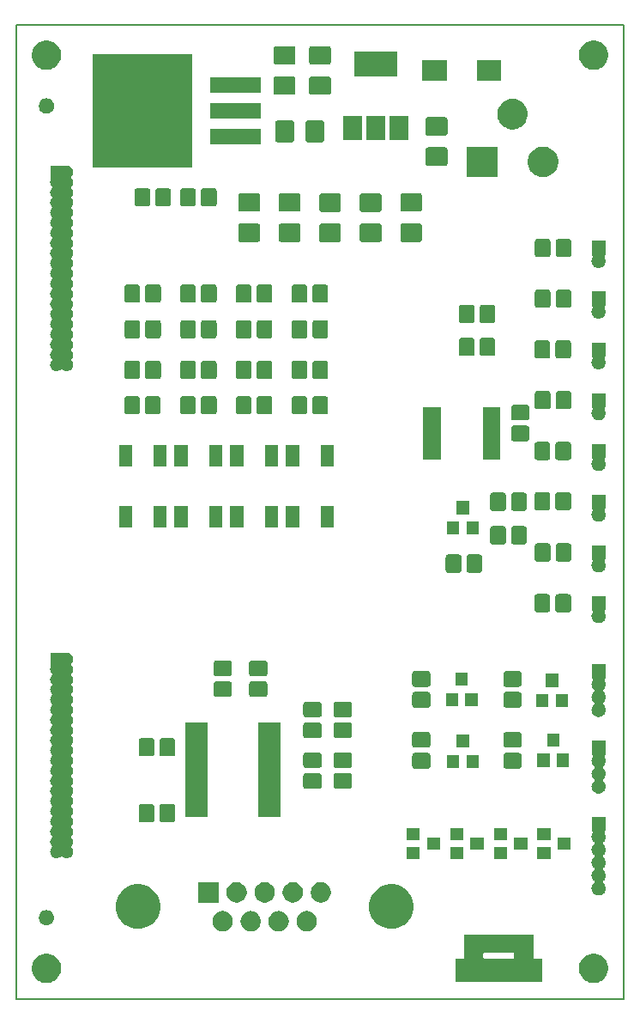
<source format=gbr>
G04 #@! TF.GenerationSoftware,KiCad,Pcbnew,5.0.1-33cea8e~68~ubuntu18.04.1*
G04 #@! TF.CreationDate,2018-11-14T12:35:47-05:00*
G04 #@! TF.ProjectId,PBC_TP_Final_JMena,5042435F54505F46696E616C5F4A4D65,1.0*
G04 #@! TF.SameCoordinates,Original*
G04 #@! TF.FileFunction,Soldermask,Top*
G04 #@! TF.FilePolarity,Negative*
%FSLAX46Y46*%
G04 Gerber Fmt 4.6, Leading zero omitted, Abs format (unit mm)*
G04 Created by KiCad (PCBNEW 5.0.1-33cea8e~68~ubuntu18.04.1) date mié 14 nov 2018 12:35:47 -05*
%MOMM*%
%LPD*%
G01*
G04 APERTURE LIST*
%ADD10C,0.150000*%
%ADD11C,0.100000*%
G04 APERTURE END LIST*
D10*
X139000000Y-52000000D02*
X79000000Y-52000000D01*
X139000000Y-148000000D02*
X139000000Y-52000000D01*
X79000000Y-148000000D02*
X139000000Y-148000000D01*
X79000000Y-52000000D02*
X79000000Y-148000000D01*
D11*
G36*
X136422947Y-143605722D02*
X136686833Y-143715027D01*
X136924324Y-143873713D01*
X137126287Y-144075676D01*
X137284973Y-144313167D01*
X137394278Y-144577053D01*
X137450000Y-144857186D01*
X137450000Y-145142814D01*
X137394278Y-145422947D01*
X137284973Y-145686833D01*
X137126287Y-145924324D01*
X136924324Y-146126287D01*
X136686833Y-146284973D01*
X136422947Y-146394278D01*
X136142814Y-146450000D01*
X135857186Y-146450000D01*
X135577053Y-146394278D01*
X135313167Y-146284973D01*
X135075676Y-146126287D01*
X134873713Y-145924324D01*
X134715027Y-145686833D01*
X134605722Y-145422947D01*
X134550000Y-145142814D01*
X134550000Y-144857186D01*
X134605722Y-144577053D01*
X134715027Y-144313167D01*
X134873713Y-144075676D01*
X135075676Y-143873713D01*
X135313167Y-143715027D01*
X135577053Y-143605722D01*
X135857186Y-143550000D01*
X136142814Y-143550000D01*
X136422947Y-143605722D01*
X136422947Y-143605722D01*
G37*
G36*
X82422947Y-143605722D02*
X82686833Y-143715027D01*
X82924324Y-143873713D01*
X83126287Y-144075676D01*
X83284973Y-144313167D01*
X83394278Y-144577053D01*
X83450000Y-144857186D01*
X83450000Y-145142814D01*
X83394278Y-145422947D01*
X83284973Y-145686833D01*
X83126287Y-145924324D01*
X82924324Y-146126287D01*
X82686833Y-146284973D01*
X82422947Y-146394278D01*
X82142814Y-146450000D01*
X81857186Y-146450000D01*
X81577053Y-146394278D01*
X81313167Y-146284973D01*
X81075676Y-146126287D01*
X80873713Y-145924324D01*
X80715027Y-145686833D01*
X80605722Y-145422947D01*
X80550000Y-145142814D01*
X80550000Y-144857186D01*
X80605722Y-144577053D01*
X80715027Y-144313167D01*
X80873713Y-144075676D01*
X81075676Y-143873713D01*
X81313167Y-143715027D01*
X81577053Y-143605722D01*
X81857186Y-143550000D01*
X82142814Y-143550000D01*
X82422947Y-143605722D01*
X82422947Y-143605722D01*
G37*
G36*
X130050000Y-143925000D02*
X130052402Y-143949386D01*
X130059515Y-143972835D01*
X130071066Y-143994446D01*
X130086612Y-144013388D01*
X130105554Y-144028934D01*
X130127165Y-144040485D01*
X130150614Y-144047598D01*
X130175000Y-144050000D01*
X130947500Y-144050000D01*
X130947500Y-146350000D01*
X122352500Y-146350000D01*
X122352500Y-144050000D01*
X123125000Y-144050000D01*
X123149386Y-144047598D01*
X123172835Y-144040485D01*
X123194446Y-144028934D01*
X123213388Y-144013388D01*
X123228934Y-143994446D01*
X123240485Y-143972835D01*
X123247598Y-143949386D01*
X123250000Y-143925000D01*
X123250000Y-143555000D01*
X125125000Y-143555000D01*
X125125000Y-143925000D01*
X125127402Y-143949386D01*
X125134515Y-143972835D01*
X125146066Y-143994446D01*
X125161612Y-144013388D01*
X125180554Y-144028934D01*
X125202165Y-144040485D01*
X125225614Y-144047598D01*
X125250000Y-144050000D01*
X128050000Y-144050000D01*
X128074386Y-144047598D01*
X128097835Y-144040485D01*
X128119446Y-144028934D01*
X128138388Y-144013388D01*
X128153934Y-143994446D01*
X128165485Y-143972835D01*
X128172598Y-143949386D01*
X128175000Y-143925000D01*
X128175000Y-143555000D01*
X128172598Y-143530614D01*
X128165485Y-143507165D01*
X128153934Y-143485554D01*
X128138388Y-143466612D01*
X128119446Y-143451066D01*
X128097835Y-143439515D01*
X128074386Y-143432402D01*
X128050000Y-143430000D01*
X125250000Y-143430000D01*
X125225614Y-143432402D01*
X125202165Y-143439515D01*
X125180554Y-143451066D01*
X125161612Y-143466612D01*
X125146066Y-143485554D01*
X125134515Y-143507165D01*
X125127402Y-143530614D01*
X125125000Y-143555000D01*
X123250000Y-143555000D01*
X123250000Y-141650000D01*
X130050000Y-141650000D01*
X130050000Y-143925000D01*
X130050000Y-143925000D01*
G37*
G36*
X105100770Y-139355372D02*
X105216689Y-139378429D01*
X105398678Y-139453811D01*
X105562463Y-139563249D01*
X105701751Y-139702537D01*
X105811189Y-139866322D01*
X105886571Y-140048311D01*
X105909628Y-140164230D01*
X105925000Y-140241507D01*
X105925000Y-140438493D01*
X105909628Y-140515770D01*
X105886571Y-140631689D01*
X105811189Y-140813678D01*
X105701751Y-140977463D01*
X105562463Y-141116751D01*
X105398678Y-141226189D01*
X105216689Y-141301571D01*
X105100770Y-141324628D01*
X105023493Y-141340000D01*
X104826507Y-141340000D01*
X104749230Y-141324628D01*
X104633311Y-141301571D01*
X104451322Y-141226189D01*
X104287537Y-141116751D01*
X104148249Y-140977463D01*
X104038811Y-140813678D01*
X103963429Y-140631689D01*
X103940372Y-140515770D01*
X103925000Y-140438493D01*
X103925000Y-140241507D01*
X103940372Y-140164230D01*
X103963429Y-140048311D01*
X104038811Y-139866322D01*
X104148249Y-139702537D01*
X104287537Y-139563249D01*
X104451322Y-139453811D01*
X104633311Y-139378429D01*
X104749230Y-139355372D01*
X104826507Y-139340000D01*
X105023493Y-139340000D01*
X105100770Y-139355372D01*
X105100770Y-139355372D01*
G37*
G36*
X107870770Y-139355372D02*
X107986689Y-139378429D01*
X108168678Y-139453811D01*
X108332463Y-139563249D01*
X108471751Y-139702537D01*
X108581189Y-139866322D01*
X108656571Y-140048311D01*
X108679628Y-140164230D01*
X108695000Y-140241507D01*
X108695000Y-140438493D01*
X108679628Y-140515770D01*
X108656571Y-140631689D01*
X108581189Y-140813678D01*
X108471751Y-140977463D01*
X108332463Y-141116751D01*
X108168678Y-141226189D01*
X107986689Y-141301571D01*
X107870770Y-141324628D01*
X107793493Y-141340000D01*
X107596507Y-141340000D01*
X107519230Y-141324628D01*
X107403311Y-141301571D01*
X107221322Y-141226189D01*
X107057537Y-141116751D01*
X106918249Y-140977463D01*
X106808811Y-140813678D01*
X106733429Y-140631689D01*
X106710372Y-140515770D01*
X106695000Y-140438493D01*
X106695000Y-140241507D01*
X106710372Y-140164230D01*
X106733429Y-140048311D01*
X106808811Y-139866322D01*
X106918249Y-139702537D01*
X107057537Y-139563249D01*
X107221322Y-139453811D01*
X107403311Y-139378429D01*
X107519230Y-139355372D01*
X107596507Y-139340000D01*
X107793493Y-139340000D01*
X107870770Y-139355372D01*
X107870770Y-139355372D01*
G37*
G36*
X102330770Y-139355372D02*
X102446689Y-139378429D01*
X102628678Y-139453811D01*
X102792463Y-139563249D01*
X102931751Y-139702537D01*
X103041189Y-139866322D01*
X103116571Y-140048311D01*
X103139628Y-140164230D01*
X103155000Y-140241507D01*
X103155000Y-140438493D01*
X103139628Y-140515770D01*
X103116571Y-140631689D01*
X103041189Y-140813678D01*
X102931751Y-140977463D01*
X102792463Y-141116751D01*
X102628678Y-141226189D01*
X102446689Y-141301571D01*
X102330770Y-141324628D01*
X102253493Y-141340000D01*
X102056507Y-141340000D01*
X101979230Y-141324628D01*
X101863311Y-141301571D01*
X101681322Y-141226189D01*
X101517537Y-141116751D01*
X101378249Y-140977463D01*
X101268811Y-140813678D01*
X101193429Y-140631689D01*
X101170372Y-140515770D01*
X101155000Y-140438493D01*
X101155000Y-140241507D01*
X101170372Y-140164230D01*
X101193429Y-140048311D01*
X101268811Y-139866322D01*
X101378249Y-139702537D01*
X101517537Y-139563249D01*
X101681322Y-139453811D01*
X101863311Y-139378429D01*
X101979230Y-139355372D01*
X102056507Y-139340000D01*
X102253493Y-139340000D01*
X102330770Y-139355372D01*
X102330770Y-139355372D01*
G37*
G36*
X99560770Y-139355372D02*
X99676689Y-139378429D01*
X99858678Y-139453811D01*
X100022463Y-139563249D01*
X100161751Y-139702537D01*
X100271189Y-139866322D01*
X100346571Y-140048311D01*
X100369628Y-140164230D01*
X100385000Y-140241507D01*
X100385000Y-140438493D01*
X100369628Y-140515770D01*
X100346571Y-140631689D01*
X100271189Y-140813678D01*
X100161751Y-140977463D01*
X100022463Y-141116751D01*
X99858678Y-141226189D01*
X99676689Y-141301571D01*
X99560770Y-141324628D01*
X99483493Y-141340000D01*
X99286507Y-141340000D01*
X99209230Y-141324628D01*
X99093311Y-141301571D01*
X98911322Y-141226189D01*
X98747537Y-141116751D01*
X98608249Y-140977463D01*
X98498811Y-140813678D01*
X98423429Y-140631689D01*
X98400372Y-140515770D01*
X98385000Y-140438493D01*
X98385000Y-140241507D01*
X98400372Y-140164230D01*
X98423429Y-140048311D01*
X98498811Y-139866322D01*
X98608249Y-139702537D01*
X98747537Y-139563249D01*
X98911322Y-139453811D01*
X99093311Y-139378429D01*
X99209230Y-139355372D01*
X99286507Y-139340000D01*
X99483493Y-139340000D01*
X99560770Y-139355372D01*
X99560770Y-139355372D01*
G37*
G36*
X116681716Y-136804544D02*
X117082090Y-136970384D01*
X117442421Y-137211150D01*
X117748850Y-137517579D01*
X117989616Y-137877910D01*
X118155456Y-138278284D01*
X118240000Y-138703317D01*
X118240000Y-139136683D01*
X118155456Y-139561716D01*
X117989616Y-139962090D01*
X117748850Y-140322421D01*
X117442421Y-140628850D01*
X117082090Y-140869616D01*
X116681716Y-141035456D01*
X116256683Y-141120000D01*
X115823317Y-141120000D01*
X115398284Y-141035456D01*
X114997910Y-140869616D01*
X114637579Y-140628850D01*
X114331150Y-140322421D01*
X114090384Y-139962090D01*
X113924544Y-139561716D01*
X113840000Y-139136683D01*
X113840000Y-138703317D01*
X113924544Y-138278284D01*
X114090384Y-137877910D01*
X114331150Y-137517579D01*
X114637579Y-137211150D01*
X114997910Y-136970384D01*
X115398284Y-136804544D01*
X115823317Y-136720000D01*
X116256683Y-136720000D01*
X116681716Y-136804544D01*
X116681716Y-136804544D01*
G37*
G36*
X91681716Y-136804544D02*
X92082090Y-136970384D01*
X92442421Y-137211150D01*
X92748850Y-137517579D01*
X92989616Y-137877910D01*
X93155456Y-138278284D01*
X93240000Y-138703317D01*
X93240000Y-139136683D01*
X93155456Y-139561716D01*
X92989616Y-139962090D01*
X92748850Y-140322421D01*
X92442421Y-140628850D01*
X92082090Y-140869616D01*
X91681716Y-141035456D01*
X91256683Y-141120000D01*
X90823317Y-141120000D01*
X90398284Y-141035456D01*
X89997910Y-140869616D01*
X89637579Y-140628850D01*
X89331150Y-140322421D01*
X89090384Y-139962090D01*
X88924544Y-139561716D01*
X88840000Y-139136683D01*
X88840000Y-138703317D01*
X88924544Y-138278284D01*
X89090384Y-137877910D01*
X89331150Y-137517579D01*
X89637579Y-137211150D01*
X89997910Y-136970384D01*
X90398284Y-136804544D01*
X90823317Y-136720000D01*
X91256683Y-136720000D01*
X91681716Y-136804544D01*
X91681716Y-136804544D01*
G37*
G36*
X82146318Y-139264411D02*
X82218767Y-139278822D01*
X82275303Y-139302240D01*
X82355257Y-139335358D01*
X82478100Y-139417439D01*
X82582561Y-139521900D01*
X82664642Y-139644743D01*
X82688581Y-139702537D01*
X82721178Y-139781233D01*
X82750000Y-139926131D01*
X82750000Y-140073869D01*
X82721178Y-140218767D01*
X82711758Y-140241509D01*
X82664642Y-140355257D01*
X82582561Y-140478100D01*
X82478100Y-140582561D01*
X82355257Y-140664642D01*
X82275303Y-140697760D01*
X82218767Y-140721178D01*
X82146318Y-140735589D01*
X82073870Y-140750000D01*
X81926130Y-140750000D01*
X81853682Y-140735589D01*
X81781233Y-140721178D01*
X81724697Y-140697760D01*
X81644743Y-140664642D01*
X81521900Y-140582561D01*
X81417439Y-140478100D01*
X81335358Y-140355257D01*
X81288242Y-140241509D01*
X81278822Y-140218767D01*
X81250000Y-140073869D01*
X81250000Y-139926131D01*
X81278822Y-139781233D01*
X81311419Y-139702537D01*
X81335358Y-139644743D01*
X81417439Y-139521900D01*
X81521900Y-139417439D01*
X81644743Y-139335358D01*
X81724697Y-139302240D01*
X81781233Y-139278822D01*
X81853682Y-139264411D01*
X81926130Y-139250000D01*
X82073870Y-139250000D01*
X82146318Y-139264411D01*
X82146318Y-139264411D01*
G37*
G36*
X103714681Y-136515155D02*
X103831689Y-136538429D01*
X104013678Y-136613811D01*
X104177463Y-136723249D01*
X104316751Y-136862537D01*
X104426189Y-137026322D01*
X104501571Y-137208311D01*
X104507322Y-137237224D01*
X104533569Y-137369175D01*
X104540000Y-137401509D01*
X104540000Y-137598491D01*
X104501571Y-137791689D01*
X104426189Y-137973678D01*
X104316751Y-138137463D01*
X104177463Y-138276751D01*
X104013678Y-138386189D01*
X103831689Y-138461571D01*
X103715770Y-138484628D01*
X103638493Y-138500000D01*
X103441507Y-138500000D01*
X103364230Y-138484628D01*
X103248311Y-138461571D01*
X103066322Y-138386189D01*
X102902537Y-138276751D01*
X102763249Y-138137463D01*
X102653811Y-137973678D01*
X102578429Y-137791689D01*
X102540000Y-137598491D01*
X102540000Y-137401509D01*
X102546432Y-137369175D01*
X102572678Y-137237224D01*
X102578429Y-137208311D01*
X102653811Y-137026322D01*
X102763249Y-136862537D01*
X102902537Y-136723249D01*
X103066322Y-136613811D01*
X103248311Y-136538429D01*
X103365319Y-136515155D01*
X103441507Y-136500000D01*
X103638493Y-136500000D01*
X103714681Y-136515155D01*
X103714681Y-136515155D01*
G37*
G36*
X99000000Y-138500000D02*
X97000000Y-138500000D01*
X97000000Y-136500000D01*
X99000000Y-136500000D01*
X99000000Y-138500000D01*
X99000000Y-138500000D01*
G37*
G36*
X100944681Y-136515155D02*
X101061689Y-136538429D01*
X101243678Y-136613811D01*
X101407463Y-136723249D01*
X101546751Y-136862537D01*
X101656189Y-137026322D01*
X101731571Y-137208311D01*
X101737322Y-137237224D01*
X101763569Y-137369175D01*
X101770000Y-137401509D01*
X101770000Y-137598491D01*
X101731571Y-137791689D01*
X101656189Y-137973678D01*
X101546751Y-138137463D01*
X101407463Y-138276751D01*
X101243678Y-138386189D01*
X101061689Y-138461571D01*
X100945770Y-138484628D01*
X100868493Y-138500000D01*
X100671507Y-138500000D01*
X100594230Y-138484628D01*
X100478311Y-138461571D01*
X100296322Y-138386189D01*
X100132537Y-138276751D01*
X99993249Y-138137463D01*
X99883811Y-137973678D01*
X99808429Y-137791689D01*
X99770000Y-137598491D01*
X99770000Y-137401509D01*
X99776432Y-137369175D01*
X99802678Y-137237224D01*
X99808429Y-137208311D01*
X99883811Y-137026322D01*
X99993249Y-136862537D01*
X100132537Y-136723249D01*
X100296322Y-136613811D01*
X100478311Y-136538429D01*
X100595319Y-136515155D01*
X100671507Y-136500000D01*
X100868493Y-136500000D01*
X100944681Y-136515155D01*
X100944681Y-136515155D01*
G37*
G36*
X106484681Y-136515155D02*
X106601689Y-136538429D01*
X106783678Y-136613811D01*
X106947463Y-136723249D01*
X107086751Y-136862537D01*
X107196189Y-137026322D01*
X107271571Y-137208311D01*
X107277322Y-137237224D01*
X107303569Y-137369175D01*
X107310000Y-137401509D01*
X107310000Y-137598491D01*
X107271571Y-137791689D01*
X107196189Y-137973678D01*
X107086751Y-138137463D01*
X106947463Y-138276751D01*
X106783678Y-138386189D01*
X106601689Y-138461571D01*
X106485770Y-138484628D01*
X106408493Y-138500000D01*
X106211507Y-138500000D01*
X106134230Y-138484628D01*
X106018311Y-138461571D01*
X105836322Y-138386189D01*
X105672537Y-138276751D01*
X105533249Y-138137463D01*
X105423811Y-137973678D01*
X105348429Y-137791689D01*
X105310000Y-137598491D01*
X105310000Y-137401509D01*
X105316432Y-137369175D01*
X105342678Y-137237224D01*
X105348429Y-137208311D01*
X105423811Y-137026322D01*
X105533249Y-136862537D01*
X105672537Y-136723249D01*
X105836322Y-136613811D01*
X106018311Y-136538429D01*
X106135319Y-136515155D01*
X106211507Y-136500000D01*
X106408493Y-136500000D01*
X106484681Y-136515155D01*
X106484681Y-136515155D01*
G37*
G36*
X109254681Y-136515155D02*
X109371689Y-136538429D01*
X109553678Y-136613811D01*
X109717463Y-136723249D01*
X109856751Y-136862537D01*
X109966189Y-137026322D01*
X110041571Y-137208311D01*
X110047322Y-137237224D01*
X110073569Y-137369175D01*
X110080000Y-137401509D01*
X110080000Y-137598491D01*
X110041571Y-137791689D01*
X109966189Y-137973678D01*
X109856751Y-138137463D01*
X109717463Y-138276751D01*
X109553678Y-138386189D01*
X109371689Y-138461571D01*
X109255770Y-138484628D01*
X109178493Y-138500000D01*
X108981507Y-138500000D01*
X108904230Y-138484628D01*
X108788311Y-138461571D01*
X108606322Y-138386189D01*
X108442537Y-138276751D01*
X108303249Y-138137463D01*
X108193811Y-137973678D01*
X108118429Y-137791689D01*
X108080000Y-137598491D01*
X108080000Y-137401509D01*
X108086432Y-137369175D01*
X108112678Y-137237224D01*
X108118429Y-137208311D01*
X108193811Y-137026322D01*
X108303249Y-136862537D01*
X108442537Y-136723249D01*
X108606322Y-136613811D01*
X108788311Y-136538429D01*
X108905319Y-136515155D01*
X108981507Y-136500000D01*
X109178493Y-136500000D01*
X109254681Y-136515155D01*
X109254681Y-136515155D01*
G37*
G36*
X137200000Y-131450000D02*
X137197600Y-131450000D01*
X137173214Y-131452402D01*
X137149765Y-131459515D01*
X137128154Y-131471066D01*
X137109212Y-131486612D01*
X137093666Y-131505554D01*
X137082115Y-131527165D01*
X137075002Y-131550614D01*
X137072600Y-131575000D01*
X137075002Y-131599386D01*
X137087360Y-131633924D01*
X137149845Y-131750825D01*
X137189872Y-131882776D01*
X137203387Y-132020000D01*
X137189872Y-132157224D01*
X137149845Y-132289175D01*
X137084845Y-132410781D01*
X136997370Y-132517370D01*
X136947399Y-132558380D01*
X136930078Y-132575701D01*
X136916464Y-132596076D01*
X136907086Y-132618715D01*
X136902306Y-132642748D01*
X136902306Y-132667252D01*
X136907087Y-132691286D01*
X136916464Y-132713925D01*
X136930078Y-132734299D01*
X136947399Y-132751620D01*
X136997370Y-132792630D01*
X137084845Y-132899219D01*
X137149845Y-133020825D01*
X137189872Y-133152776D01*
X137203387Y-133290000D01*
X137189872Y-133427224D01*
X137149845Y-133559175D01*
X137084845Y-133680781D01*
X136997370Y-133787370D01*
X136947399Y-133828380D01*
X136930078Y-133845701D01*
X136916464Y-133866076D01*
X136907086Y-133888715D01*
X136902306Y-133912748D01*
X136902306Y-133937252D01*
X136907087Y-133961286D01*
X136916464Y-133983925D01*
X136930078Y-134004299D01*
X136947399Y-134021620D01*
X136997370Y-134062630D01*
X137084845Y-134169219D01*
X137149845Y-134290825D01*
X137189872Y-134422776D01*
X137203387Y-134560000D01*
X137189872Y-134697224D01*
X137149845Y-134829175D01*
X137084845Y-134950781D01*
X136997370Y-135057370D01*
X136947399Y-135098380D01*
X136930078Y-135115701D01*
X136916464Y-135136076D01*
X136907086Y-135158715D01*
X136902306Y-135182748D01*
X136902306Y-135207252D01*
X136907087Y-135231286D01*
X136916464Y-135253925D01*
X136930078Y-135274299D01*
X136947399Y-135291620D01*
X136997370Y-135332630D01*
X137084845Y-135439219D01*
X137149845Y-135560825D01*
X137189872Y-135692776D01*
X137203387Y-135830000D01*
X137189872Y-135967224D01*
X137149845Y-136099175D01*
X137084845Y-136220781D01*
X136997370Y-136327370D01*
X136947399Y-136368380D01*
X136930078Y-136385701D01*
X136916464Y-136406076D01*
X136907086Y-136428715D01*
X136902306Y-136452748D01*
X136902306Y-136477252D01*
X136907087Y-136501286D01*
X136916464Y-136523925D01*
X136930078Y-136544299D01*
X136947399Y-136561620D01*
X136997370Y-136602630D01*
X137084845Y-136709219D01*
X137149845Y-136830825D01*
X137189872Y-136962776D01*
X137203387Y-137100000D01*
X137189872Y-137237224D01*
X137149845Y-137369175D01*
X137084845Y-137490781D01*
X136997370Y-137597370D01*
X136890781Y-137684845D01*
X136769175Y-137749845D01*
X136637224Y-137789872D01*
X136534390Y-137800000D01*
X136465610Y-137800000D01*
X136362776Y-137789872D01*
X136230825Y-137749845D01*
X136109219Y-137684845D01*
X136002630Y-137597370D01*
X135915155Y-137490781D01*
X135850155Y-137369175D01*
X135810128Y-137237224D01*
X135796613Y-137100000D01*
X135810128Y-136962776D01*
X135850155Y-136830825D01*
X135915155Y-136709219D01*
X136002630Y-136602630D01*
X136052601Y-136561620D01*
X136069922Y-136544299D01*
X136083536Y-136523924D01*
X136092914Y-136501285D01*
X136097694Y-136477252D01*
X136097694Y-136452748D01*
X136092913Y-136428714D01*
X136083536Y-136406075D01*
X136069922Y-136385701D01*
X136052601Y-136368380D01*
X136002630Y-136327370D01*
X135915155Y-136220781D01*
X135850155Y-136099175D01*
X135810128Y-135967224D01*
X135796613Y-135830000D01*
X135810128Y-135692776D01*
X135850155Y-135560825D01*
X135915155Y-135439219D01*
X136002630Y-135332630D01*
X136052601Y-135291620D01*
X136069922Y-135274299D01*
X136083536Y-135253924D01*
X136092914Y-135231285D01*
X136097694Y-135207252D01*
X136097694Y-135182748D01*
X136092913Y-135158714D01*
X136083536Y-135136075D01*
X136069922Y-135115701D01*
X136052601Y-135098380D01*
X136002630Y-135057370D01*
X135915155Y-134950781D01*
X135850155Y-134829175D01*
X135810128Y-134697224D01*
X135796613Y-134560000D01*
X135810128Y-134422776D01*
X135850155Y-134290825D01*
X135915155Y-134169219D01*
X136002630Y-134062630D01*
X136052601Y-134021620D01*
X136069922Y-134004299D01*
X136083536Y-133983924D01*
X136092914Y-133961285D01*
X136097694Y-133937252D01*
X136097694Y-133912748D01*
X136092913Y-133888714D01*
X136083536Y-133866075D01*
X136069922Y-133845701D01*
X136052601Y-133828380D01*
X136002630Y-133787370D01*
X135915155Y-133680781D01*
X135850155Y-133559175D01*
X135810128Y-133427224D01*
X135796613Y-133290000D01*
X135810128Y-133152776D01*
X135850155Y-133020825D01*
X135915155Y-132899219D01*
X136002630Y-132792630D01*
X136052601Y-132751620D01*
X136069922Y-132734299D01*
X136083536Y-132713924D01*
X136092914Y-132691285D01*
X136097694Y-132667252D01*
X136097694Y-132642748D01*
X136092913Y-132618714D01*
X136083536Y-132596075D01*
X136069922Y-132575701D01*
X136052601Y-132558380D01*
X136002630Y-132517370D01*
X135915155Y-132410781D01*
X135850155Y-132289175D01*
X135810128Y-132157224D01*
X135796613Y-132020000D01*
X135810128Y-131882776D01*
X135850155Y-131750825D01*
X135912640Y-131633924D01*
X135922018Y-131611285D01*
X135926798Y-131587252D01*
X135926798Y-131562747D01*
X135922017Y-131538714D01*
X135912640Y-131516075D01*
X135899026Y-131495700D01*
X135881699Y-131478373D01*
X135861324Y-131464760D01*
X135838685Y-131455382D01*
X135802400Y-131450000D01*
X135800000Y-131450000D01*
X135800000Y-130050000D01*
X137200000Y-130050000D01*
X137200000Y-131450000D01*
X137200000Y-131450000D01*
G37*
G36*
X127450000Y-134250000D02*
X126150000Y-134250000D01*
X126150000Y-133050000D01*
X127450000Y-133050000D01*
X127450000Y-134250000D01*
X127450000Y-134250000D01*
G37*
G36*
X131750000Y-134250000D02*
X130450000Y-134250000D01*
X130450000Y-133050000D01*
X131750000Y-133050000D01*
X131750000Y-134250000D01*
X131750000Y-134250000D01*
G37*
G36*
X123150000Y-134250000D02*
X121850000Y-134250000D01*
X121850000Y-133050000D01*
X123150000Y-133050000D01*
X123150000Y-134250000D01*
X123150000Y-134250000D01*
G37*
G36*
X118850000Y-134250000D02*
X117550000Y-134250000D01*
X117550000Y-133050000D01*
X118850000Y-133050000D01*
X118850000Y-134250000D01*
X118850000Y-134250000D01*
G37*
G36*
X83661612Y-113880478D02*
X83680554Y-113896024D01*
X83702165Y-113907575D01*
X83725614Y-113914688D01*
X83750000Y-113917090D01*
X83774386Y-113914688D01*
X83786266Y-113911712D01*
X83877479Y-113884043D01*
X83969296Y-113875000D01*
X84030704Y-113875000D01*
X84122521Y-113884043D01*
X84240334Y-113919781D01*
X84348911Y-113977817D01*
X84444080Y-114055920D01*
X84522183Y-114151089D01*
X84580219Y-114259666D01*
X84615957Y-114377479D01*
X84628024Y-114500000D01*
X84615957Y-114622521D01*
X84580219Y-114740334D01*
X84522183Y-114848911D01*
X84463254Y-114920716D01*
X84449651Y-114941075D01*
X84440274Y-114963713D01*
X84435493Y-114987747D01*
X84435493Y-115012251D01*
X84440273Y-115036285D01*
X84449650Y-115058924D01*
X84463254Y-115079284D01*
X84522183Y-115151089D01*
X84580219Y-115259666D01*
X84615957Y-115377479D01*
X84628024Y-115500000D01*
X84615957Y-115622521D01*
X84580219Y-115740334D01*
X84522183Y-115848911D01*
X84463254Y-115920716D01*
X84449651Y-115941075D01*
X84440274Y-115963713D01*
X84435493Y-115987747D01*
X84435493Y-116012251D01*
X84440273Y-116036285D01*
X84449650Y-116058924D01*
X84463254Y-116079284D01*
X84522183Y-116151089D01*
X84580219Y-116259666D01*
X84615957Y-116377479D01*
X84628024Y-116500000D01*
X84615957Y-116622521D01*
X84580219Y-116740334D01*
X84522183Y-116848911D01*
X84463254Y-116920716D01*
X84449651Y-116941075D01*
X84440274Y-116963713D01*
X84435493Y-116987747D01*
X84435493Y-117012251D01*
X84440273Y-117036285D01*
X84449650Y-117058924D01*
X84463254Y-117079284D01*
X84522183Y-117151089D01*
X84580219Y-117259666D01*
X84615957Y-117377479D01*
X84628024Y-117500000D01*
X84615957Y-117622521D01*
X84580219Y-117740334D01*
X84522183Y-117848911D01*
X84463254Y-117920716D01*
X84449651Y-117941075D01*
X84440274Y-117963713D01*
X84435493Y-117987747D01*
X84435493Y-118012251D01*
X84440273Y-118036285D01*
X84449650Y-118058924D01*
X84463254Y-118079284D01*
X84522183Y-118151089D01*
X84580219Y-118259666D01*
X84615957Y-118377479D01*
X84628024Y-118500000D01*
X84615957Y-118622521D01*
X84580219Y-118740334D01*
X84522183Y-118848911D01*
X84463254Y-118920716D01*
X84449651Y-118941075D01*
X84440274Y-118963713D01*
X84435493Y-118987747D01*
X84435493Y-119012251D01*
X84440273Y-119036285D01*
X84449650Y-119058924D01*
X84463254Y-119079284D01*
X84522183Y-119151089D01*
X84580219Y-119259666D01*
X84615957Y-119377479D01*
X84628024Y-119500000D01*
X84615957Y-119622521D01*
X84580219Y-119740334D01*
X84522183Y-119848911D01*
X84463254Y-119920716D01*
X84449651Y-119941075D01*
X84440274Y-119963713D01*
X84435493Y-119987747D01*
X84435493Y-120012251D01*
X84440273Y-120036285D01*
X84449650Y-120058924D01*
X84463254Y-120079284D01*
X84522183Y-120151089D01*
X84580219Y-120259666D01*
X84615957Y-120377479D01*
X84628024Y-120500000D01*
X84615957Y-120622521D01*
X84580219Y-120740334D01*
X84522183Y-120848911D01*
X84463254Y-120920716D01*
X84449651Y-120941075D01*
X84440274Y-120963713D01*
X84435493Y-120987747D01*
X84435493Y-121012251D01*
X84440273Y-121036285D01*
X84449650Y-121058924D01*
X84463254Y-121079284D01*
X84522183Y-121151089D01*
X84580219Y-121259666D01*
X84615957Y-121377479D01*
X84628024Y-121500000D01*
X84615957Y-121622521D01*
X84580219Y-121740334D01*
X84522183Y-121848911D01*
X84463254Y-121920716D01*
X84449651Y-121941075D01*
X84440274Y-121963713D01*
X84435493Y-121987747D01*
X84435493Y-122012251D01*
X84440273Y-122036285D01*
X84449650Y-122058924D01*
X84463254Y-122079284D01*
X84522183Y-122151089D01*
X84580219Y-122259666D01*
X84615957Y-122377479D01*
X84628024Y-122500000D01*
X84615957Y-122622521D01*
X84580219Y-122740334D01*
X84522183Y-122848911D01*
X84463254Y-122920716D01*
X84449651Y-122941075D01*
X84440274Y-122963713D01*
X84435493Y-122987747D01*
X84435493Y-123012251D01*
X84440273Y-123036285D01*
X84449650Y-123058924D01*
X84463254Y-123079284D01*
X84522183Y-123151089D01*
X84580219Y-123259666D01*
X84615957Y-123377479D01*
X84628024Y-123500000D01*
X84615957Y-123622521D01*
X84580219Y-123740334D01*
X84522183Y-123848911D01*
X84463254Y-123920716D01*
X84449651Y-123941075D01*
X84440274Y-123963713D01*
X84435493Y-123987747D01*
X84435493Y-124012251D01*
X84440273Y-124036285D01*
X84449650Y-124058924D01*
X84463254Y-124079284D01*
X84522183Y-124151089D01*
X84580219Y-124259666D01*
X84615957Y-124377479D01*
X84628024Y-124500000D01*
X84615957Y-124622521D01*
X84580219Y-124740334D01*
X84522183Y-124848911D01*
X84463254Y-124920716D01*
X84449651Y-124941075D01*
X84440274Y-124963713D01*
X84435493Y-124987747D01*
X84435493Y-125012251D01*
X84440273Y-125036285D01*
X84449650Y-125058924D01*
X84463254Y-125079284D01*
X84522183Y-125151089D01*
X84580219Y-125259666D01*
X84615957Y-125377479D01*
X84628024Y-125500000D01*
X84615957Y-125622521D01*
X84580219Y-125740334D01*
X84522183Y-125848911D01*
X84463254Y-125920716D01*
X84449651Y-125941075D01*
X84440274Y-125963713D01*
X84435493Y-125987747D01*
X84435493Y-126012251D01*
X84440273Y-126036285D01*
X84449650Y-126058924D01*
X84463254Y-126079284D01*
X84522183Y-126151089D01*
X84580219Y-126259666D01*
X84615957Y-126377479D01*
X84628024Y-126500000D01*
X84615957Y-126622521D01*
X84580219Y-126740334D01*
X84522183Y-126848911D01*
X84463254Y-126920716D01*
X84449651Y-126941075D01*
X84440274Y-126963713D01*
X84435493Y-126987747D01*
X84435493Y-127012251D01*
X84440273Y-127036285D01*
X84449650Y-127058924D01*
X84463254Y-127079284D01*
X84522183Y-127151089D01*
X84580219Y-127259666D01*
X84615957Y-127377479D01*
X84628024Y-127500000D01*
X84615957Y-127622521D01*
X84580219Y-127740334D01*
X84522183Y-127848911D01*
X84463254Y-127920716D01*
X84449651Y-127941075D01*
X84440274Y-127963713D01*
X84435493Y-127987747D01*
X84435493Y-128012251D01*
X84440273Y-128036285D01*
X84449650Y-128058924D01*
X84463254Y-128079284D01*
X84522183Y-128151089D01*
X84580219Y-128259666D01*
X84615957Y-128377479D01*
X84628024Y-128500000D01*
X84615957Y-128622521D01*
X84580219Y-128740334D01*
X84522183Y-128848911D01*
X84463254Y-128920716D01*
X84449651Y-128941075D01*
X84440274Y-128963713D01*
X84435493Y-128987747D01*
X84435493Y-129012251D01*
X84440273Y-129036285D01*
X84449650Y-129058924D01*
X84463254Y-129079284D01*
X84522183Y-129151089D01*
X84580219Y-129259666D01*
X84615957Y-129377479D01*
X84628024Y-129500000D01*
X84615957Y-129622521D01*
X84580219Y-129740334D01*
X84522183Y-129848911D01*
X84463254Y-129920716D01*
X84449651Y-129941075D01*
X84440274Y-129963713D01*
X84435493Y-129987747D01*
X84435493Y-130012251D01*
X84440273Y-130036285D01*
X84449650Y-130058924D01*
X84463254Y-130079284D01*
X84522183Y-130151089D01*
X84580219Y-130259666D01*
X84615957Y-130377479D01*
X84628024Y-130500000D01*
X84615957Y-130622521D01*
X84580219Y-130740334D01*
X84522183Y-130848911D01*
X84463254Y-130920716D01*
X84449651Y-130941075D01*
X84440274Y-130963713D01*
X84435493Y-130987747D01*
X84435493Y-131012251D01*
X84440273Y-131036285D01*
X84449650Y-131058924D01*
X84463254Y-131079284D01*
X84522183Y-131151089D01*
X84580219Y-131259666D01*
X84615957Y-131377479D01*
X84628024Y-131500000D01*
X84615957Y-131622521D01*
X84580219Y-131740334D01*
X84522183Y-131848911D01*
X84463254Y-131920716D01*
X84449651Y-131941075D01*
X84440274Y-131963713D01*
X84435493Y-131987747D01*
X84435493Y-132012251D01*
X84440273Y-132036285D01*
X84449650Y-132058924D01*
X84463254Y-132079284D01*
X84522183Y-132151089D01*
X84580219Y-132259666D01*
X84615957Y-132377479D01*
X84628024Y-132500000D01*
X84615957Y-132622521D01*
X84580219Y-132740334D01*
X84522183Y-132848911D01*
X84463254Y-132920716D01*
X84449651Y-132941075D01*
X84440274Y-132963713D01*
X84435493Y-132987747D01*
X84435493Y-133012251D01*
X84440273Y-133036285D01*
X84449650Y-133058924D01*
X84463254Y-133079284D01*
X84522183Y-133151089D01*
X84580219Y-133259666D01*
X84615957Y-133377479D01*
X84628024Y-133500000D01*
X84615957Y-133622521D01*
X84580219Y-133740334D01*
X84522183Y-133848911D01*
X84444080Y-133944080D01*
X84348911Y-134022183D01*
X84240334Y-134080219D01*
X84122521Y-134115957D01*
X84030704Y-134125000D01*
X83969296Y-134125000D01*
X83877479Y-134115957D01*
X83759666Y-134080219D01*
X83651089Y-134022183D01*
X83579284Y-133963254D01*
X83558925Y-133949651D01*
X83536287Y-133940274D01*
X83512253Y-133935493D01*
X83487749Y-133935493D01*
X83463715Y-133940273D01*
X83441076Y-133949650D01*
X83420716Y-133963254D01*
X83348911Y-134022183D01*
X83240334Y-134080219D01*
X83122521Y-134115957D01*
X83030704Y-134125000D01*
X82969296Y-134125000D01*
X82877479Y-134115957D01*
X82759666Y-134080219D01*
X82651089Y-134022183D01*
X82555920Y-133944080D01*
X82477817Y-133848911D01*
X82419781Y-133740334D01*
X82384043Y-133622521D01*
X82371976Y-133500000D01*
X82384043Y-133377479D01*
X82419781Y-133259666D01*
X82477817Y-133151089D01*
X82536746Y-133079284D01*
X82550349Y-133058925D01*
X82559726Y-133036287D01*
X82564507Y-133012253D01*
X82564507Y-132987749D01*
X82559727Y-132963715D01*
X82550350Y-132941076D01*
X82536746Y-132920716D01*
X82477817Y-132848911D01*
X82419781Y-132740334D01*
X82384043Y-132622521D01*
X82371976Y-132500000D01*
X82384043Y-132377479D01*
X82419781Y-132259666D01*
X82477817Y-132151089D01*
X82536746Y-132079284D01*
X82550349Y-132058925D01*
X82559726Y-132036287D01*
X82564507Y-132012253D01*
X82564507Y-131987749D01*
X82559727Y-131963715D01*
X82550350Y-131941076D01*
X82536746Y-131920716D01*
X82477817Y-131848911D01*
X82419781Y-131740334D01*
X82384043Y-131622521D01*
X82371976Y-131500000D01*
X82384043Y-131377479D01*
X82419781Y-131259666D01*
X82477817Y-131151089D01*
X82536746Y-131079284D01*
X82550349Y-131058925D01*
X82559726Y-131036287D01*
X82564507Y-131012253D01*
X82564507Y-130987749D01*
X82559727Y-130963715D01*
X82550350Y-130941076D01*
X82536746Y-130920716D01*
X82477817Y-130848911D01*
X82419781Y-130740334D01*
X82384043Y-130622521D01*
X82371976Y-130500000D01*
X82384043Y-130377479D01*
X82419781Y-130259666D01*
X82477817Y-130151089D01*
X82536746Y-130079284D01*
X82550349Y-130058925D01*
X82559726Y-130036287D01*
X82564507Y-130012253D01*
X82564507Y-129987749D01*
X82559727Y-129963715D01*
X82550350Y-129941076D01*
X82536746Y-129920716D01*
X82477817Y-129848911D01*
X82419781Y-129740334D01*
X82384043Y-129622521D01*
X82371976Y-129500000D01*
X82384043Y-129377479D01*
X82419781Y-129259666D01*
X82477817Y-129151089D01*
X82536746Y-129079284D01*
X82550349Y-129058925D01*
X82559726Y-129036287D01*
X82564507Y-129012253D01*
X82564507Y-128987749D01*
X82559727Y-128963715D01*
X82550350Y-128941076D01*
X82536746Y-128920716D01*
X82477817Y-128848911D01*
X82419781Y-128740334D01*
X82384043Y-128622521D01*
X82371976Y-128500000D01*
X82384043Y-128377479D01*
X82419781Y-128259666D01*
X82477817Y-128151089D01*
X82536746Y-128079284D01*
X82550349Y-128058925D01*
X82559726Y-128036287D01*
X82564507Y-128012253D01*
X82564507Y-127987749D01*
X82559727Y-127963715D01*
X82550350Y-127941076D01*
X82536746Y-127920716D01*
X82477817Y-127848911D01*
X82419781Y-127740334D01*
X82384043Y-127622521D01*
X82371976Y-127500000D01*
X82384043Y-127377479D01*
X82419781Y-127259666D01*
X82477817Y-127151089D01*
X82536746Y-127079284D01*
X82550349Y-127058925D01*
X82559726Y-127036287D01*
X82564507Y-127012253D01*
X82564507Y-126987749D01*
X82559727Y-126963715D01*
X82550350Y-126941076D01*
X82536746Y-126920716D01*
X82477817Y-126848911D01*
X82419781Y-126740334D01*
X82384043Y-126622521D01*
X82371976Y-126500000D01*
X82384043Y-126377479D01*
X82419781Y-126259666D01*
X82477817Y-126151089D01*
X82536746Y-126079284D01*
X82550349Y-126058925D01*
X82559726Y-126036287D01*
X82564507Y-126012253D01*
X82564507Y-125987749D01*
X82559727Y-125963715D01*
X82550350Y-125941076D01*
X82536746Y-125920716D01*
X82477817Y-125848911D01*
X82419781Y-125740334D01*
X82384043Y-125622521D01*
X82371976Y-125500000D01*
X82384043Y-125377479D01*
X82419781Y-125259666D01*
X82477817Y-125151089D01*
X82536746Y-125079284D01*
X82550349Y-125058925D01*
X82559726Y-125036287D01*
X82564507Y-125012253D01*
X82564507Y-124987749D01*
X82559727Y-124963715D01*
X82550350Y-124941076D01*
X82536746Y-124920716D01*
X82477817Y-124848911D01*
X82419781Y-124740334D01*
X82384043Y-124622521D01*
X82371976Y-124500000D01*
X82384043Y-124377479D01*
X82419781Y-124259666D01*
X82477817Y-124151089D01*
X82536746Y-124079284D01*
X82550349Y-124058925D01*
X82559726Y-124036287D01*
X82564507Y-124012253D01*
X82564507Y-123987749D01*
X82559727Y-123963715D01*
X82550350Y-123941076D01*
X82536746Y-123920716D01*
X82477817Y-123848911D01*
X82419781Y-123740334D01*
X82384043Y-123622521D01*
X82371976Y-123500000D01*
X82384043Y-123377479D01*
X82419781Y-123259666D01*
X82477817Y-123151089D01*
X82536746Y-123079284D01*
X82550349Y-123058925D01*
X82559726Y-123036287D01*
X82564507Y-123012253D01*
X82564507Y-122987749D01*
X82559727Y-122963715D01*
X82550350Y-122941076D01*
X82536746Y-122920716D01*
X82477817Y-122848911D01*
X82419781Y-122740334D01*
X82384043Y-122622521D01*
X82371976Y-122500000D01*
X82384043Y-122377479D01*
X82419781Y-122259666D01*
X82477817Y-122151089D01*
X82536746Y-122079284D01*
X82550349Y-122058925D01*
X82559726Y-122036287D01*
X82564507Y-122012253D01*
X82564507Y-121987749D01*
X82559727Y-121963715D01*
X82550350Y-121941076D01*
X82536746Y-121920716D01*
X82477817Y-121848911D01*
X82419781Y-121740334D01*
X82384043Y-121622521D01*
X82371976Y-121500000D01*
X82384043Y-121377479D01*
X82419781Y-121259666D01*
X82477817Y-121151089D01*
X82536746Y-121079284D01*
X82550349Y-121058925D01*
X82559726Y-121036287D01*
X82564507Y-121012253D01*
X82564507Y-120987749D01*
X82559727Y-120963715D01*
X82550350Y-120941076D01*
X82536746Y-120920716D01*
X82477817Y-120848911D01*
X82419781Y-120740334D01*
X82384043Y-120622521D01*
X82371976Y-120500000D01*
X82384043Y-120377479D01*
X82419781Y-120259666D01*
X82477817Y-120151089D01*
X82536746Y-120079284D01*
X82550349Y-120058925D01*
X82559726Y-120036287D01*
X82564507Y-120012253D01*
X82564507Y-119987749D01*
X82559727Y-119963715D01*
X82550350Y-119941076D01*
X82536746Y-119920716D01*
X82477817Y-119848911D01*
X82419781Y-119740334D01*
X82384043Y-119622521D01*
X82371976Y-119500000D01*
X82384043Y-119377479D01*
X82419781Y-119259666D01*
X82477817Y-119151089D01*
X82536746Y-119079284D01*
X82550349Y-119058925D01*
X82559726Y-119036287D01*
X82564507Y-119012253D01*
X82564507Y-118987749D01*
X82559727Y-118963715D01*
X82550350Y-118941076D01*
X82536746Y-118920716D01*
X82477817Y-118848911D01*
X82419781Y-118740334D01*
X82384043Y-118622521D01*
X82371976Y-118500000D01*
X82384043Y-118377479D01*
X82419781Y-118259666D01*
X82477817Y-118151089D01*
X82536746Y-118079284D01*
X82550349Y-118058925D01*
X82559726Y-118036287D01*
X82564507Y-118012253D01*
X82564507Y-117987749D01*
X82559727Y-117963715D01*
X82550350Y-117941076D01*
X82536746Y-117920716D01*
X82477817Y-117848911D01*
X82419781Y-117740334D01*
X82384043Y-117622521D01*
X82371976Y-117500000D01*
X82384043Y-117377479D01*
X82419781Y-117259666D01*
X82477817Y-117151089D01*
X82536746Y-117079284D01*
X82550349Y-117058925D01*
X82559726Y-117036287D01*
X82564507Y-117012253D01*
X82564507Y-116987749D01*
X82559727Y-116963715D01*
X82550350Y-116941076D01*
X82536746Y-116920716D01*
X82477817Y-116848911D01*
X82419781Y-116740334D01*
X82384043Y-116622521D01*
X82371976Y-116500000D01*
X82384043Y-116377479D01*
X82419781Y-116259666D01*
X82477817Y-116151089D01*
X82536746Y-116079284D01*
X82550349Y-116058925D01*
X82559726Y-116036287D01*
X82564507Y-116012253D01*
X82564507Y-115987749D01*
X82559727Y-115963715D01*
X82550350Y-115941076D01*
X82536746Y-115920716D01*
X82477817Y-115848911D01*
X82419781Y-115740334D01*
X82384043Y-115622521D01*
X82371976Y-115500000D01*
X82384043Y-115377479D01*
X82411709Y-115286276D01*
X82416488Y-115262252D01*
X82416488Y-115237748D01*
X82411708Y-115213715D01*
X82402330Y-115191076D01*
X82388716Y-115170701D01*
X82375000Y-115156985D01*
X82375000Y-113875000D01*
X83657116Y-113875000D01*
X83661612Y-113880478D01*
X83661612Y-113880478D01*
G37*
G36*
X120850000Y-133300000D02*
X119550000Y-133300000D01*
X119550000Y-132100000D01*
X120850000Y-132100000D01*
X120850000Y-133300000D01*
X120850000Y-133300000D01*
G37*
G36*
X133750000Y-133300000D02*
X132450000Y-133300000D01*
X132450000Y-132100000D01*
X133750000Y-132100000D01*
X133750000Y-133300000D01*
X133750000Y-133300000D01*
G37*
G36*
X129450000Y-133300000D02*
X128150000Y-133300000D01*
X128150000Y-132100000D01*
X129450000Y-132100000D01*
X129450000Y-133300000D01*
X129450000Y-133300000D01*
G37*
G36*
X125150000Y-133300000D02*
X123850000Y-133300000D01*
X123850000Y-132100000D01*
X125150000Y-132100000D01*
X125150000Y-133300000D01*
X125150000Y-133300000D01*
G37*
G36*
X131750000Y-132350000D02*
X130450000Y-132350000D01*
X130450000Y-131150000D01*
X131750000Y-131150000D01*
X131750000Y-132350000D01*
X131750000Y-132350000D01*
G37*
G36*
X127450000Y-132350000D02*
X126150000Y-132350000D01*
X126150000Y-131150000D01*
X127450000Y-131150000D01*
X127450000Y-132350000D01*
X127450000Y-132350000D01*
G37*
G36*
X123150000Y-132350000D02*
X121850000Y-132350000D01*
X121850000Y-131150000D01*
X123150000Y-131150000D01*
X123150000Y-132350000D01*
X123150000Y-132350000D01*
G37*
G36*
X118850000Y-132350000D02*
X117550000Y-132350000D01*
X117550000Y-131150000D01*
X118850000Y-131150000D01*
X118850000Y-132350000D01*
X118850000Y-132350000D01*
G37*
G36*
X94485530Y-128805710D02*
X94535379Y-128820831D01*
X94581311Y-128845382D01*
X94621574Y-128878426D01*
X94654618Y-128918689D01*
X94679169Y-128964621D01*
X94694290Y-129014470D01*
X94700000Y-129072444D01*
X94700000Y-130327556D01*
X94694290Y-130385530D01*
X94679169Y-130435379D01*
X94654618Y-130481311D01*
X94621574Y-130521574D01*
X94581311Y-130554618D01*
X94535379Y-130579169D01*
X94485530Y-130594290D01*
X94427556Y-130600000D01*
X93422444Y-130600000D01*
X93364470Y-130594290D01*
X93314621Y-130579169D01*
X93268689Y-130554618D01*
X93228426Y-130521574D01*
X93195382Y-130481311D01*
X93170831Y-130435379D01*
X93155710Y-130385530D01*
X93150000Y-130327556D01*
X93150000Y-129072444D01*
X93155710Y-129014470D01*
X93170831Y-128964621D01*
X93195382Y-128918689D01*
X93228426Y-128878426D01*
X93268689Y-128845382D01*
X93314621Y-128820831D01*
X93364470Y-128805710D01*
X93422444Y-128800000D01*
X94427556Y-128800000D01*
X94485530Y-128805710D01*
X94485530Y-128805710D01*
G37*
G36*
X92435530Y-128805710D02*
X92485379Y-128820831D01*
X92531311Y-128845382D01*
X92571574Y-128878426D01*
X92604618Y-128918689D01*
X92629169Y-128964621D01*
X92644290Y-129014470D01*
X92650000Y-129072444D01*
X92650000Y-130327556D01*
X92644290Y-130385530D01*
X92629169Y-130435379D01*
X92604618Y-130481311D01*
X92571574Y-130521574D01*
X92531311Y-130554618D01*
X92485379Y-130579169D01*
X92435530Y-130594290D01*
X92377556Y-130600000D01*
X91372444Y-130600000D01*
X91314470Y-130594290D01*
X91264621Y-130579169D01*
X91218689Y-130554618D01*
X91178426Y-130521574D01*
X91145382Y-130481311D01*
X91120831Y-130435379D01*
X91105710Y-130385530D01*
X91100000Y-130327556D01*
X91100000Y-129072444D01*
X91105710Y-129014470D01*
X91120831Y-128964621D01*
X91145382Y-128918689D01*
X91178426Y-128878426D01*
X91218689Y-128845382D01*
X91264621Y-128820831D01*
X91314470Y-128805710D01*
X91372444Y-128800000D01*
X92377556Y-128800000D01*
X92435530Y-128805710D01*
X92435530Y-128805710D01*
G37*
G36*
X105075000Y-130100000D02*
X102925000Y-130100000D01*
X102925000Y-120800000D01*
X105075000Y-120800000D01*
X105075000Y-130100000D01*
X105075000Y-130100000D01*
G37*
G36*
X97875000Y-130100000D02*
X95725000Y-130100000D01*
X95725000Y-120800000D01*
X97875000Y-120800000D01*
X97875000Y-130100000D01*
X97875000Y-130100000D01*
G37*
G36*
X137200000Y-123950000D02*
X137197600Y-123950000D01*
X137173214Y-123952402D01*
X137149765Y-123959515D01*
X137128154Y-123971066D01*
X137109212Y-123986612D01*
X137093666Y-124005554D01*
X137082115Y-124027165D01*
X137075002Y-124050614D01*
X137072600Y-124075000D01*
X137075002Y-124099386D01*
X137087360Y-124133924D01*
X137149845Y-124250825D01*
X137189872Y-124382776D01*
X137203387Y-124520000D01*
X137189872Y-124657224D01*
X137149845Y-124789175D01*
X137084845Y-124910781D01*
X136997370Y-125017370D01*
X136947399Y-125058380D01*
X136930078Y-125075701D01*
X136916464Y-125096076D01*
X136907086Y-125118715D01*
X136902306Y-125142748D01*
X136902306Y-125167252D01*
X136907087Y-125191286D01*
X136916464Y-125213925D01*
X136930078Y-125234299D01*
X136947399Y-125251620D01*
X136997370Y-125292630D01*
X137084845Y-125399219D01*
X137149845Y-125520825D01*
X137189872Y-125652776D01*
X137203387Y-125790000D01*
X137189872Y-125927224D01*
X137149845Y-126059175D01*
X137084845Y-126180781D01*
X136997370Y-126287370D01*
X136947399Y-126328380D01*
X136930078Y-126345701D01*
X136916464Y-126366076D01*
X136907086Y-126388715D01*
X136902306Y-126412748D01*
X136902306Y-126437252D01*
X136907087Y-126461286D01*
X136916464Y-126483925D01*
X136930078Y-126504299D01*
X136947399Y-126521620D01*
X136997370Y-126562630D01*
X137084845Y-126669219D01*
X137149845Y-126790825D01*
X137189872Y-126922776D01*
X137203387Y-127060000D01*
X137189872Y-127197224D01*
X137149845Y-127329175D01*
X137084845Y-127450781D01*
X136997370Y-127557370D01*
X136890781Y-127644845D01*
X136769175Y-127709845D01*
X136637224Y-127749872D01*
X136534390Y-127760000D01*
X136465610Y-127760000D01*
X136362776Y-127749872D01*
X136230825Y-127709845D01*
X136109219Y-127644845D01*
X136002630Y-127557370D01*
X135915155Y-127450781D01*
X135850155Y-127329175D01*
X135810128Y-127197224D01*
X135796613Y-127060000D01*
X135810128Y-126922776D01*
X135850155Y-126790825D01*
X135915155Y-126669219D01*
X136002630Y-126562630D01*
X136052601Y-126521620D01*
X136069922Y-126504299D01*
X136083536Y-126483924D01*
X136092914Y-126461285D01*
X136097694Y-126437252D01*
X136097694Y-126412748D01*
X136092913Y-126388714D01*
X136083536Y-126366075D01*
X136069922Y-126345701D01*
X136052601Y-126328380D01*
X136002630Y-126287370D01*
X135915155Y-126180781D01*
X135850155Y-126059175D01*
X135810128Y-125927224D01*
X135796613Y-125790000D01*
X135810128Y-125652776D01*
X135850155Y-125520825D01*
X135915155Y-125399219D01*
X136002630Y-125292630D01*
X136052601Y-125251620D01*
X136069922Y-125234299D01*
X136083536Y-125213924D01*
X136092914Y-125191285D01*
X136097694Y-125167252D01*
X136097694Y-125142748D01*
X136092913Y-125118714D01*
X136083536Y-125096075D01*
X136069922Y-125075701D01*
X136052601Y-125058380D01*
X136002630Y-125017370D01*
X135915155Y-124910781D01*
X135850155Y-124789175D01*
X135810128Y-124657224D01*
X135796613Y-124520000D01*
X135810128Y-124382776D01*
X135850155Y-124250825D01*
X135912640Y-124133924D01*
X135922018Y-124111285D01*
X135926798Y-124087252D01*
X135926798Y-124062747D01*
X135922017Y-124038714D01*
X135912640Y-124016075D01*
X135899026Y-123995700D01*
X135881699Y-123978373D01*
X135861324Y-123964760D01*
X135838685Y-123955382D01*
X135802400Y-123950000D01*
X135800000Y-123950000D01*
X135800000Y-122550000D01*
X137200000Y-122550000D01*
X137200000Y-123950000D01*
X137200000Y-123950000D01*
G37*
G36*
X108935530Y-125755710D02*
X108985379Y-125770831D01*
X109031311Y-125795382D01*
X109071574Y-125828426D01*
X109104618Y-125868689D01*
X109129169Y-125914621D01*
X109144290Y-125964470D01*
X109150000Y-126022444D01*
X109150000Y-127027556D01*
X109144290Y-127085530D01*
X109129169Y-127135379D01*
X109104618Y-127181311D01*
X109071574Y-127221574D01*
X109031311Y-127254618D01*
X108985379Y-127279169D01*
X108935530Y-127294290D01*
X108877556Y-127300000D01*
X107622444Y-127300000D01*
X107564470Y-127294290D01*
X107514621Y-127279169D01*
X107468689Y-127254618D01*
X107428426Y-127221574D01*
X107395382Y-127181311D01*
X107370831Y-127135379D01*
X107355710Y-127085530D01*
X107350000Y-127027556D01*
X107350000Y-126022444D01*
X107355710Y-125964470D01*
X107370831Y-125914621D01*
X107395382Y-125868689D01*
X107428426Y-125828426D01*
X107468689Y-125795382D01*
X107514621Y-125770831D01*
X107564470Y-125755710D01*
X107622444Y-125750000D01*
X108877556Y-125750000D01*
X108935530Y-125755710D01*
X108935530Y-125755710D01*
G37*
G36*
X111935530Y-125755710D02*
X111985379Y-125770831D01*
X112031311Y-125795382D01*
X112071574Y-125828426D01*
X112104618Y-125868689D01*
X112129169Y-125914621D01*
X112144290Y-125964470D01*
X112150000Y-126022444D01*
X112150000Y-127027556D01*
X112144290Y-127085530D01*
X112129169Y-127135379D01*
X112104618Y-127181311D01*
X112071574Y-127221574D01*
X112031311Y-127254618D01*
X111985379Y-127279169D01*
X111935530Y-127294290D01*
X111877556Y-127300000D01*
X110622444Y-127300000D01*
X110564470Y-127294290D01*
X110514621Y-127279169D01*
X110468689Y-127254618D01*
X110428426Y-127221574D01*
X110395382Y-127181311D01*
X110370831Y-127135379D01*
X110355710Y-127085530D01*
X110350000Y-127027556D01*
X110350000Y-126022444D01*
X110355710Y-125964470D01*
X110370831Y-125914621D01*
X110395382Y-125868689D01*
X110428426Y-125828426D01*
X110468689Y-125795382D01*
X110514621Y-125770831D01*
X110564470Y-125755710D01*
X110622444Y-125750000D01*
X111877556Y-125750000D01*
X111935530Y-125755710D01*
X111935530Y-125755710D01*
G37*
G36*
X128685530Y-123755710D02*
X128735379Y-123770831D01*
X128781311Y-123795382D01*
X128821574Y-123828426D01*
X128854618Y-123868689D01*
X128879169Y-123914621D01*
X128894290Y-123964470D01*
X128900000Y-124022444D01*
X128900000Y-125027556D01*
X128894290Y-125085530D01*
X128879169Y-125135379D01*
X128854618Y-125181311D01*
X128821574Y-125221574D01*
X128781311Y-125254618D01*
X128735379Y-125279169D01*
X128685530Y-125294290D01*
X128627556Y-125300000D01*
X127372444Y-125300000D01*
X127314470Y-125294290D01*
X127264621Y-125279169D01*
X127218689Y-125254618D01*
X127178426Y-125221574D01*
X127145382Y-125181311D01*
X127120831Y-125135379D01*
X127105710Y-125085530D01*
X127100000Y-125027556D01*
X127100000Y-124022444D01*
X127105710Y-123964470D01*
X127120831Y-123914621D01*
X127145382Y-123868689D01*
X127178426Y-123828426D01*
X127218689Y-123795382D01*
X127264621Y-123770831D01*
X127314470Y-123755710D01*
X127372444Y-123750000D01*
X128627556Y-123750000D01*
X128685530Y-123755710D01*
X128685530Y-123755710D01*
G37*
G36*
X119685530Y-123755710D02*
X119735379Y-123770831D01*
X119781311Y-123795382D01*
X119821574Y-123828426D01*
X119854618Y-123868689D01*
X119879169Y-123914621D01*
X119894290Y-123964470D01*
X119900000Y-124022444D01*
X119900000Y-125027556D01*
X119894290Y-125085530D01*
X119879169Y-125135379D01*
X119854618Y-125181311D01*
X119821574Y-125221574D01*
X119781311Y-125254618D01*
X119735379Y-125279169D01*
X119685530Y-125294290D01*
X119627556Y-125300000D01*
X118372444Y-125300000D01*
X118314470Y-125294290D01*
X118264621Y-125279169D01*
X118218689Y-125254618D01*
X118178426Y-125221574D01*
X118145382Y-125181311D01*
X118120831Y-125135379D01*
X118105710Y-125085530D01*
X118100000Y-125027556D01*
X118100000Y-124022444D01*
X118105710Y-123964470D01*
X118120831Y-123914621D01*
X118145382Y-123868689D01*
X118178426Y-123828426D01*
X118218689Y-123795382D01*
X118264621Y-123770831D01*
X118314470Y-123755710D01*
X118372444Y-123750000D01*
X119627556Y-123750000D01*
X119685530Y-123755710D01*
X119685530Y-123755710D01*
G37*
G36*
X122750000Y-125250000D02*
X121550000Y-125250000D01*
X121550000Y-123950000D01*
X122750000Y-123950000D01*
X122750000Y-125250000D01*
X122750000Y-125250000D01*
G37*
G36*
X111935530Y-123705710D02*
X111985379Y-123720831D01*
X112031311Y-123745382D01*
X112071574Y-123778426D01*
X112104618Y-123818689D01*
X112129169Y-123864621D01*
X112144290Y-123914470D01*
X112150000Y-123972444D01*
X112150000Y-124977556D01*
X112144290Y-125035530D01*
X112129169Y-125085379D01*
X112104618Y-125131311D01*
X112071574Y-125171574D01*
X112031311Y-125204618D01*
X111985379Y-125229169D01*
X111935530Y-125244290D01*
X111877556Y-125250000D01*
X110622444Y-125250000D01*
X110564470Y-125244290D01*
X110514621Y-125229169D01*
X110468689Y-125204618D01*
X110428426Y-125171574D01*
X110395382Y-125131311D01*
X110370831Y-125085379D01*
X110355710Y-125035530D01*
X110350000Y-124977556D01*
X110350000Y-123972444D01*
X110355710Y-123914470D01*
X110370831Y-123864621D01*
X110395382Y-123818689D01*
X110428426Y-123778426D01*
X110468689Y-123745382D01*
X110514621Y-123720831D01*
X110564470Y-123705710D01*
X110622444Y-123700000D01*
X111877556Y-123700000D01*
X111935530Y-123705710D01*
X111935530Y-123705710D01*
G37*
G36*
X108935530Y-123705710D02*
X108985379Y-123720831D01*
X109031311Y-123745382D01*
X109071574Y-123778426D01*
X109104618Y-123818689D01*
X109129169Y-123864621D01*
X109144290Y-123914470D01*
X109150000Y-123972444D01*
X109150000Y-124977556D01*
X109144290Y-125035530D01*
X109129169Y-125085379D01*
X109104618Y-125131311D01*
X109071574Y-125171574D01*
X109031311Y-125204618D01*
X108985379Y-125229169D01*
X108935530Y-125244290D01*
X108877556Y-125250000D01*
X107622444Y-125250000D01*
X107564470Y-125244290D01*
X107514621Y-125229169D01*
X107468689Y-125204618D01*
X107428426Y-125171574D01*
X107395382Y-125131311D01*
X107370831Y-125085379D01*
X107355710Y-125035530D01*
X107350000Y-124977556D01*
X107350000Y-123972444D01*
X107355710Y-123914470D01*
X107370831Y-123864621D01*
X107395382Y-123818689D01*
X107428426Y-123778426D01*
X107468689Y-123745382D01*
X107514621Y-123720831D01*
X107564470Y-123705710D01*
X107622444Y-123700000D01*
X108877556Y-123700000D01*
X108935530Y-123705710D01*
X108935530Y-123705710D01*
G37*
G36*
X124650000Y-125250000D02*
X123450000Y-125250000D01*
X123450000Y-123950000D01*
X124650000Y-123950000D01*
X124650000Y-125250000D01*
X124650000Y-125250000D01*
G37*
G36*
X131650000Y-125150000D02*
X130450000Y-125150000D01*
X130450000Y-123850000D01*
X131650000Y-123850000D01*
X131650000Y-125150000D01*
X131650000Y-125150000D01*
G37*
G36*
X133550000Y-125150000D02*
X132350000Y-125150000D01*
X132350000Y-123850000D01*
X133550000Y-123850000D01*
X133550000Y-125150000D01*
X133550000Y-125150000D01*
G37*
G36*
X94485530Y-122305710D02*
X94535379Y-122320831D01*
X94581311Y-122345382D01*
X94621574Y-122378426D01*
X94654618Y-122418689D01*
X94679169Y-122464621D01*
X94694290Y-122514470D01*
X94700000Y-122572444D01*
X94700000Y-123827556D01*
X94694290Y-123885530D01*
X94679169Y-123935379D01*
X94654618Y-123981311D01*
X94621574Y-124021574D01*
X94581311Y-124054618D01*
X94535379Y-124079169D01*
X94485530Y-124094290D01*
X94427556Y-124100000D01*
X93422444Y-124100000D01*
X93364470Y-124094290D01*
X93314621Y-124079169D01*
X93268689Y-124054618D01*
X93228426Y-124021574D01*
X93195382Y-123981311D01*
X93170831Y-123935379D01*
X93155710Y-123885530D01*
X93150000Y-123827556D01*
X93150000Y-122572444D01*
X93155710Y-122514470D01*
X93170831Y-122464621D01*
X93195382Y-122418689D01*
X93228426Y-122378426D01*
X93268689Y-122345382D01*
X93314621Y-122320831D01*
X93364470Y-122305710D01*
X93422444Y-122300000D01*
X94427556Y-122300000D01*
X94485530Y-122305710D01*
X94485530Y-122305710D01*
G37*
G36*
X92435530Y-122305710D02*
X92485379Y-122320831D01*
X92531311Y-122345382D01*
X92571574Y-122378426D01*
X92604618Y-122418689D01*
X92629169Y-122464621D01*
X92644290Y-122514470D01*
X92650000Y-122572444D01*
X92650000Y-123827556D01*
X92644290Y-123885530D01*
X92629169Y-123935379D01*
X92604618Y-123981311D01*
X92571574Y-124021574D01*
X92531311Y-124054618D01*
X92485379Y-124079169D01*
X92435530Y-124094290D01*
X92377556Y-124100000D01*
X91372444Y-124100000D01*
X91314470Y-124094290D01*
X91264621Y-124079169D01*
X91218689Y-124054618D01*
X91178426Y-124021574D01*
X91145382Y-123981311D01*
X91120831Y-123935379D01*
X91105710Y-123885530D01*
X91100000Y-123827556D01*
X91100000Y-122572444D01*
X91105710Y-122514470D01*
X91120831Y-122464621D01*
X91145382Y-122418689D01*
X91178426Y-122378426D01*
X91218689Y-122345382D01*
X91264621Y-122320831D01*
X91314470Y-122305710D01*
X91372444Y-122300000D01*
X92377556Y-122300000D01*
X92435530Y-122305710D01*
X92435530Y-122305710D01*
G37*
G36*
X123700000Y-123250000D02*
X122500000Y-123250000D01*
X122500000Y-121950000D01*
X123700000Y-121950000D01*
X123700000Y-123250000D01*
X123700000Y-123250000D01*
G37*
G36*
X128685530Y-121705710D02*
X128735379Y-121720831D01*
X128781311Y-121745382D01*
X128821574Y-121778426D01*
X128854618Y-121818689D01*
X128879169Y-121864621D01*
X128894290Y-121914470D01*
X128900000Y-121972444D01*
X128900000Y-122977556D01*
X128894290Y-123035530D01*
X128879169Y-123085379D01*
X128854618Y-123131311D01*
X128821574Y-123171574D01*
X128781311Y-123204618D01*
X128735379Y-123229169D01*
X128685530Y-123244290D01*
X128627556Y-123250000D01*
X127372444Y-123250000D01*
X127314470Y-123244290D01*
X127264621Y-123229169D01*
X127218689Y-123204618D01*
X127178426Y-123171574D01*
X127145382Y-123131311D01*
X127120831Y-123085379D01*
X127105710Y-123035530D01*
X127100000Y-122977556D01*
X127100000Y-121972444D01*
X127105710Y-121914470D01*
X127120831Y-121864621D01*
X127145382Y-121818689D01*
X127178426Y-121778426D01*
X127218689Y-121745382D01*
X127264621Y-121720831D01*
X127314470Y-121705710D01*
X127372444Y-121700000D01*
X128627556Y-121700000D01*
X128685530Y-121705710D01*
X128685530Y-121705710D01*
G37*
G36*
X119685530Y-121705710D02*
X119735379Y-121720831D01*
X119781311Y-121745382D01*
X119821574Y-121778426D01*
X119854618Y-121818689D01*
X119879169Y-121864621D01*
X119894290Y-121914470D01*
X119900000Y-121972444D01*
X119900000Y-122977556D01*
X119894290Y-123035530D01*
X119879169Y-123085379D01*
X119854618Y-123131311D01*
X119821574Y-123171574D01*
X119781311Y-123204618D01*
X119735379Y-123229169D01*
X119685530Y-123244290D01*
X119627556Y-123250000D01*
X118372444Y-123250000D01*
X118314470Y-123244290D01*
X118264621Y-123229169D01*
X118218689Y-123204618D01*
X118178426Y-123171574D01*
X118145382Y-123131311D01*
X118120831Y-123085379D01*
X118105710Y-123035530D01*
X118100000Y-122977556D01*
X118100000Y-121972444D01*
X118105710Y-121914470D01*
X118120831Y-121864621D01*
X118145382Y-121818689D01*
X118178426Y-121778426D01*
X118218689Y-121745382D01*
X118264621Y-121720831D01*
X118314470Y-121705710D01*
X118372444Y-121700000D01*
X119627556Y-121700000D01*
X119685530Y-121705710D01*
X119685530Y-121705710D01*
G37*
G36*
X132600000Y-123150000D02*
X131400000Y-123150000D01*
X131400000Y-121850000D01*
X132600000Y-121850000D01*
X132600000Y-123150000D01*
X132600000Y-123150000D01*
G37*
G36*
X111935530Y-120755710D02*
X111985379Y-120770831D01*
X112031311Y-120795382D01*
X112071574Y-120828426D01*
X112104618Y-120868689D01*
X112129169Y-120914621D01*
X112144290Y-120964470D01*
X112150000Y-121022444D01*
X112150000Y-122027556D01*
X112144290Y-122085530D01*
X112129169Y-122135379D01*
X112104618Y-122181311D01*
X112071574Y-122221574D01*
X112031311Y-122254618D01*
X111985379Y-122279169D01*
X111935530Y-122294290D01*
X111877556Y-122300000D01*
X110622444Y-122300000D01*
X110564470Y-122294290D01*
X110514621Y-122279169D01*
X110468689Y-122254618D01*
X110428426Y-122221574D01*
X110395382Y-122181311D01*
X110370831Y-122135379D01*
X110355710Y-122085530D01*
X110350000Y-122027556D01*
X110350000Y-121022444D01*
X110355710Y-120964470D01*
X110370831Y-120914621D01*
X110395382Y-120868689D01*
X110428426Y-120828426D01*
X110468689Y-120795382D01*
X110514621Y-120770831D01*
X110564470Y-120755710D01*
X110622444Y-120750000D01*
X111877556Y-120750000D01*
X111935530Y-120755710D01*
X111935530Y-120755710D01*
G37*
G36*
X108935530Y-120755710D02*
X108985379Y-120770831D01*
X109031311Y-120795382D01*
X109071574Y-120828426D01*
X109104618Y-120868689D01*
X109129169Y-120914621D01*
X109144290Y-120964470D01*
X109150000Y-121022444D01*
X109150000Y-122027556D01*
X109144290Y-122085530D01*
X109129169Y-122135379D01*
X109104618Y-122181311D01*
X109071574Y-122221574D01*
X109031311Y-122254618D01*
X108985379Y-122279169D01*
X108935530Y-122294290D01*
X108877556Y-122300000D01*
X107622444Y-122300000D01*
X107564470Y-122294290D01*
X107514621Y-122279169D01*
X107468689Y-122254618D01*
X107428426Y-122221574D01*
X107395382Y-122181311D01*
X107370831Y-122135379D01*
X107355710Y-122085530D01*
X107350000Y-122027556D01*
X107350000Y-121022444D01*
X107355710Y-120964470D01*
X107370831Y-120914621D01*
X107395382Y-120868689D01*
X107428426Y-120828426D01*
X107468689Y-120795382D01*
X107514621Y-120770831D01*
X107564470Y-120755710D01*
X107622444Y-120750000D01*
X108877556Y-120750000D01*
X108935530Y-120755710D01*
X108935530Y-120755710D01*
G37*
G36*
X111935530Y-118705710D02*
X111985379Y-118720831D01*
X112031311Y-118745382D01*
X112071574Y-118778426D01*
X112104618Y-118818689D01*
X112129169Y-118864621D01*
X112144290Y-118914470D01*
X112150000Y-118972444D01*
X112150000Y-119977556D01*
X112144290Y-120035530D01*
X112129169Y-120085379D01*
X112104618Y-120131311D01*
X112071574Y-120171574D01*
X112031311Y-120204618D01*
X111985379Y-120229169D01*
X111935530Y-120244290D01*
X111877556Y-120250000D01*
X110622444Y-120250000D01*
X110564470Y-120244290D01*
X110514621Y-120229169D01*
X110468689Y-120204618D01*
X110428426Y-120171574D01*
X110395382Y-120131311D01*
X110370831Y-120085379D01*
X110355710Y-120035530D01*
X110350000Y-119977556D01*
X110350000Y-118972444D01*
X110355710Y-118914470D01*
X110370831Y-118864621D01*
X110395382Y-118818689D01*
X110428426Y-118778426D01*
X110468689Y-118745382D01*
X110514621Y-118720831D01*
X110564470Y-118705710D01*
X110622444Y-118700000D01*
X111877556Y-118700000D01*
X111935530Y-118705710D01*
X111935530Y-118705710D01*
G37*
G36*
X108935530Y-118705710D02*
X108985379Y-118720831D01*
X109031311Y-118745382D01*
X109071574Y-118778426D01*
X109104618Y-118818689D01*
X109129169Y-118864621D01*
X109144290Y-118914470D01*
X109150000Y-118972444D01*
X109150000Y-119977556D01*
X109144290Y-120035530D01*
X109129169Y-120085379D01*
X109104618Y-120131311D01*
X109071574Y-120171574D01*
X109031311Y-120204618D01*
X108985379Y-120229169D01*
X108935530Y-120244290D01*
X108877556Y-120250000D01*
X107622444Y-120250000D01*
X107564470Y-120244290D01*
X107514621Y-120229169D01*
X107468689Y-120204618D01*
X107428426Y-120171574D01*
X107395382Y-120131311D01*
X107370831Y-120085379D01*
X107355710Y-120035530D01*
X107350000Y-119977556D01*
X107350000Y-118972444D01*
X107355710Y-118914470D01*
X107370831Y-118864621D01*
X107395382Y-118818689D01*
X107428426Y-118778426D01*
X107468689Y-118745382D01*
X107514621Y-118720831D01*
X107564470Y-118705710D01*
X107622444Y-118700000D01*
X108877556Y-118700000D01*
X108935530Y-118705710D01*
X108935530Y-118705710D01*
G37*
G36*
X137200000Y-116410000D02*
X137197600Y-116410000D01*
X137173214Y-116412402D01*
X137149765Y-116419515D01*
X137128154Y-116431066D01*
X137109212Y-116446612D01*
X137093666Y-116465554D01*
X137082115Y-116487165D01*
X137075002Y-116510614D01*
X137072600Y-116535000D01*
X137075002Y-116559386D01*
X137087360Y-116593924D01*
X137149845Y-116710825D01*
X137189872Y-116842776D01*
X137203387Y-116980000D01*
X137189872Y-117117224D01*
X137149845Y-117249175D01*
X137084845Y-117370781D01*
X136997370Y-117477370D01*
X136947399Y-117518380D01*
X136930078Y-117535701D01*
X136916464Y-117556076D01*
X136907086Y-117578715D01*
X136902306Y-117602748D01*
X136902306Y-117627252D01*
X136907087Y-117651286D01*
X136916464Y-117673925D01*
X136930078Y-117694299D01*
X136947399Y-117711620D01*
X136997370Y-117752630D01*
X137084845Y-117859219D01*
X137149845Y-117980825D01*
X137189872Y-118112776D01*
X137203387Y-118250000D01*
X137189872Y-118387224D01*
X137149845Y-118519175D01*
X137084845Y-118640781D01*
X136997370Y-118747370D01*
X136947399Y-118788380D01*
X136930078Y-118805701D01*
X136916464Y-118826076D01*
X136907086Y-118848715D01*
X136902306Y-118872748D01*
X136902306Y-118897252D01*
X136907087Y-118921286D01*
X136916464Y-118943925D01*
X136930078Y-118964299D01*
X136947399Y-118981620D01*
X136997370Y-119022630D01*
X137084845Y-119129219D01*
X137149845Y-119250825D01*
X137189872Y-119382776D01*
X137203387Y-119520000D01*
X137189872Y-119657224D01*
X137149845Y-119789175D01*
X137084845Y-119910781D01*
X136997370Y-120017370D01*
X136890781Y-120104845D01*
X136769175Y-120169845D01*
X136637224Y-120209872D01*
X136534390Y-120220000D01*
X136465610Y-120220000D01*
X136362776Y-120209872D01*
X136230825Y-120169845D01*
X136109219Y-120104845D01*
X136002630Y-120017370D01*
X135915155Y-119910781D01*
X135850155Y-119789175D01*
X135810128Y-119657224D01*
X135796613Y-119520000D01*
X135810128Y-119382776D01*
X135850155Y-119250825D01*
X135915155Y-119129219D01*
X136002630Y-119022630D01*
X136052601Y-118981620D01*
X136069922Y-118964299D01*
X136083536Y-118943924D01*
X136092914Y-118921285D01*
X136097694Y-118897252D01*
X136097694Y-118872748D01*
X136092913Y-118848714D01*
X136083536Y-118826075D01*
X136069922Y-118805701D01*
X136052601Y-118788380D01*
X136002630Y-118747370D01*
X135915155Y-118640781D01*
X135850155Y-118519175D01*
X135810128Y-118387224D01*
X135796613Y-118250000D01*
X135810128Y-118112776D01*
X135850155Y-117980825D01*
X135915155Y-117859219D01*
X136002630Y-117752630D01*
X136052601Y-117711620D01*
X136069922Y-117694299D01*
X136083536Y-117673924D01*
X136092914Y-117651285D01*
X136097694Y-117627252D01*
X136097694Y-117602748D01*
X136092913Y-117578714D01*
X136083536Y-117556075D01*
X136069922Y-117535701D01*
X136052601Y-117518380D01*
X136002630Y-117477370D01*
X135915155Y-117370781D01*
X135850155Y-117249175D01*
X135810128Y-117117224D01*
X135796613Y-116980000D01*
X135810128Y-116842776D01*
X135850155Y-116710825D01*
X135912640Y-116593924D01*
X135922018Y-116571285D01*
X135926798Y-116547252D01*
X135926798Y-116522747D01*
X135922017Y-116498714D01*
X135912640Y-116476075D01*
X135899026Y-116455700D01*
X135881699Y-116438373D01*
X135861324Y-116424760D01*
X135838685Y-116415382D01*
X135802400Y-116410000D01*
X135800000Y-116410000D01*
X135800000Y-115010000D01*
X137200000Y-115010000D01*
X137200000Y-116410000D01*
X137200000Y-116410000D01*
G37*
G36*
X119685530Y-117755710D02*
X119735379Y-117770831D01*
X119781311Y-117795382D01*
X119821574Y-117828426D01*
X119854618Y-117868689D01*
X119879169Y-117914621D01*
X119894290Y-117964470D01*
X119900000Y-118022444D01*
X119900000Y-119027556D01*
X119894290Y-119085530D01*
X119879169Y-119135379D01*
X119854618Y-119181311D01*
X119821574Y-119221574D01*
X119781311Y-119254618D01*
X119735379Y-119279169D01*
X119685530Y-119294290D01*
X119627556Y-119300000D01*
X118372444Y-119300000D01*
X118314470Y-119294290D01*
X118264621Y-119279169D01*
X118218689Y-119254618D01*
X118178426Y-119221574D01*
X118145382Y-119181311D01*
X118120831Y-119135379D01*
X118105710Y-119085530D01*
X118100000Y-119027556D01*
X118100000Y-118022444D01*
X118105710Y-117964470D01*
X118120831Y-117914621D01*
X118145382Y-117868689D01*
X118178426Y-117828426D01*
X118218689Y-117795382D01*
X118264621Y-117770831D01*
X118314470Y-117755710D01*
X118372444Y-117750000D01*
X119627556Y-117750000D01*
X119685530Y-117755710D01*
X119685530Y-117755710D01*
G37*
G36*
X128685530Y-117755710D02*
X128735379Y-117770831D01*
X128781311Y-117795382D01*
X128821574Y-117828426D01*
X128854618Y-117868689D01*
X128879169Y-117914621D01*
X128894290Y-117964470D01*
X128900000Y-118022444D01*
X128900000Y-119027556D01*
X128894290Y-119085530D01*
X128879169Y-119135379D01*
X128854618Y-119181311D01*
X128821574Y-119221574D01*
X128781311Y-119254618D01*
X128735379Y-119279169D01*
X128685530Y-119294290D01*
X128627556Y-119300000D01*
X127372444Y-119300000D01*
X127314470Y-119294290D01*
X127264621Y-119279169D01*
X127218689Y-119254618D01*
X127178426Y-119221574D01*
X127145382Y-119181311D01*
X127120831Y-119135379D01*
X127105710Y-119085530D01*
X127100000Y-119027556D01*
X127100000Y-118022444D01*
X127105710Y-117964470D01*
X127120831Y-117914621D01*
X127145382Y-117868689D01*
X127178426Y-117828426D01*
X127218689Y-117795382D01*
X127264621Y-117770831D01*
X127314470Y-117755710D01*
X127372444Y-117750000D01*
X128627556Y-117750000D01*
X128685530Y-117755710D01*
X128685530Y-117755710D01*
G37*
G36*
X133450000Y-119275000D02*
X132250000Y-119275000D01*
X132250000Y-117975000D01*
X133450000Y-117975000D01*
X133450000Y-119275000D01*
X133450000Y-119275000D01*
G37*
G36*
X131550000Y-119275000D02*
X130350000Y-119275000D01*
X130350000Y-117975000D01*
X131550000Y-117975000D01*
X131550000Y-119275000D01*
X131550000Y-119275000D01*
G37*
G36*
X124550000Y-119150000D02*
X123350000Y-119150000D01*
X123350000Y-117850000D01*
X124550000Y-117850000D01*
X124550000Y-119150000D01*
X124550000Y-119150000D01*
G37*
G36*
X122650000Y-119150000D02*
X121450000Y-119150000D01*
X121450000Y-117850000D01*
X122650000Y-117850000D01*
X122650000Y-119150000D01*
X122650000Y-119150000D01*
G37*
G36*
X103585530Y-116705710D02*
X103635379Y-116720831D01*
X103681311Y-116745382D01*
X103721574Y-116778426D01*
X103754618Y-116818689D01*
X103779169Y-116864621D01*
X103794290Y-116914470D01*
X103800000Y-116972444D01*
X103800000Y-117977556D01*
X103794290Y-118035530D01*
X103779169Y-118085379D01*
X103754618Y-118131311D01*
X103721574Y-118171574D01*
X103681311Y-118204618D01*
X103635379Y-118229169D01*
X103585530Y-118244290D01*
X103527556Y-118250000D01*
X102272444Y-118250000D01*
X102214470Y-118244290D01*
X102164621Y-118229169D01*
X102118689Y-118204618D01*
X102078426Y-118171574D01*
X102045382Y-118131311D01*
X102020831Y-118085379D01*
X102005710Y-118035530D01*
X102000000Y-117977556D01*
X102000000Y-116972444D01*
X102005710Y-116914470D01*
X102020831Y-116864621D01*
X102045382Y-116818689D01*
X102078426Y-116778426D01*
X102118689Y-116745382D01*
X102164621Y-116720831D01*
X102214470Y-116705710D01*
X102272444Y-116700000D01*
X103527556Y-116700000D01*
X103585530Y-116705710D01*
X103585530Y-116705710D01*
G37*
G36*
X100085530Y-116705710D02*
X100135379Y-116720831D01*
X100181311Y-116745382D01*
X100221574Y-116778426D01*
X100254618Y-116818689D01*
X100279169Y-116864621D01*
X100294290Y-116914470D01*
X100300000Y-116972444D01*
X100300000Y-117977556D01*
X100294290Y-118035530D01*
X100279169Y-118085379D01*
X100254618Y-118131311D01*
X100221574Y-118171574D01*
X100181311Y-118204618D01*
X100135379Y-118229169D01*
X100085530Y-118244290D01*
X100027556Y-118250000D01*
X98772444Y-118250000D01*
X98714470Y-118244290D01*
X98664621Y-118229169D01*
X98618689Y-118204618D01*
X98578426Y-118171574D01*
X98545382Y-118131311D01*
X98520831Y-118085379D01*
X98505710Y-118035530D01*
X98500000Y-117977556D01*
X98500000Y-116972444D01*
X98505710Y-116914470D01*
X98520831Y-116864621D01*
X98545382Y-116818689D01*
X98578426Y-116778426D01*
X98618689Y-116745382D01*
X98664621Y-116720831D01*
X98714470Y-116705710D01*
X98772444Y-116700000D01*
X100027556Y-116700000D01*
X100085530Y-116705710D01*
X100085530Y-116705710D01*
G37*
G36*
X132500000Y-117275000D02*
X131300000Y-117275000D01*
X131300000Y-115975000D01*
X132500000Y-115975000D01*
X132500000Y-117275000D01*
X132500000Y-117275000D01*
G37*
G36*
X119685530Y-115705710D02*
X119735379Y-115720831D01*
X119781311Y-115745382D01*
X119821574Y-115778426D01*
X119854618Y-115818689D01*
X119879169Y-115864621D01*
X119894290Y-115914470D01*
X119900000Y-115972444D01*
X119900000Y-116977556D01*
X119894290Y-117035530D01*
X119879169Y-117085379D01*
X119854618Y-117131311D01*
X119821574Y-117171574D01*
X119781311Y-117204618D01*
X119735379Y-117229169D01*
X119685530Y-117244290D01*
X119627556Y-117250000D01*
X118372444Y-117250000D01*
X118314470Y-117244290D01*
X118264621Y-117229169D01*
X118218689Y-117204618D01*
X118178426Y-117171574D01*
X118145382Y-117131311D01*
X118120831Y-117085379D01*
X118105710Y-117035530D01*
X118100000Y-116977556D01*
X118100000Y-115972444D01*
X118105710Y-115914470D01*
X118120831Y-115864621D01*
X118145382Y-115818689D01*
X118178426Y-115778426D01*
X118218689Y-115745382D01*
X118264621Y-115720831D01*
X118314470Y-115705710D01*
X118372444Y-115700000D01*
X119627556Y-115700000D01*
X119685530Y-115705710D01*
X119685530Y-115705710D01*
G37*
G36*
X128685530Y-115705710D02*
X128735379Y-115720831D01*
X128781311Y-115745382D01*
X128821574Y-115778426D01*
X128854618Y-115818689D01*
X128879169Y-115864621D01*
X128894290Y-115914470D01*
X128900000Y-115972444D01*
X128900000Y-116977556D01*
X128894290Y-117035530D01*
X128879169Y-117085379D01*
X128854618Y-117131311D01*
X128821574Y-117171574D01*
X128781311Y-117204618D01*
X128735379Y-117229169D01*
X128685530Y-117244290D01*
X128627556Y-117250000D01*
X127372444Y-117250000D01*
X127314470Y-117244290D01*
X127264621Y-117229169D01*
X127218689Y-117204618D01*
X127178426Y-117171574D01*
X127145382Y-117131311D01*
X127120831Y-117085379D01*
X127105710Y-117035530D01*
X127100000Y-116977556D01*
X127100000Y-115972444D01*
X127105710Y-115914470D01*
X127120831Y-115864621D01*
X127145382Y-115818689D01*
X127178426Y-115778426D01*
X127218689Y-115745382D01*
X127264621Y-115720831D01*
X127314470Y-115705710D01*
X127372444Y-115700000D01*
X128627556Y-115700000D01*
X128685530Y-115705710D01*
X128685530Y-115705710D01*
G37*
G36*
X123600000Y-117150000D02*
X122400000Y-117150000D01*
X122400000Y-115850000D01*
X123600000Y-115850000D01*
X123600000Y-117150000D01*
X123600000Y-117150000D01*
G37*
G36*
X103585530Y-114655710D02*
X103635379Y-114670831D01*
X103681311Y-114695382D01*
X103721574Y-114728426D01*
X103754618Y-114768689D01*
X103779169Y-114814621D01*
X103794290Y-114864470D01*
X103800000Y-114922444D01*
X103800000Y-115927556D01*
X103794290Y-115985530D01*
X103779169Y-116035379D01*
X103754618Y-116081311D01*
X103721574Y-116121574D01*
X103681311Y-116154618D01*
X103635379Y-116179169D01*
X103585530Y-116194290D01*
X103527556Y-116200000D01*
X102272444Y-116200000D01*
X102214470Y-116194290D01*
X102164621Y-116179169D01*
X102118689Y-116154618D01*
X102078426Y-116121574D01*
X102045382Y-116081311D01*
X102020831Y-116035379D01*
X102005710Y-115985530D01*
X102000000Y-115927556D01*
X102000000Y-114922444D01*
X102005710Y-114864470D01*
X102020831Y-114814621D01*
X102045382Y-114768689D01*
X102078426Y-114728426D01*
X102118689Y-114695382D01*
X102164621Y-114670831D01*
X102214470Y-114655710D01*
X102272444Y-114650000D01*
X103527556Y-114650000D01*
X103585530Y-114655710D01*
X103585530Y-114655710D01*
G37*
G36*
X100085530Y-114655710D02*
X100135379Y-114670831D01*
X100181311Y-114695382D01*
X100221574Y-114728426D01*
X100254618Y-114768689D01*
X100279169Y-114814621D01*
X100294290Y-114864470D01*
X100300000Y-114922444D01*
X100300000Y-115927556D01*
X100294290Y-115985530D01*
X100279169Y-116035379D01*
X100254618Y-116081311D01*
X100221574Y-116121574D01*
X100181311Y-116154618D01*
X100135379Y-116179169D01*
X100085530Y-116194290D01*
X100027556Y-116200000D01*
X98772444Y-116200000D01*
X98714470Y-116194290D01*
X98664621Y-116179169D01*
X98618689Y-116154618D01*
X98578426Y-116121574D01*
X98545382Y-116081311D01*
X98520831Y-116035379D01*
X98505710Y-115985530D01*
X98500000Y-115927556D01*
X98500000Y-114922444D01*
X98505710Y-114864470D01*
X98520831Y-114814621D01*
X98545382Y-114768689D01*
X98578426Y-114728426D01*
X98618689Y-114695382D01*
X98664621Y-114670831D01*
X98714470Y-114655710D01*
X98772444Y-114650000D01*
X100027556Y-114650000D01*
X100085530Y-114655710D01*
X100085530Y-114655710D01*
G37*
G36*
X137200000Y-109700000D02*
X137197600Y-109700000D01*
X137173214Y-109702402D01*
X137149765Y-109709515D01*
X137128154Y-109721066D01*
X137109212Y-109736612D01*
X137093666Y-109755554D01*
X137082115Y-109777165D01*
X137075002Y-109800614D01*
X137072600Y-109825000D01*
X137075002Y-109849386D01*
X137087360Y-109883924D01*
X137149845Y-110000825D01*
X137189872Y-110132776D01*
X137203387Y-110270000D01*
X137189872Y-110407224D01*
X137149845Y-110539175D01*
X137084845Y-110660781D01*
X136997370Y-110767370D01*
X136890781Y-110854845D01*
X136769175Y-110919845D01*
X136637224Y-110959872D01*
X136534390Y-110970000D01*
X136465610Y-110970000D01*
X136362776Y-110959872D01*
X136230825Y-110919845D01*
X136109219Y-110854845D01*
X136002630Y-110767370D01*
X135915155Y-110660781D01*
X135850155Y-110539175D01*
X135810128Y-110407224D01*
X135796613Y-110270000D01*
X135810128Y-110132776D01*
X135850155Y-110000825D01*
X135912640Y-109883924D01*
X135922018Y-109861285D01*
X135926798Y-109837252D01*
X135926798Y-109812747D01*
X135922017Y-109788714D01*
X135912640Y-109766075D01*
X135899026Y-109745700D01*
X135881699Y-109728373D01*
X135861324Y-109714760D01*
X135838685Y-109705382D01*
X135802400Y-109700000D01*
X135800000Y-109700000D01*
X135800000Y-108300000D01*
X137200000Y-108300000D01*
X137200000Y-109700000D01*
X137200000Y-109700000D01*
G37*
G36*
X133560530Y-108105710D02*
X133610379Y-108120831D01*
X133656311Y-108145382D01*
X133696574Y-108178426D01*
X133729618Y-108218689D01*
X133754169Y-108264621D01*
X133769290Y-108314470D01*
X133775000Y-108372444D01*
X133775000Y-109627556D01*
X133769290Y-109685530D01*
X133754169Y-109735379D01*
X133729618Y-109781311D01*
X133696574Y-109821574D01*
X133656311Y-109854618D01*
X133610379Y-109879169D01*
X133560530Y-109894290D01*
X133502556Y-109900000D01*
X132497444Y-109900000D01*
X132439470Y-109894290D01*
X132389621Y-109879169D01*
X132343689Y-109854618D01*
X132303426Y-109821574D01*
X132270382Y-109781311D01*
X132245831Y-109735379D01*
X132230710Y-109685530D01*
X132225000Y-109627556D01*
X132225000Y-108372444D01*
X132230710Y-108314470D01*
X132245831Y-108264621D01*
X132270382Y-108218689D01*
X132303426Y-108178426D01*
X132343689Y-108145382D01*
X132389621Y-108120831D01*
X132439470Y-108105710D01*
X132497444Y-108100000D01*
X133502556Y-108100000D01*
X133560530Y-108105710D01*
X133560530Y-108105710D01*
G37*
G36*
X131510530Y-108105710D02*
X131560379Y-108120831D01*
X131606311Y-108145382D01*
X131646574Y-108178426D01*
X131679618Y-108218689D01*
X131704169Y-108264621D01*
X131719290Y-108314470D01*
X131725000Y-108372444D01*
X131725000Y-109627556D01*
X131719290Y-109685530D01*
X131704169Y-109735379D01*
X131679618Y-109781311D01*
X131646574Y-109821574D01*
X131606311Y-109854618D01*
X131560379Y-109879169D01*
X131510530Y-109894290D01*
X131452556Y-109900000D01*
X130447444Y-109900000D01*
X130389470Y-109894290D01*
X130339621Y-109879169D01*
X130293689Y-109854618D01*
X130253426Y-109821574D01*
X130220382Y-109781311D01*
X130195831Y-109735379D01*
X130180710Y-109685530D01*
X130175000Y-109627556D01*
X130175000Y-108372444D01*
X130180710Y-108314470D01*
X130195831Y-108264621D01*
X130220382Y-108218689D01*
X130253426Y-108178426D01*
X130293689Y-108145382D01*
X130339621Y-108120831D01*
X130389470Y-108105710D01*
X130447444Y-108100000D01*
X131452556Y-108100000D01*
X131510530Y-108105710D01*
X131510530Y-108105710D01*
G37*
G36*
X124785530Y-104205710D02*
X124835379Y-104220831D01*
X124881311Y-104245382D01*
X124921574Y-104278426D01*
X124954618Y-104318689D01*
X124979169Y-104364621D01*
X124994290Y-104414470D01*
X125000000Y-104472444D01*
X125000000Y-105727556D01*
X124994290Y-105785530D01*
X124979169Y-105835379D01*
X124954618Y-105881311D01*
X124921574Y-105921574D01*
X124881311Y-105954618D01*
X124835379Y-105979169D01*
X124785530Y-105994290D01*
X124727556Y-106000000D01*
X123722444Y-106000000D01*
X123664470Y-105994290D01*
X123614621Y-105979169D01*
X123568689Y-105954618D01*
X123528426Y-105921574D01*
X123495382Y-105881311D01*
X123470831Y-105835379D01*
X123455710Y-105785530D01*
X123450000Y-105727556D01*
X123450000Y-104472444D01*
X123455710Y-104414470D01*
X123470831Y-104364621D01*
X123495382Y-104318689D01*
X123528426Y-104278426D01*
X123568689Y-104245382D01*
X123614621Y-104220831D01*
X123664470Y-104205710D01*
X123722444Y-104200000D01*
X124727556Y-104200000D01*
X124785530Y-104205710D01*
X124785530Y-104205710D01*
G37*
G36*
X122735530Y-104205710D02*
X122785379Y-104220831D01*
X122831311Y-104245382D01*
X122871574Y-104278426D01*
X122904618Y-104318689D01*
X122929169Y-104364621D01*
X122944290Y-104414470D01*
X122950000Y-104472444D01*
X122950000Y-105727556D01*
X122944290Y-105785530D01*
X122929169Y-105835379D01*
X122904618Y-105881311D01*
X122871574Y-105921574D01*
X122831311Y-105954618D01*
X122785379Y-105979169D01*
X122735530Y-105994290D01*
X122677556Y-106000000D01*
X121672444Y-106000000D01*
X121614470Y-105994290D01*
X121564621Y-105979169D01*
X121518689Y-105954618D01*
X121478426Y-105921574D01*
X121445382Y-105881311D01*
X121420831Y-105835379D01*
X121405710Y-105785530D01*
X121400000Y-105727556D01*
X121400000Y-104472444D01*
X121405710Y-104414470D01*
X121420831Y-104364621D01*
X121445382Y-104318689D01*
X121478426Y-104278426D01*
X121518689Y-104245382D01*
X121564621Y-104220831D01*
X121614470Y-104205710D01*
X121672444Y-104200000D01*
X122677556Y-104200000D01*
X122735530Y-104205710D01*
X122735530Y-104205710D01*
G37*
G36*
X137200000Y-104700000D02*
X137197600Y-104700000D01*
X137173214Y-104702402D01*
X137149765Y-104709515D01*
X137128154Y-104721066D01*
X137109212Y-104736612D01*
X137093666Y-104755554D01*
X137082115Y-104777165D01*
X137075002Y-104800614D01*
X137072600Y-104825000D01*
X137075002Y-104849386D01*
X137087360Y-104883924D01*
X137149845Y-105000825D01*
X137189872Y-105132776D01*
X137203387Y-105270000D01*
X137189872Y-105407224D01*
X137149845Y-105539175D01*
X137084845Y-105660781D01*
X136997370Y-105767370D01*
X136890781Y-105854845D01*
X136769175Y-105919845D01*
X136637224Y-105959872D01*
X136534390Y-105970000D01*
X136465610Y-105970000D01*
X136362776Y-105959872D01*
X136230825Y-105919845D01*
X136109219Y-105854845D01*
X136002630Y-105767370D01*
X135915155Y-105660781D01*
X135850155Y-105539175D01*
X135810128Y-105407224D01*
X135796613Y-105270000D01*
X135810128Y-105132776D01*
X135850155Y-105000825D01*
X135912640Y-104883924D01*
X135922018Y-104861285D01*
X135926798Y-104837252D01*
X135926798Y-104812747D01*
X135922017Y-104788714D01*
X135912640Y-104766075D01*
X135899026Y-104745700D01*
X135881699Y-104728373D01*
X135861324Y-104714760D01*
X135838685Y-104705382D01*
X135802400Y-104700000D01*
X135800000Y-104700000D01*
X135800000Y-103300000D01*
X137200000Y-103300000D01*
X137200000Y-104700000D01*
X137200000Y-104700000D01*
G37*
G36*
X133585530Y-103105710D02*
X133635379Y-103120831D01*
X133681311Y-103145382D01*
X133721574Y-103178426D01*
X133754618Y-103218689D01*
X133779169Y-103264621D01*
X133794290Y-103314470D01*
X133800000Y-103372444D01*
X133800000Y-104627556D01*
X133794290Y-104685530D01*
X133779169Y-104735379D01*
X133754618Y-104781311D01*
X133721574Y-104821574D01*
X133681311Y-104854618D01*
X133635379Y-104879169D01*
X133585530Y-104894290D01*
X133527556Y-104900000D01*
X132522444Y-104900000D01*
X132464470Y-104894290D01*
X132414621Y-104879169D01*
X132368689Y-104854618D01*
X132328426Y-104821574D01*
X132295382Y-104781311D01*
X132270831Y-104735379D01*
X132255710Y-104685530D01*
X132250000Y-104627556D01*
X132250000Y-103372444D01*
X132255710Y-103314470D01*
X132270831Y-103264621D01*
X132295382Y-103218689D01*
X132328426Y-103178426D01*
X132368689Y-103145382D01*
X132414621Y-103120831D01*
X132464470Y-103105710D01*
X132522444Y-103100000D01*
X133527556Y-103100000D01*
X133585530Y-103105710D01*
X133585530Y-103105710D01*
G37*
G36*
X131535530Y-103105710D02*
X131585379Y-103120831D01*
X131631311Y-103145382D01*
X131671574Y-103178426D01*
X131704618Y-103218689D01*
X131729169Y-103264621D01*
X131744290Y-103314470D01*
X131750000Y-103372444D01*
X131750000Y-104627556D01*
X131744290Y-104685530D01*
X131729169Y-104735379D01*
X131704618Y-104781311D01*
X131671574Y-104821574D01*
X131631311Y-104854618D01*
X131585379Y-104879169D01*
X131535530Y-104894290D01*
X131477556Y-104900000D01*
X130472444Y-104900000D01*
X130414470Y-104894290D01*
X130364621Y-104879169D01*
X130318689Y-104854618D01*
X130278426Y-104821574D01*
X130245382Y-104781311D01*
X130220831Y-104735379D01*
X130205710Y-104685530D01*
X130200000Y-104627556D01*
X130200000Y-103372444D01*
X130205710Y-103314470D01*
X130220831Y-103264621D01*
X130245382Y-103218689D01*
X130278426Y-103178426D01*
X130318689Y-103145382D01*
X130364621Y-103120831D01*
X130414470Y-103105710D01*
X130472444Y-103100000D01*
X131477556Y-103100000D01*
X131535530Y-103105710D01*
X131535530Y-103105710D01*
G37*
G36*
X127135530Y-101405710D02*
X127185379Y-101420831D01*
X127231311Y-101445382D01*
X127271574Y-101478426D01*
X127304618Y-101518689D01*
X127329169Y-101564621D01*
X127344290Y-101614470D01*
X127350000Y-101672444D01*
X127350000Y-102927556D01*
X127344290Y-102985530D01*
X127329169Y-103035379D01*
X127304618Y-103081311D01*
X127271574Y-103121574D01*
X127231311Y-103154618D01*
X127185379Y-103179169D01*
X127135530Y-103194290D01*
X127077556Y-103200000D01*
X126072444Y-103200000D01*
X126014470Y-103194290D01*
X125964621Y-103179169D01*
X125918689Y-103154618D01*
X125878426Y-103121574D01*
X125845382Y-103081311D01*
X125820831Y-103035379D01*
X125805710Y-102985530D01*
X125800000Y-102927556D01*
X125800000Y-101672444D01*
X125805710Y-101614470D01*
X125820831Y-101564621D01*
X125845382Y-101518689D01*
X125878426Y-101478426D01*
X125918689Y-101445382D01*
X125964621Y-101420831D01*
X126014470Y-101405710D01*
X126072444Y-101400000D01*
X127077556Y-101400000D01*
X127135530Y-101405710D01*
X127135530Y-101405710D01*
G37*
G36*
X129185530Y-101405710D02*
X129235379Y-101420831D01*
X129281311Y-101445382D01*
X129321574Y-101478426D01*
X129354618Y-101518689D01*
X129379169Y-101564621D01*
X129394290Y-101614470D01*
X129400000Y-101672444D01*
X129400000Y-102927556D01*
X129394290Y-102985530D01*
X129379169Y-103035379D01*
X129354618Y-103081311D01*
X129321574Y-103121574D01*
X129281311Y-103154618D01*
X129235379Y-103179169D01*
X129185530Y-103194290D01*
X129127556Y-103200000D01*
X128122444Y-103200000D01*
X128064470Y-103194290D01*
X128014621Y-103179169D01*
X127968689Y-103154618D01*
X127928426Y-103121574D01*
X127895382Y-103081311D01*
X127870831Y-103035379D01*
X127855710Y-102985530D01*
X127850000Y-102927556D01*
X127850000Y-101672444D01*
X127855710Y-101614470D01*
X127870831Y-101564621D01*
X127895382Y-101518689D01*
X127928426Y-101478426D01*
X127968689Y-101445382D01*
X128014621Y-101420831D01*
X128064470Y-101405710D01*
X128122444Y-101400000D01*
X129127556Y-101400000D01*
X129185530Y-101405710D01*
X129185530Y-101405710D01*
G37*
G36*
X124650000Y-102250000D02*
X123450000Y-102250000D01*
X123450000Y-100950000D01*
X124650000Y-100950000D01*
X124650000Y-102250000D01*
X124650000Y-102250000D01*
G37*
G36*
X122750000Y-102250000D02*
X121550000Y-102250000D01*
X121550000Y-100950000D01*
X122750000Y-100950000D01*
X122750000Y-102250000D01*
X122750000Y-102250000D01*
G37*
G36*
X110350000Y-101550000D02*
X109050000Y-101550000D01*
X109050000Y-99450000D01*
X110350000Y-99450000D01*
X110350000Y-101550000D01*
X110350000Y-101550000D01*
G37*
G36*
X93850000Y-101550000D02*
X92550000Y-101550000D01*
X92550000Y-99450000D01*
X93850000Y-99450000D01*
X93850000Y-101550000D01*
X93850000Y-101550000D01*
G37*
G36*
X95950000Y-101550000D02*
X94650000Y-101550000D01*
X94650000Y-99450000D01*
X95950000Y-99450000D01*
X95950000Y-101550000D01*
X95950000Y-101550000D01*
G37*
G36*
X99350000Y-101550000D02*
X98050000Y-101550000D01*
X98050000Y-99450000D01*
X99350000Y-99450000D01*
X99350000Y-101550000D01*
X99350000Y-101550000D01*
G37*
G36*
X101450000Y-101550000D02*
X100150000Y-101550000D01*
X100150000Y-99450000D01*
X101450000Y-99450000D01*
X101450000Y-101550000D01*
X101450000Y-101550000D01*
G37*
G36*
X106950000Y-101550000D02*
X105650000Y-101550000D01*
X105650000Y-99450000D01*
X106950000Y-99450000D01*
X106950000Y-101550000D01*
X106950000Y-101550000D01*
G37*
G36*
X90450000Y-101550000D02*
X89150000Y-101550000D01*
X89150000Y-99450000D01*
X90450000Y-99450000D01*
X90450000Y-101550000D01*
X90450000Y-101550000D01*
G37*
G36*
X104850000Y-101550000D02*
X103550000Y-101550000D01*
X103550000Y-99450000D01*
X104850000Y-99450000D01*
X104850000Y-101550000D01*
X104850000Y-101550000D01*
G37*
G36*
X137200000Y-99700000D02*
X137197600Y-99700000D01*
X137173214Y-99702402D01*
X137149765Y-99709515D01*
X137128154Y-99721066D01*
X137109212Y-99736612D01*
X137093666Y-99755554D01*
X137082115Y-99777165D01*
X137075002Y-99800614D01*
X137072600Y-99825000D01*
X137075002Y-99849386D01*
X137087360Y-99883924D01*
X137149845Y-100000825D01*
X137189872Y-100132776D01*
X137203387Y-100270000D01*
X137189872Y-100407224D01*
X137149845Y-100539175D01*
X137084845Y-100660781D01*
X136997370Y-100767370D01*
X136890781Y-100854845D01*
X136769175Y-100919845D01*
X136637224Y-100959872D01*
X136534390Y-100970000D01*
X136465610Y-100970000D01*
X136362776Y-100959872D01*
X136230825Y-100919845D01*
X136109219Y-100854845D01*
X136002630Y-100767370D01*
X135915155Y-100660781D01*
X135850155Y-100539175D01*
X135810128Y-100407224D01*
X135796613Y-100270000D01*
X135810128Y-100132776D01*
X135850155Y-100000825D01*
X135912640Y-99883924D01*
X135922018Y-99861285D01*
X135926798Y-99837252D01*
X135926798Y-99812747D01*
X135922017Y-99788714D01*
X135912640Y-99766075D01*
X135899026Y-99745700D01*
X135881699Y-99728373D01*
X135861324Y-99714760D01*
X135838685Y-99705382D01*
X135802400Y-99700000D01*
X135800000Y-99700000D01*
X135800000Y-98300000D01*
X137200000Y-98300000D01*
X137200000Y-99700000D01*
X137200000Y-99700000D01*
G37*
G36*
X123700000Y-100250000D02*
X122500000Y-100250000D01*
X122500000Y-98950000D01*
X123700000Y-98950000D01*
X123700000Y-100250000D01*
X123700000Y-100250000D01*
G37*
G36*
X129185530Y-98105710D02*
X129235379Y-98120831D01*
X129281311Y-98145382D01*
X129321574Y-98178426D01*
X129354618Y-98218689D01*
X129379169Y-98264621D01*
X129394290Y-98314470D01*
X129400000Y-98372444D01*
X129400000Y-99627556D01*
X129394290Y-99685530D01*
X129379169Y-99735379D01*
X129354618Y-99781311D01*
X129321574Y-99821574D01*
X129281311Y-99854618D01*
X129235379Y-99879169D01*
X129185530Y-99894290D01*
X129127556Y-99900000D01*
X128122444Y-99900000D01*
X128064470Y-99894290D01*
X128014621Y-99879169D01*
X127968689Y-99854618D01*
X127928426Y-99821574D01*
X127895382Y-99781311D01*
X127870831Y-99735379D01*
X127855710Y-99685530D01*
X127850000Y-99627556D01*
X127850000Y-98372444D01*
X127855710Y-98314470D01*
X127870831Y-98264621D01*
X127895382Y-98218689D01*
X127928426Y-98178426D01*
X127968689Y-98145382D01*
X128014621Y-98120831D01*
X128064470Y-98105710D01*
X128122444Y-98100000D01*
X129127556Y-98100000D01*
X129185530Y-98105710D01*
X129185530Y-98105710D01*
G37*
G36*
X127135530Y-98105710D02*
X127185379Y-98120831D01*
X127231311Y-98145382D01*
X127271574Y-98178426D01*
X127304618Y-98218689D01*
X127329169Y-98264621D01*
X127344290Y-98314470D01*
X127350000Y-98372444D01*
X127350000Y-99627556D01*
X127344290Y-99685530D01*
X127329169Y-99735379D01*
X127304618Y-99781311D01*
X127271574Y-99821574D01*
X127231311Y-99854618D01*
X127185379Y-99879169D01*
X127135530Y-99894290D01*
X127077556Y-99900000D01*
X126072444Y-99900000D01*
X126014470Y-99894290D01*
X125964621Y-99879169D01*
X125918689Y-99854618D01*
X125878426Y-99821574D01*
X125845382Y-99781311D01*
X125820831Y-99735379D01*
X125805710Y-99685530D01*
X125800000Y-99627556D01*
X125800000Y-98372444D01*
X125805710Y-98314470D01*
X125820831Y-98264621D01*
X125845382Y-98218689D01*
X125878426Y-98178426D01*
X125918689Y-98145382D01*
X125964621Y-98120831D01*
X126014470Y-98105710D01*
X126072444Y-98100000D01*
X127077556Y-98100000D01*
X127135530Y-98105710D01*
X127135530Y-98105710D01*
G37*
G36*
X131510530Y-98055710D02*
X131560379Y-98070831D01*
X131606311Y-98095382D01*
X131646574Y-98128426D01*
X131679618Y-98168689D01*
X131704169Y-98214621D01*
X131719290Y-98264470D01*
X131725000Y-98322444D01*
X131725000Y-99577556D01*
X131719290Y-99635530D01*
X131704169Y-99685379D01*
X131679618Y-99731311D01*
X131646574Y-99771574D01*
X131606311Y-99804618D01*
X131560379Y-99829169D01*
X131510530Y-99844290D01*
X131452556Y-99850000D01*
X130447444Y-99850000D01*
X130389470Y-99844290D01*
X130339621Y-99829169D01*
X130293689Y-99804618D01*
X130253426Y-99771574D01*
X130220382Y-99731311D01*
X130195831Y-99685379D01*
X130180710Y-99635530D01*
X130175000Y-99577556D01*
X130175000Y-98322444D01*
X130180710Y-98264470D01*
X130195831Y-98214621D01*
X130220382Y-98168689D01*
X130253426Y-98128426D01*
X130293689Y-98095382D01*
X130339621Y-98070831D01*
X130389470Y-98055710D01*
X130447444Y-98050000D01*
X131452556Y-98050000D01*
X131510530Y-98055710D01*
X131510530Y-98055710D01*
G37*
G36*
X133560530Y-98055710D02*
X133610379Y-98070831D01*
X133656311Y-98095382D01*
X133696574Y-98128426D01*
X133729618Y-98168689D01*
X133754169Y-98214621D01*
X133769290Y-98264470D01*
X133775000Y-98322444D01*
X133775000Y-99577556D01*
X133769290Y-99635530D01*
X133754169Y-99685379D01*
X133729618Y-99731311D01*
X133696574Y-99771574D01*
X133656311Y-99804618D01*
X133610379Y-99829169D01*
X133560530Y-99844290D01*
X133502556Y-99850000D01*
X132497444Y-99850000D01*
X132439470Y-99844290D01*
X132389621Y-99829169D01*
X132343689Y-99804618D01*
X132303426Y-99771574D01*
X132270382Y-99731311D01*
X132245831Y-99685379D01*
X132230710Y-99635530D01*
X132225000Y-99577556D01*
X132225000Y-98322444D01*
X132230710Y-98264470D01*
X132245831Y-98214621D01*
X132270382Y-98168689D01*
X132303426Y-98128426D01*
X132343689Y-98095382D01*
X132389621Y-98070831D01*
X132439470Y-98055710D01*
X132497444Y-98050000D01*
X133502556Y-98050000D01*
X133560530Y-98055710D01*
X133560530Y-98055710D01*
G37*
G36*
X137200000Y-94700000D02*
X137197600Y-94700000D01*
X137173214Y-94702402D01*
X137149765Y-94709515D01*
X137128154Y-94721066D01*
X137109212Y-94736612D01*
X137093666Y-94755554D01*
X137082115Y-94777165D01*
X137075002Y-94800614D01*
X137072600Y-94825000D01*
X137075002Y-94849386D01*
X137087360Y-94883924D01*
X137149845Y-95000825D01*
X137189872Y-95132776D01*
X137203387Y-95270000D01*
X137189872Y-95407224D01*
X137149845Y-95539175D01*
X137084845Y-95660781D01*
X136997370Y-95767370D01*
X136890781Y-95854845D01*
X136769175Y-95919845D01*
X136637224Y-95959872D01*
X136534390Y-95970000D01*
X136465610Y-95970000D01*
X136362776Y-95959872D01*
X136230825Y-95919845D01*
X136109219Y-95854845D01*
X136002630Y-95767370D01*
X135915155Y-95660781D01*
X135850155Y-95539175D01*
X135810128Y-95407224D01*
X135796613Y-95270000D01*
X135810128Y-95132776D01*
X135850155Y-95000825D01*
X135912640Y-94883924D01*
X135922018Y-94861285D01*
X135926798Y-94837252D01*
X135926798Y-94812747D01*
X135922017Y-94788714D01*
X135912640Y-94766075D01*
X135899026Y-94745700D01*
X135881699Y-94728373D01*
X135861324Y-94714760D01*
X135838685Y-94705382D01*
X135802400Y-94700000D01*
X135800000Y-94700000D01*
X135800000Y-93300000D01*
X137200000Y-93300000D01*
X137200000Y-94700000D01*
X137200000Y-94700000D01*
G37*
G36*
X106950000Y-95550000D02*
X105650000Y-95550000D01*
X105650000Y-93450000D01*
X106950000Y-93450000D01*
X106950000Y-95550000D01*
X106950000Y-95550000D01*
G37*
G36*
X110350000Y-95550000D02*
X109050000Y-95550000D01*
X109050000Y-93450000D01*
X110350000Y-93450000D01*
X110350000Y-95550000D01*
X110350000Y-95550000D01*
G37*
G36*
X93850000Y-95550000D02*
X92550000Y-95550000D01*
X92550000Y-93450000D01*
X93850000Y-93450000D01*
X93850000Y-95550000D01*
X93850000Y-95550000D01*
G37*
G36*
X95950000Y-95550000D02*
X94650000Y-95550000D01*
X94650000Y-93450000D01*
X95950000Y-93450000D01*
X95950000Y-95550000D01*
X95950000Y-95550000D01*
G37*
G36*
X101450000Y-95550000D02*
X100150000Y-95550000D01*
X100150000Y-93450000D01*
X101450000Y-93450000D01*
X101450000Y-95550000D01*
X101450000Y-95550000D01*
G37*
G36*
X99350000Y-95550000D02*
X98050000Y-95550000D01*
X98050000Y-93450000D01*
X99350000Y-93450000D01*
X99350000Y-95550000D01*
X99350000Y-95550000D01*
G37*
G36*
X90450000Y-95550000D02*
X89150000Y-95550000D01*
X89150000Y-93450000D01*
X90450000Y-93450000D01*
X90450000Y-95550000D01*
X90450000Y-95550000D01*
G37*
G36*
X104850000Y-95550000D02*
X103550000Y-95550000D01*
X103550000Y-93450000D01*
X104850000Y-93450000D01*
X104850000Y-95550000D01*
X104850000Y-95550000D01*
G37*
G36*
X133560530Y-93105710D02*
X133610379Y-93120831D01*
X133656311Y-93145382D01*
X133696574Y-93178426D01*
X133729618Y-93218689D01*
X133754169Y-93264621D01*
X133769290Y-93314470D01*
X133775000Y-93372444D01*
X133775000Y-94627556D01*
X133769290Y-94685530D01*
X133754169Y-94735379D01*
X133729618Y-94781311D01*
X133696574Y-94821574D01*
X133656311Y-94854618D01*
X133610379Y-94879169D01*
X133560530Y-94894290D01*
X133502556Y-94900000D01*
X132497444Y-94900000D01*
X132439470Y-94894290D01*
X132389621Y-94879169D01*
X132343689Y-94854618D01*
X132303426Y-94821574D01*
X132270382Y-94781311D01*
X132245831Y-94735379D01*
X132230710Y-94685530D01*
X132225000Y-94627556D01*
X132225000Y-93372444D01*
X132230710Y-93314470D01*
X132245831Y-93264621D01*
X132270382Y-93218689D01*
X132303426Y-93178426D01*
X132343689Y-93145382D01*
X132389621Y-93120831D01*
X132439470Y-93105710D01*
X132497444Y-93100000D01*
X133502556Y-93100000D01*
X133560530Y-93105710D01*
X133560530Y-93105710D01*
G37*
G36*
X131510530Y-93105710D02*
X131560379Y-93120831D01*
X131606311Y-93145382D01*
X131646574Y-93178426D01*
X131679618Y-93218689D01*
X131704169Y-93264621D01*
X131719290Y-93314470D01*
X131725000Y-93372444D01*
X131725000Y-94627556D01*
X131719290Y-94685530D01*
X131704169Y-94735379D01*
X131679618Y-94781311D01*
X131646574Y-94821574D01*
X131606311Y-94854618D01*
X131560379Y-94879169D01*
X131510530Y-94894290D01*
X131452556Y-94900000D01*
X130447444Y-94900000D01*
X130389470Y-94894290D01*
X130339621Y-94879169D01*
X130293689Y-94854618D01*
X130253426Y-94821574D01*
X130220382Y-94781311D01*
X130195831Y-94735379D01*
X130180710Y-94685530D01*
X130175000Y-94627556D01*
X130175000Y-93372444D01*
X130180710Y-93314470D01*
X130195831Y-93264621D01*
X130220382Y-93218689D01*
X130253426Y-93178426D01*
X130293689Y-93145382D01*
X130339621Y-93120831D01*
X130389470Y-93105710D01*
X130447444Y-93100000D01*
X131452556Y-93100000D01*
X131510530Y-93105710D01*
X131510530Y-93105710D01*
G37*
G36*
X120900000Y-94850000D02*
X119200000Y-94850000D01*
X119200000Y-89650000D01*
X120900000Y-89650000D01*
X120900000Y-94850000D01*
X120900000Y-94850000D01*
G37*
G36*
X126800000Y-94850000D02*
X125100000Y-94850000D01*
X125100000Y-89650000D01*
X126800000Y-89650000D01*
X126800000Y-94850000D01*
X126800000Y-94850000D01*
G37*
G36*
X129435530Y-91505710D02*
X129485379Y-91520831D01*
X129531311Y-91545382D01*
X129571574Y-91578426D01*
X129604618Y-91618689D01*
X129629169Y-91664621D01*
X129644290Y-91714470D01*
X129650000Y-91772444D01*
X129650000Y-92777556D01*
X129644290Y-92835530D01*
X129629169Y-92885379D01*
X129604618Y-92931311D01*
X129571574Y-92971574D01*
X129531311Y-93004618D01*
X129485379Y-93029169D01*
X129435530Y-93044290D01*
X129377556Y-93050000D01*
X128122444Y-93050000D01*
X128064470Y-93044290D01*
X128014621Y-93029169D01*
X127968689Y-93004618D01*
X127928426Y-92971574D01*
X127895382Y-92931311D01*
X127870831Y-92885379D01*
X127855710Y-92835530D01*
X127850000Y-92777556D01*
X127850000Y-91772444D01*
X127855710Y-91714470D01*
X127870831Y-91664621D01*
X127895382Y-91618689D01*
X127928426Y-91578426D01*
X127968689Y-91545382D01*
X128014621Y-91520831D01*
X128064470Y-91505710D01*
X128122444Y-91500000D01*
X129377556Y-91500000D01*
X129435530Y-91505710D01*
X129435530Y-91505710D01*
G37*
G36*
X129435530Y-89455710D02*
X129485379Y-89470831D01*
X129531311Y-89495382D01*
X129571574Y-89528426D01*
X129604618Y-89568689D01*
X129629169Y-89614621D01*
X129644290Y-89664470D01*
X129650000Y-89722444D01*
X129650000Y-90727556D01*
X129644290Y-90785530D01*
X129629169Y-90835379D01*
X129604618Y-90881311D01*
X129571574Y-90921574D01*
X129531311Y-90954618D01*
X129485379Y-90979169D01*
X129435530Y-90994290D01*
X129377556Y-91000000D01*
X128122444Y-91000000D01*
X128064470Y-90994290D01*
X128014621Y-90979169D01*
X127968689Y-90954618D01*
X127928426Y-90921574D01*
X127895382Y-90881311D01*
X127870831Y-90835379D01*
X127855710Y-90785530D01*
X127850000Y-90727556D01*
X127850000Y-89722444D01*
X127855710Y-89664470D01*
X127870831Y-89614621D01*
X127895382Y-89568689D01*
X127928426Y-89528426D01*
X127968689Y-89495382D01*
X128014621Y-89470831D01*
X128064470Y-89455710D01*
X128122444Y-89450000D01*
X129377556Y-89450000D01*
X129435530Y-89455710D01*
X129435530Y-89455710D01*
G37*
G36*
X137200000Y-89700000D02*
X137197600Y-89700000D01*
X137173214Y-89702402D01*
X137149765Y-89709515D01*
X137128154Y-89721066D01*
X137109212Y-89736612D01*
X137093666Y-89755554D01*
X137082115Y-89777165D01*
X137075002Y-89800614D01*
X137072600Y-89825000D01*
X137075002Y-89849386D01*
X137087360Y-89883924D01*
X137149845Y-90000825D01*
X137189872Y-90132776D01*
X137203387Y-90270000D01*
X137189872Y-90407224D01*
X137149845Y-90539175D01*
X137084845Y-90660781D01*
X136997370Y-90767370D01*
X136890781Y-90854845D01*
X136769175Y-90919845D01*
X136637224Y-90959872D01*
X136534390Y-90970000D01*
X136465610Y-90970000D01*
X136362776Y-90959872D01*
X136230825Y-90919845D01*
X136109219Y-90854845D01*
X136002630Y-90767370D01*
X135915155Y-90660781D01*
X135850155Y-90539175D01*
X135810128Y-90407224D01*
X135796613Y-90270000D01*
X135810128Y-90132776D01*
X135850155Y-90000825D01*
X135912640Y-89883924D01*
X135922018Y-89861285D01*
X135926798Y-89837252D01*
X135926798Y-89812747D01*
X135922017Y-89788714D01*
X135912640Y-89766075D01*
X135899026Y-89745700D01*
X135881699Y-89728373D01*
X135861324Y-89714760D01*
X135838685Y-89705382D01*
X135802400Y-89700000D01*
X135800000Y-89700000D01*
X135800000Y-88300000D01*
X137200000Y-88300000D01*
X137200000Y-89700000D01*
X137200000Y-89700000D01*
G37*
G36*
X109585530Y-88605710D02*
X109635379Y-88620831D01*
X109681311Y-88645382D01*
X109721574Y-88678426D01*
X109754618Y-88718689D01*
X109779169Y-88764621D01*
X109794290Y-88814470D01*
X109800000Y-88872444D01*
X109800000Y-90127556D01*
X109794290Y-90185530D01*
X109779169Y-90235379D01*
X109754618Y-90281311D01*
X109721574Y-90321574D01*
X109681311Y-90354618D01*
X109635379Y-90379169D01*
X109585530Y-90394290D01*
X109527556Y-90400000D01*
X108522444Y-90400000D01*
X108464470Y-90394290D01*
X108414621Y-90379169D01*
X108368689Y-90354618D01*
X108328426Y-90321574D01*
X108295382Y-90281311D01*
X108270831Y-90235379D01*
X108255710Y-90185530D01*
X108250000Y-90127556D01*
X108250000Y-88872444D01*
X108255710Y-88814470D01*
X108270831Y-88764621D01*
X108295382Y-88718689D01*
X108328426Y-88678426D01*
X108368689Y-88645382D01*
X108414621Y-88620831D01*
X108464470Y-88605710D01*
X108522444Y-88600000D01*
X109527556Y-88600000D01*
X109585530Y-88605710D01*
X109585530Y-88605710D01*
G37*
G36*
X102035530Y-88605710D02*
X102085379Y-88620831D01*
X102131311Y-88645382D01*
X102171574Y-88678426D01*
X102204618Y-88718689D01*
X102229169Y-88764621D01*
X102244290Y-88814470D01*
X102250000Y-88872444D01*
X102250000Y-90127556D01*
X102244290Y-90185530D01*
X102229169Y-90235379D01*
X102204618Y-90281311D01*
X102171574Y-90321574D01*
X102131311Y-90354618D01*
X102085379Y-90379169D01*
X102035530Y-90394290D01*
X101977556Y-90400000D01*
X100972444Y-90400000D01*
X100914470Y-90394290D01*
X100864621Y-90379169D01*
X100818689Y-90354618D01*
X100778426Y-90321574D01*
X100745382Y-90281311D01*
X100720831Y-90235379D01*
X100705710Y-90185530D01*
X100700000Y-90127556D01*
X100700000Y-88872444D01*
X100705710Y-88814470D01*
X100720831Y-88764621D01*
X100745382Y-88718689D01*
X100778426Y-88678426D01*
X100818689Y-88645382D01*
X100864621Y-88620831D01*
X100914470Y-88605710D01*
X100972444Y-88600000D01*
X101977556Y-88600000D01*
X102035530Y-88605710D01*
X102035530Y-88605710D01*
G37*
G36*
X96535530Y-88605710D02*
X96585379Y-88620831D01*
X96631311Y-88645382D01*
X96671574Y-88678426D01*
X96704618Y-88718689D01*
X96729169Y-88764621D01*
X96744290Y-88814470D01*
X96750000Y-88872444D01*
X96750000Y-90127556D01*
X96744290Y-90185530D01*
X96729169Y-90235379D01*
X96704618Y-90281311D01*
X96671574Y-90321574D01*
X96631311Y-90354618D01*
X96585379Y-90379169D01*
X96535530Y-90394290D01*
X96477556Y-90400000D01*
X95472444Y-90400000D01*
X95414470Y-90394290D01*
X95364621Y-90379169D01*
X95318689Y-90354618D01*
X95278426Y-90321574D01*
X95245382Y-90281311D01*
X95220831Y-90235379D01*
X95205710Y-90185530D01*
X95200000Y-90127556D01*
X95200000Y-88872444D01*
X95205710Y-88814470D01*
X95220831Y-88764621D01*
X95245382Y-88718689D01*
X95278426Y-88678426D01*
X95318689Y-88645382D01*
X95364621Y-88620831D01*
X95414470Y-88605710D01*
X95472444Y-88600000D01*
X96477556Y-88600000D01*
X96535530Y-88605710D01*
X96535530Y-88605710D01*
G37*
G36*
X93060530Y-88605710D02*
X93110379Y-88620831D01*
X93156311Y-88645382D01*
X93196574Y-88678426D01*
X93229618Y-88718689D01*
X93254169Y-88764621D01*
X93269290Y-88814470D01*
X93275000Y-88872444D01*
X93275000Y-90127556D01*
X93269290Y-90185530D01*
X93254169Y-90235379D01*
X93229618Y-90281311D01*
X93196574Y-90321574D01*
X93156311Y-90354618D01*
X93110379Y-90379169D01*
X93060530Y-90394290D01*
X93002556Y-90400000D01*
X91997444Y-90400000D01*
X91939470Y-90394290D01*
X91889621Y-90379169D01*
X91843689Y-90354618D01*
X91803426Y-90321574D01*
X91770382Y-90281311D01*
X91745831Y-90235379D01*
X91730710Y-90185530D01*
X91725000Y-90127556D01*
X91725000Y-88872444D01*
X91730710Y-88814470D01*
X91745831Y-88764621D01*
X91770382Y-88718689D01*
X91803426Y-88678426D01*
X91843689Y-88645382D01*
X91889621Y-88620831D01*
X91939470Y-88605710D01*
X91997444Y-88600000D01*
X93002556Y-88600000D01*
X93060530Y-88605710D01*
X93060530Y-88605710D01*
G37*
G36*
X91010530Y-88605710D02*
X91060379Y-88620831D01*
X91106311Y-88645382D01*
X91146574Y-88678426D01*
X91179618Y-88718689D01*
X91204169Y-88764621D01*
X91219290Y-88814470D01*
X91225000Y-88872444D01*
X91225000Y-90127556D01*
X91219290Y-90185530D01*
X91204169Y-90235379D01*
X91179618Y-90281311D01*
X91146574Y-90321574D01*
X91106311Y-90354618D01*
X91060379Y-90379169D01*
X91010530Y-90394290D01*
X90952556Y-90400000D01*
X89947444Y-90400000D01*
X89889470Y-90394290D01*
X89839621Y-90379169D01*
X89793689Y-90354618D01*
X89753426Y-90321574D01*
X89720382Y-90281311D01*
X89695831Y-90235379D01*
X89680710Y-90185530D01*
X89675000Y-90127556D01*
X89675000Y-88872444D01*
X89680710Y-88814470D01*
X89695831Y-88764621D01*
X89720382Y-88718689D01*
X89753426Y-88678426D01*
X89793689Y-88645382D01*
X89839621Y-88620831D01*
X89889470Y-88605710D01*
X89947444Y-88600000D01*
X90952556Y-88600000D01*
X91010530Y-88605710D01*
X91010530Y-88605710D01*
G37*
G36*
X104085530Y-88605710D02*
X104135379Y-88620831D01*
X104181311Y-88645382D01*
X104221574Y-88678426D01*
X104254618Y-88718689D01*
X104279169Y-88764621D01*
X104294290Y-88814470D01*
X104300000Y-88872444D01*
X104300000Y-90127556D01*
X104294290Y-90185530D01*
X104279169Y-90235379D01*
X104254618Y-90281311D01*
X104221574Y-90321574D01*
X104181311Y-90354618D01*
X104135379Y-90379169D01*
X104085530Y-90394290D01*
X104027556Y-90400000D01*
X103022444Y-90400000D01*
X102964470Y-90394290D01*
X102914621Y-90379169D01*
X102868689Y-90354618D01*
X102828426Y-90321574D01*
X102795382Y-90281311D01*
X102770831Y-90235379D01*
X102755710Y-90185530D01*
X102750000Y-90127556D01*
X102750000Y-88872444D01*
X102755710Y-88814470D01*
X102770831Y-88764621D01*
X102795382Y-88718689D01*
X102828426Y-88678426D01*
X102868689Y-88645382D01*
X102914621Y-88620831D01*
X102964470Y-88605710D01*
X103022444Y-88600000D01*
X104027556Y-88600000D01*
X104085530Y-88605710D01*
X104085530Y-88605710D01*
G37*
G36*
X107535530Y-88605710D02*
X107585379Y-88620831D01*
X107631311Y-88645382D01*
X107671574Y-88678426D01*
X107704618Y-88718689D01*
X107729169Y-88764621D01*
X107744290Y-88814470D01*
X107750000Y-88872444D01*
X107750000Y-90127556D01*
X107744290Y-90185530D01*
X107729169Y-90235379D01*
X107704618Y-90281311D01*
X107671574Y-90321574D01*
X107631311Y-90354618D01*
X107585379Y-90379169D01*
X107535530Y-90394290D01*
X107477556Y-90400000D01*
X106472444Y-90400000D01*
X106414470Y-90394290D01*
X106364621Y-90379169D01*
X106318689Y-90354618D01*
X106278426Y-90321574D01*
X106245382Y-90281311D01*
X106220831Y-90235379D01*
X106205710Y-90185530D01*
X106200000Y-90127556D01*
X106200000Y-88872444D01*
X106205710Y-88814470D01*
X106220831Y-88764621D01*
X106245382Y-88718689D01*
X106278426Y-88678426D01*
X106318689Y-88645382D01*
X106364621Y-88620831D01*
X106414470Y-88605710D01*
X106472444Y-88600000D01*
X107477556Y-88600000D01*
X107535530Y-88605710D01*
X107535530Y-88605710D01*
G37*
G36*
X98585530Y-88605710D02*
X98635379Y-88620831D01*
X98681311Y-88645382D01*
X98721574Y-88678426D01*
X98754618Y-88718689D01*
X98779169Y-88764621D01*
X98794290Y-88814470D01*
X98800000Y-88872444D01*
X98800000Y-90127556D01*
X98794290Y-90185530D01*
X98779169Y-90235379D01*
X98754618Y-90281311D01*
X98721574Y-90321574D01*
X98681311Y-90354618D01*
X98635379Y-90379169D01*
X98585530Y-90394290D01*
X98527556Y-90400000D01*
X97522444Y-90400000D01*
X97464470Y-90394290D01*
X97414621Y-90379169D01*
X97368689Y-90354618D01*
X97328426Y-90321574D01*
X97295382Y-90281311D01*
X97270831Y-90235379D01*
X97255710Y-90185530D01*
X97250000Y-90127556D01*
X97250000Y-88872444D01*
X97255710Y-88814470D01*
X97270831Y-88764621D01*
X97295382Y-88718689D01*
X97328426Y-88678426D01*
X97368689Y-88645382D01*
X97414621Y-88620831D01*
X97464470Y-88605710D01*
X97522444Y-88600000D01*
X98527556Y-88600000D01*
X98585530Y-88605710D01*
X98585530Y-88605710D01*
G37*
G36*
X133585530Y-88105710D02*
X133635379Y-88120831D01*
X133681311Y-88145382D01*
X133721574Y-88178426D01*
X133754618Y-88218689D01*
X133779169Y-88264621D01*
X133794290Y-88314470D01*
X133800000Y-88372444D01*
X133800000Y-89627556D01*
X133794290Y-89685530D01*
X133779169Y-89735379D01*
X133754618Y-89781311D01*
X133721574Y-89821574D01*
X133681311Y-89854618D01*
X133635379Y-89879169D01*
X133585530Y-89894290D01*
X133527556Y-89900000D01*
X132522444Y-89900000D01*
X132464470Y-89894290D01*
X132414621Y-89879169D01*
X132368689Y-89854618D01*
X132328426Y-89821574D01*
X132295382Y-89781311D01*
X132270831Y-89735379D01*
X132255710Y-89685530D01*
X132250000Y-89627556D01*
X132250000Y-88372444D01*
X132255710Y-88314470D01*
X132270831Y-88264621D01*
X132295382Y-88218689D01*
X132328426Y-88178426D01*
X132368689Y-88145382D01*
X132414621Y-88120831D01*
X132464470Y-88105710D01*
X132522444Y-88100000D01*
X133527556Y-88100000D01*
X133585530Y-88105710D01*
X133585530Y-88105710D01*
G37*
G36*
X131535530Y-88105710D02*
X131585379Y-88120831D01*
X131631311Y-88145382D01*
X131671574Y-88178426D01*
X131704618Y-88218689D01*
X131729169Y-88264621D01*
X131744290Y-88314470D01*
X131750000Y-88372444D01*
X131750000Y-89627556D01*
X131744290Y-89685530D01*
X131729169Y-89735379D01*
X131704618Y-89781311D01*
X131671574Y-89821574D01*
X131631311Y-89854618D01*
X131585379Y-89879169D01*
X131535530Y-89894290D01*
X131477556Y-89900000D01*
X130472444Y-89900000D01*
X130414470Y-89894290D01*
X130364621Y-89879169D01*
X130318689Y-89854618D01*
X130278426Y-89821574D01*
X130245382Y-89781311D01*
X130220831Y-89735379D01*
X130205710Y-89685530D01*
X130200000Y-89627556D01*
X130200000Y-88372444D01*
X130205710Y-88314470D01*
X130220831Y-88264621D01*
X130245382Y-88218689D01*
X130278426Y-88178426D01*
X130318689Y-88145382D01*
X130364621Y-88120831D01*
X130414470Y-88105710D01*
X130472444Y-88100000D01*
X131477556Y-88100000D01*
X131535530Y-88105710D01*
X131535530Y-88105710D01*
G37*
G36*
X98585530Y-85105710D02*
X98635379Y-85120831D01*
X98681311Y-85145382D01*
X98721574Y-85178426D01*
X98754618Y-85218689D01*
X98779169Y-85264621D01*
X98794290Y-85314470D01*
X98800000Y-85372444D01*
X98800000Y-86627556D01*
X98794290Y-86685530D01*
X98779169Y-86735379D01*
X98754618Y-86781311D01*
X98721574Y-86821574D01*
X98681311Y-86854618D01*
X98635379Y-86879169D01*
X98585530Y-86894290D01*
X98527556Y-86900000D01*
X97522444Y-86900000D01*
X97464470Y-86894290D01*
X97414621Y-86879169D01*
X97368689Y-86854618D01*
X97328426Y-86821574D01*
X97295382Y-86781311D01*
X97270831Y-86735379D01*
X97255710Y-86685530D01*
X97250000Y-86627556D01*
X97250000Y-85372444D01*
X97255710Y-85314470D01*
X97270831Y-85264621D01*
X97295382Y-85218689D01*
X97328426Y-85178426D01*
X97368689Y-85145382D01*
X97414621Y-85120831D01*
X97464470Y-85105710D01*
X97522444Y-85100000D01*
X98527556Y-85100000D01*
X98585530Y-85105710D01*
X98585530Y-85105710D01*
G37*
G36*
X109585530Y-85105710D02*
X109635379Y-85120831D01*
X109681311Y-85145382D01*
X109721574Y-85178426D01*
X109754618Y-85218689D01*
X109779169Y-85264621D01*
X109794290Y-85314470D01*
X109800000Y-85372444D01*
X109800000Y-86627556D01*
X109794290Y-86685530D01*
X109779169Y-86735379D01*
X109754618Y-86781311D01*
X109721574Y-86821574D01*
X109681311Y-86854618D01*
X109635379Y-86879169D01*
X109585530Y-86894290D01*
X109527556Y-86900000D01*
X108522444Y-86900000D01*
X108464470Y-86894290D01*
X108414621Y-86879169D01*
X108368689Y-86854618D01*
X108328426Y-86821574D01*
X108295382Y-86781311D01*
X108270831Y-86735379D01*
X108255710Y-86685530D01*
X108250000Y-86627556D01*
X108250000Y-85372444D01*
X108255710Y-85314470D01*
X108270831Y-85264621D01*
X108295382Y-85218689D01*
X108328426Y-85178426D01*
X108368689Y-85145382D01*
X108414621Y-85120831D01*
X108464470Y-85105710D01*
X108522444Y-85100000D01*
X109527556Y-85100000D01*
X109585530Y-85105710D01*
X109585530Y-85105710D01*
G37*
G36*
X107535530Y-85105710D02*
X107585379Y-85120831D01*
X107631311Y-85145382D01*
X107671574Y-85178426D01*
X107704618Y-85218689D01*
X107729169Y-85264621D01*
X107744290Y-85314470D01*
X107750000Y-85372444D01*
X107750000Y-86627556D01*
X107744290Y-86685530D01*
X107729169Y-86735379D01*
X107704618Y-86781311D01*
X107671574Y-86821574D01*
X107631311Y-86854618D01*
X107585379Y-86879169D01*
X107535530Y-86894290D01*
X107477556Y-86900000D01*
X106472444Y-86900000D01*
X106414470Y-86894290D01*
X106364621Y-86879169D01*
X106318689Y-86854618D01*
X106278426Y-86821574D01*
X106245382Y-86781311D01*
X106220831Y-86735379D01*
X106205710Y-86685530D01*
X106200000Y-86627556D01*
X106200000Y-85372444D01*
X106205710Y-85314470D01*
X106220831Y-85264621D01*
X106245382Y-85218689D01*
X106278426Y-85178426D01*
X106318689Y-85145382D01*
X106364621Y-85120831D01*
X106414470Y-85105710D01*
X106472444Y-85100000D01*
X107477556Y-85100000D01*
X107535530Y-85105710D01*
X107535530Y-85105710D01*
G37*
G36*
X102035530Y-85105710D02*
X102085379Y-85120831D01*
X102131311Y-85145382D01*
X102171574Y-85178426D01*
X102204618Y-85218689D01*
X102229169Y-85264621D01*
X102244290Y-85314470D01*
X102250000Y-85372444D01*
X102250000Y-86627556D01*
X102244290Y-86685530D01*
X102229169Y-86735379D01*
X102204618Y-86781311D01*
X102171574Y-86821574D01*
X102131311Y-86854618D01*
X102085379Y-86879169D01*
X102035530Y-86894290D01*
X101977556Y-86900000D01*
X100972444Y-86900000D01*
X100914470Y-86894290D01*
X100864621Y-86879169D01*
X100818689Y-86854618D01*
X100778426Y-86821574D01*
X100745382Y-86781311D01*
X100720831Y-86735379D01*
X100705710Y-86685530D01*
X100700000Y-86627556D01*
X100700000Y-85372444D01*
X100705710Y-85314470D01*
X100720831Y-85264621D01*
X100745382Y-85218689D01*
X100778426Y-85178426D01*
X100818689Y-85145382D01*
X100864621Y-85120831D01*
X100914470Y-85105710D01*
X100972444Y-85100000D01*
X101977556Y-85100000D01*
X102035530Y-85105710D01*
X102035530Y-85105710D01*
G37*
G36*
X96535530Y-85105710D02*
X96585379Y-85120831D01*
X96631311Y-85145382D01*
X96671574Y-85178426D01*
X96704618Y-85218689D01*
X96729169Y-85264621D01*
X96744290Y-85314470D01*
X96750000Y-85372444D01*
X96750000Y-86627556D01*
X96744290Y-86685530D01*
X96729169Y-86735379D01*
X96704618Y-86781311D01*
X96671574Y-86821574D01*
X96631311Y-86854618D01*
X96585379Y-86879169D01*
X96535530Y-86894290D01*
X96477556Y-86900000D01*
X95472444Y-86900000D01*
X95414470Y-86894290D01*
X95364621Y-86879169D01*
X95318689Y-86854618D01*
X95278426Y-86821574D01*
X95245382Y-86781311D01*
X95220831Y-86735379D01*
X95205710Y-86685530D01*
X95200000Y-86627556D01*
X95200000Y-85372444D01*
X95205710Y-85314470D01*
X95220831Y-85264621D01*
X95245382Y-85218689D01*
X95278426Y-85178426D01*
X95318689Y-85145382D01*
X95364621Y-85120831D01*
X95414470Y-85105710D01*
X95472444Y-85100000D01*
X96477556Y-85100000D01*
X96535530Y-85105710D01*
X96535530Y-85105710D01*
G37*
G36*
X93085530Y-85105710D02*
X93135379Y-85120831D01*
X93181311Y-85145382D01*
X93221574Y-85178426D01*
X93254618Y-85218689D01*
X93279169Y-85264621D01*
X93294290Y-85314470D01*
X93300000Y-85372444D01*
X93300000Y-86627556D01*
X93294290Y-86685530D01*
X93279169Y-86735379D01*
X93254618Y-86781311D01*
X93221574Y-86821574D01*
X93181311Y-86854618D01*
X93135379Y-86879169D01*
X93085530Y-86894290D01*
X93027556Y-86900000D01*
X92022444Y-86900000D01*
X91964470Y-86894290D01*
X91914621Y-86879169D01*
X91868689Y-86854618D01*
X91828426Y-86821574D01*
X91795382Y-86781311D01*
X91770831Y-86735379D01*
X91755710Y-86685530D01*
X91750000Y-86627556D01*
X91750000Y-85372444D01*
X91755710Y-85314470D01*
X91770831Y-85264621D01*
X91795382Y-85218689D01*
X91828426Y-85178426D01*
X91868689Y-85145382D01*
X91914621Y-85120831D01*
X91964470Y-85105710D01*
X92022444Y-85100000D01*
X93027556Y-85100000D01*
X93085530Y-85105710D01*
X93085530Y-85105710D01*
G37*
G36*
X91035530Y-85105710D02*
X91085379Y-85120831D01*
X91131311Y-85145382D01*
X91171574Y-85178426D01*
X91204618Y-85218689D01*
X91229169Y-85264621D01*
X91244290Y-85314470D01*
X91250000Y-85372444D01*
X91250000Y-86627556D01*
X91244290Y-86685530D01*
X91229169Y-86735379D01*
X91204618Y-86781311D01*
X91171574Y-86821574D01*
X91131311Y-86854618D01*
X91085379Y-86879169D01*
X91035530Y-86894290D01*
X90977556Y-86900000D01*
X89972444Y-86900000D01*
X89914470Y-86894290D01*
X89864621Y-86879169D01*
X89818689Y-86854618D01*
X89778426Y-86821574D01*
X89745382Y-86781311D01*
X89720831Y-86735379D01*
X89705710Y-86685530D01*
X89700000Y-86627556D01*
X89700000Y-85372444D01*
X89705710Y-85314470D01*
X89720831Y-85264621D01*
X89745382Y-85218689D01*
X89778426Y-85178426D01*
X89818689Y-85145382D01*
X89864621Y-85120831D01*
X89914470Y-85105710D01*
X89972444Y-85100000D01*
X90977556Y-85100000D01*
X91035530Y-85105710D01*
X91035530Y-85105710D01*
G37*
G36*
X104085530Y-85105710D02*
X104135379Y-85120831D01*
X104181311Y-85145382D01*
X104221574Y-85178426D01*
X104254618Y-85218689D01*
X104279169Y-85264621D01*
X104294290Y-85314470D01*
X104300000Y-85372444D01*
X104300000Y-86627556D01*
X104294290Y-86685530D01*
X104279169Y-86735379D01*
X104254618Y-86781311D01*
X104221574Y-86821574D01*
X104181311Y-86854618D01*
X104135379Y-86879169D01*
X104085530Y-86894290D01*
X104027556Y-86900000D01*
X103022444Y-86900000D01*
X102964470Y-86894290D01*
X102914621Y-86879169D01*
X102868689Y-86854618D01*
X102828426Y-86821574D01*
X102795382Y-86781311D01*
X102770831Y-86735379D01*
X102755710Y-86685530D01*
X102750000Y-86627556D01*
X102750000Y-85372444D01*
X102755710Y-85314470D01*
X102770831Y-85264621D01*
X102795382Y-85218689D01*
X102828426Y-85178426D01*
X102868689Y-85145382D01*
X102914621Y-85120831D01*
X102964470Y-85105710D01*
X103022444Y-85100000D01*
X104027556Y-85100000D01*
X104085530Y-85105710D01*
X104085530Y-85105710D01*
G37*
G36*
X83661612Y-65880478D02*
X83680554Y-65896024D01*
X83702165Y-65907575D01*
X83725614Y-65914688D01*
X83750000Y-65917090D01*
X83774386Y-65914688D01*
X83786266Y-65911712D01*
X83877479Y-65884043D01*
X83969296Y-65875000D01*
X84030704Y-65875000D01*
X84122521Y-65884043D01*
X84240334Y-65919781D01*
X84348911Y-65977817D01*
X84444080Y-66055920D01*
X84522183Y-66151089D01*
X84580219Y-66259666D01*
X84615957Y-66377479D01*
X84628024Y-66500000D01*
X84615957Y-66622521D01*
X84580219Y-66740334D01*
X84522183Y-66848911D01*
X84463254Y-66920716D01*
X84449651Y-66941075D01*
X84440274Y-66963713D01*
X84435493Y-66987747D01*
X84435493Y-67012251D01*
X84440273Y-67036285D01*
X84449650Y-67058924D01*
X84463254Y-67079284D01*
X84522183Y-67151089D01*
X84580219Y-67259666D01*
X84615957Y-67377479D01*
X84628024Y-67500000D01*
X84615957Y-67622521D01*
X84580219Y-67740334D01*
X84522183Y-67848911D01*
X84463254Y-67920716D01*
X84449651Y-67941075D01*
X84440274Y-67963713D01*
X84435493Y-67987747D01*
X84435493Y-68012251D01*
X84440273Y-68036285D01*
X84449650Y-68058924D01*
X84463254Y-68079284D01*
X84522183Y-68151089D01*
X84580219Y-68259666D01*
X84615957Y-68377479D01*
X84628024Y-68500000D01*
X84615957Y-68622521D01*
X84580219Y-68740334D01*
X84522183Y-68848911D01*
X84463254Y-68920716D01*
X84449651Y-68941075D01*
X84440274Y-68963713D01*
X84435493Y-68987747D01*
X84435493Y-69012251D01*
X84440273Y-69036285D01*
X84449650Y-69058924D01*
X84463254Y-69079284D01*
X84522183Y-69151089D01*
X84580219Y-69259666D01*
X84615957Y-69377479D01*
X84628024Y-69500000D01*
X84615957Y-69622521D01*
X84580219Y-69740334D01*
X84522183Y-69848911D01*
X84463254Y-69920716D01*
X84449651Y-69941075D01*
X84440274Y-69963713D01*
X84435493Y-69987747D01*
X84435493Y-70012251D01*
X84440273Y-70036285D01*
X84449650Y-70058924D01*
X84463254Y-70079284D01*
X84522183Y-70151089D01*
X84580219Y-70259666D01*
X84615957Y-70377479D01*
X84628024Y-70500000D01*
X84615957Y-70622521D01*
X84580219Y-70740334D01*
X84522183Y-70848911D01*
X84463254Y-70920716D01*
X84449651Y-70941075D01*
X84440274Y-70963713D01*
X84435493Y-70987747D01*
X84435493Y-71012251D01*
X84440273Y-71036285D01*
X84449650Y-71058924D01*
X84463254Y-71079284D01*
X84522183Y-71151089D01*
X84580219Y-71259666D01*
X84615957Y-71377479D01*
X84628024Y-71500000D01*
X84615957Y-71622521D01*
X84580219Y-71740334D01*
X84522183Y-71848911D01*
X84463254Y-71920716D01*
X84449651Y-71941075D01*
X84440274Y-71963713D01*
X84435493Y-71987747D01*
X84435493Y-72012251D01*
X84440273Y-72036285D01*
X84449650Y-72058924D01*
X84463254Y-72079284D01*
X84522183Y-72151089D01*
X84580219Y-72259666D01*
X84615957Y-72377479D01*
X84628024Y-72500000D01*
X84615957Y-72622521D01*
X84580219Y-72740334D01*
X84522183Y-72848911D01*
X84463254Y-72920716D01*
X84449651Y-72941075D01*
X84440274Y-72963713D01*
X84435493Y-72987747D01*
X84435493Y-73012251D01*
X84440273Y-73036285D01*
X84449650Y-73058924D01*
X84463254Y-73079284D01*
X84522183Y-73151089D01*
X84580219Y-73259666D01*
X84615957Y-73377479D01*
X84628024Y-73500000D01*
X84615957Y-73622521D01*
X84580219Y-73740334D01*
X84522183Y-73848911D01*
X84463254Y-73920716D01*
X84449651Y-73941075D01*
X84440274Y-73963713D01*
X84435493Y-73987747D01*
X84435493Y-74012251D01*
X84440273Y-74036285D01*
X84449650Y-74058924D01*
X84463254Y-74079284D01*
X84522183Y-74151089D01*
X84580219Y-74259666D01*
X84615957Y-74377479D01*
X84628024Y-74500000D01*
X84615957Y-74622521D01*
X84580219Y-74740334D01*
X84522183Y-74848911D01*
X84463254Y-74920716D01*
X84449651Y-74941075D01*
X84440274Y-74963713D01*
X84435493Y-74987747D01*
X84435493Y-75012251D01*
X84440273Y-75036285D01*
X84449650Y-75058924D01*
X84463254Y-75079284D01*
X84522183Y-75151089D01*
X84580219Y-75259666D01*
X84615957Y-75377479D01*
X84628024Y-75500000D01*
X84615957Y-75622521D01*
X84580219Y-75740334D01*
X84522183Y-75848911D01*
X84463254Y-75920716D01*
X84449651Y-75941075D01*
X84440274Y-75963713D01*
X84435493Y-75987747D01*
X84435493Y-76012251D01*
X84440273Y-76036285D01*
X84449650Y-76058924D01*
X84463254Y-76079284D01*
X84522183Y-76151089D01*
X84580219Y-76259666D01*
X84615957Y-76377479D01*
X84628024Y-76500000D01*
X84615957Y-76622521D01*
X84580219Y-76740334D01*
X84522183Y-76848911D01*
X84463254Y-76920716D01*
X84449651Y-76941075D01*
X84440274Y-76963713D01*
X84435493Y-76987747D01*
X84435493Y-77012251D01*
X84440273Y-77036285D01*
X84449650Y-77058924D01*
X84463254Y-77079284D01*
X84522183Y-77151089D01*
X84580219Y-77259666D01*
X84615957Y-77377479D01*
X84628024Y-77500000D01*
X84615957Y-77622521D01*
X84580219Y-77740334D01*
X84522183Y-77848911D01*
X84463254Y-77920716D01*
X84449651Y-77941075D01*
X84440274Y-77963713D01*
X84435493Y-77987747D01*
X84435493Y-78012251D01*
X84440273Y-78036285D01*
X84449650Y-78058924D01*
X84463254Y-78079284D01*
X84522183Y-78151089D01*
X84580219Y-78259666D01*
X84615957Y-78377479D01*
X84628024Y-78500000D01*
X84615957Y-78622521D01*
X84580219Y-78740334D01*
X84522183Y-78848911D01*
X84463254Y-78920716D01*
X84449651Y-78941075D01*
X84440274Y-78963713D01*
X84435493Y-78987747D01*
X84435493Y-79012251D01*
X84440273Y-79036285D01*
X84449650Y-79058924D01*
X84463254Y-79079284D01*
X84522183Y-79151089D01*
X84580219Y-79259666D01*
X84615957Y-79377479D01*
X84628024Y-79500000D01*
X84615957Y-79622521D01*
X84580219Y-79740334D01*
X84522183Y-79848911D01*
X84463254Y-79920716D01*
X84449651Y-79941075D01*
X84440274Y-79963713D01*
X84435493Y-79987747D01*
X84435493Y-80012251D01*
X84440273Y-80036285D01*
X84449650Y-80058924D01*
X84463254Y-80079284D01*
X84522183Y-80151089D01*
X84580219Y-80259666D01*
X84615957Y-80377479D01*
X84628024Y-80500000D01*
X84615957Y-80622521D01*
X84580219Y-80740334D01*
X84522183Y-80848911D01*
X84463254Y-80920716D01*
X84449651Y-80941075D01*
X84440274Y-80963713D01*
X84435493Y-80987747D01*
X84435493Y-81012251D01*
X84440273Y-81036285D01*
X84449650Y-81058924D01*
X84463254Y-81079284D01*
X84522183Y-81151089D01*
X84580219Y-81259666D01*
X84615957Y-81377479D01*
X84628024Y-81500000D01*
X84615957Y-81622521D01*
X84580219Y-81740334D01*
X84522183Y-81848911D01*
X84463254Y-81920716D01*
X84449651Y-81941075D01*
X84440274Y-81963713D01*
X84435493Y-81987747D01*
X84435493Y-82012251D01*
X84440273Y-82036285D01*
X84449650Y-82058924D01*
X84463254Y-82079284D01*
X84522183Y-82151089D01*
X84580219Y-82259666D01*
X84615957Y-82377479D01*
X84628024Y-82500000D01*
X84615957Y-82622521D01*
X84580219Y-82740334D01*
X84522183Y-82848911D01*
X84463254Y-82920716D01*
X84449651Y-82941075D01*
X84440274Y-82963713D01*
X84435493Y-82987747D01*
X84435493Y-83012251D01*
X84440273Y-83036285D01*
X84449650Y-83058924D01*
X84463254Y-83079284D01*
X84522183Y-83151089D01*
X84580219Y-83259666D01*
X84615957Y-83377479D01*
X84628024Y-83500000D01*
X84615957Y-83622521D01*
X84580219Y-83740334D01*
X84522183Y-83848911D01*
X84463254Y-83920716D01*
X84449651Y-83941075D01*
X84440274Y-83963713D01*
X84435493Y-83987747D01*
X84435493Y-84012251D01*
X84440273Y-84036285D01*
X84449650Y-84058924D01*
X84463254Y-84079284D01*
X84522183Y-84151089D01*
X84580219Y-84259666D01*
X84615957Y-84377479D01*
X84628024Y-84500000D01*
X84615957Y-84622521D01*
X84580219Y-84740334D01*
X84522183Y-84848911D01*
X84463254Y-84920716D01*
X84449651Y-84941075D01*
X84440274Y-84963713D01*
X84435493Y-84987747D01*
X84435493Y-85012251D01*
X84440273Y-85036285D01*
X84449650Y-85058924D01*
X84463254Y-85079284D01*
X84522183Y-85151089D01*
X84580219Y-85259666D01*
X84615957Y-85377479D01*
X84628024Y-85500000D01*
X84615957Y-85622521D01*
X84580219Y-85740334D01*
X84522183Y-85848911D01*
X84444080Y-85944080D01*
X84348911Y-86022183D01*
X84240334Y-86080219D01*
X84122521Y-86115957D01*
X84030704Y-86125000D01*
X83969296Y-86125000D01*
X83877479Y-86115957D01*
X83759666Y-86080219D01*
X83651089Y-86022183D01*
X83579284Y-85963254D01*
X83558925Y-85949651D01*
X83536287Y-85940274D01*
X83512253Y-85935493D01*
X83487749Y-85935493D01*
X83463715Y-85940273D01*
X83441076Y-85949650D01*
X83420716Y-85963254D01*
X83348911Y-86022183D01*
X83240334Y-86080219D01*
X83122521Y-86115957D01*
X83030704Y-86125000D01*
X82969296Y-86125000D01*
X82877479Y-86115957D01*
X82759666Y-86080219D01*
X82651089Y-86022183D01*
X82555920Y-85944080D01*
X82477817Y-85848911D01*
X82419781Y-85740334D01*
X82384043Y-85622521D01*
X82371976Y-85500000D01*
X82384043Y-85377479D01*
X82419781Y-85259666D01*
X82477817Y-85151089D01*
X82536746Y-85079284D01*
X82550349Y-85058925D01*
X82559726Y-85036287D01*
X82564507Y-85012253D01*
X82564507Y-84987749D01*
X82559727Y-84963715D01*
X82550350Y-84941076D01*
X82536746Y-84920716D01*
X82477817Y-84848911D01*
X82419781Y-84740334D01*
X82384043Y-84622521D01*
X82371976Y-84500000D01*
X82384043Y-84377479D01*
X82419781Y-84259666D01*
X82477817Y-84151089D01*
X82536746Y-84079284D01*
X82550349Y-84058925D01*
X82559726Y-84036287D01*
X82564507Y-84012253D01*
X82564507Y-83987749D01*
X82559727Y-83963715D01*
X82550350Y-83941076D01*
X82536746Y-83920716D01*
X82477817Y-83848911D01*
X82419781Y-83740334D01*
X82384043Y-83622521D01*
X82371976Y-83500000D01*
X82384043Y-83377479D01*
X82419781Y-83259666D01*
X82477817Y-83151089D01*
X82536746Y-83079284D01*
X82550349Y-83058925D01*
X82559726Y-83036287D01*
X82564507Y-83012253D01*
X82564507Y-82987749D01*
X82559727Y-82963715D01*
X82550350Y-82941076D01*
X82536746Y-82920716D01*
X82477817Y-82848911D01*
X82419781Y-82740334D01*
X82384043Y-82622521D01*
X82371976Y-82500000D01*
X82384043Y-82377479D01*
X82419781Y-82259666D01*
X82477817Y-82151089D01*
X82536746Y-82079284D01*
X82550349Y-82058925D01*
X82559726Y-82036287D01*
X82564507Y-82012253D01*
X82564507Y-81987749D01*
X82559727Y-81963715D01*
X82550350Y-81941076D01*
X82536746Y-81920716D01*
X82477817Y-81848911D01*
X82419781Y-81740334D01*
X82384043Y-81622521D01*
X82371976Y-81500000D01*
X82384043Y-81377479D01*
X82419781Y-81259666D01*
X82477817Y-81151089D01*
X82536746Y-81079284D01*
X82550349Y-81058925D01*
X82559726Y-81036287D01*
X82564507Y-81012253D01*
X82564507Y-80987749D01*
X82559727Y-80963715D01*
X82550350Y-80941076D01*
X82536746Y-80920716D01*
X82477817Y-80848911D01*
X82419781Y-80740334D01*
X82384043Y-80622521D01*
X82371976Y-80500000D01*
X82384043Y-80377479D01*
X82419781Y-80259666D01*
X82477817Y-80151089D01*
X82536746Y-80079284D01*
X82550349Y-80058925D01*
X82559726Y-80036287D01*
X82564507Y-80012253D01*
X82564507Y-79987749D01*
X82559727Y-79963715D01*
X82550350Y-79941076D01*
X82536746Y-79920716D01*
X82477817Y-79848911D01*
X82419781Y-79740334D01*
X82384043Y-79622521D01*
X82371976Y-79500000D01*
X82384043Y-79377479D01*
X82419781Y-79259666D01*
X82477817Y-79151089D01*
X82536746Y-79079284D01*
X82550349Y-79058925D01*
X82559726Y-79036287D01*
X82564507Y-79012253D01*
X82564507Y-78987749D01*
X82559727Y-78963715D01*
X82550350Y-78941076D01*
X82536746Y-78920716D01*
X82477817Y-78848911D01*
X82419781Y-78740334D01*
X82384043Y-78622521D01*
X82371976Y-78500000D01*
X82384043Y-78377479D01*
X82419781Y-78259666D01*
X82477817Y-78151089D01*
X82536746Y-78079284D01*
X82550349Y-78058925D01*
X82559726Y-78036287D01*
X82564507Y-78012253D01*
X82564507Y-77987749D01*
X82559727Y-77963715D01*
X82550350Y-77941076D01*
X82536746Y-77920716D01*
X82477817Y-77848911D01*
X82419781Y-77740334D01*
X82384043Y-77622521D01*
X82371976Y-77500000D01*
X82384043Y-77377479D01*
X82419781Y-77259666D01*
X82477817Y-77151089D01*
X82536746Y-77079284D01*
X82550349Y-77058925D01*
X82559726Y-77036287D01*
X82564507Y-77012253D01*
X82564507Y-76987749D01*
X82559727Y-76963715D01*
X82550350Y-76941076D01*
X82536746Y-76920716D01*
X82477817Y-76848911D01*
X82419781Y-76740334D01*
X82384043Y-76622521D01*
X82371976Y-76500000D01*
X82384043Y-76377479D01*
X82419781Y-76259666D01*
X82477817Y-76151089D01*
X82536746Y-76079284D01*
X82550349Y-76058925D01*
X82559726Y-76036287D01*
X82564507Y-76012253D01*
X82564507Y-75987749D01*
X82559727Y-75963715D01*
X82550350Y-75941076D01*
X82536746Y-75920716D01*
X82477817Y-75848911D01*
X82419781Y-75740334D01*
X82384043Y-75622521D01*
X82371976Y-75500000D01*
X82384043Y-75377479D01*
X82419781Y-75259666D01*
X82477817Y-75151089D01*
X82536746Y-75079284D01*
X82550349Y-75058925D01*
X82559726Y-75036287D01*
X82564507Y-75012253D01*
X82564507Y-74987749D01*
X82559727Y-74963715D01*
X82550350Y-74941076D01*
X82536746Y-74920716D01*
X82477817Y-74848911D01*
X82419781Y-74740334D01*
X82384043Y-74622521D01*
X82371976Y-74500000D01*
X82384043Y-74377479D01*
X82419781Y-74259666D01*
X82477817Y-74151089D01*
X82536746Y-74079284D01*
X82550349Y-74058925D01*
X82559726Y-74036287D01*
X82564507Y-74012253D01*
X82564507Y-73987749D01*
X82559727Y-73963715D01*
X82550350Y-73941076D01*
X82536746Y-73920716D01*
X82477817Y-73848911D01*
X82419781Y-73740334D01*
X82384043Y-73622521D01*
X82371976Y-73500000D01*
X82384043Y-73377479D01*
X82419781Y-73259666D01*
X82477817Y-73151089D01*
X82536746Y-73079284D01*
X82550349Y-73058925D01*
X82559726Y-73036287D01*
X82564507Y-73012253D01*
X82564507Y-72987749D01*
X82559727Y-72963715D01*
X82550350Y-72941076D01*
X82536746Y-72920716D01*
X82477817Y-72848911D01*
X82419781Y-72740334D01*
X82384043Y-72622521D01*
X82371976Y-72500000D01*
X82384043Y-72377479D01*
X82419781Y-72259666D01*
X82477817Y-72151089D01*
X82536746Y-72079284D01*
X82550349Y-72058925D01*
X82559726Y-72036287D01*
X82564507Y-72012253D01*
X82564507Y-71987749D01*
X82559727Y-71963715D01*
X82550350Y-71941076D01*
X82536746Y-71920716D01*
X82477817Y-71848911D01*
X82419781Y-71740334D01*
X82384043Y-71622521D01*
X82371976Y-71500000D01*
X82384043Y-71377479D01*
X82419781Y-71259666D01*
X82477817Y-71151089D01*
X82536746Y-71079284D01*
X82550349Y-71058925D01*
X82559726Y-71036287D01*
X82564507Y-71012253D01*
X82564507Y-70987749D01*
X82559727Y-70963715D01*
X82550350Y-70941076D01*
X82536746Y-70920716D01*
X82477817Y-70848911D01*
X82419781Y-70740334D01*
X82384043Y-70622521D01*
X82371976Y-70500000D01*
X82384043Y-70377479D01*
X82419781Y-70259666D01*
X82477817Y-70151089D01*
X82536746Y-70079284D01*
X82550349Y-70058925D01*
X82559726Y-70036287D01*
X82564507Y-70012253D01*
X82564507Y-69987749D01*
X82559727Y-69963715D01*
X82550350Y-69941076D01*
X82536746Y-69920716D01*
X82477817Y-69848911D01*
X82419781Y-69740334D01*
X82384043Y-69622521D01*
X82371976Y-69500000D01*
X82384043Y-69377479D01*
X82419781Y-69259666D01*
X82477817Y-69151089D01*
X82536746Y-69079284D01*
X82550349Y-69058925D01*
X82559726Y-69036287D01*
X82564507Y-69012253D01*
X82564507Y-68987749D01*
X82559727Y-68963715D01*
X82550350Y-68941076D01*
X82536746Y-68920716D01*
X82477817Y-68848911D01*
X82419781Y-68740334D01*
X82384043Y-68622521D01*
X82371976Y-68500000D01*
X82384043Y-68377479D01*
X82419781Y-68259666D01*
X82477817Y-68151089D01*
X82536746Y-68079284D01*
X82550349Y-68058925D01*
X82559726Y-68036287D01*
X82564507Y-68012253D01*
X82564507Y-67987749D01*
X82559727Y-67963715D01*
X82550350Y-67941076D01*
X82536746Y-67920716D01*
X82477817Y-67848911D01*
X82419781Y-67740334D01*
X82384043Y-67622521D01*
X82371976Y-67500000D01*
X82384043Y-67377479D01*
X82411709Y-67286276D01*
X82416488Y-67262252D01*
X82416488Y-67237748D01*
X82411708Y-67213715D01*
X82402330Y-67191076D01*
X82388716Y-67170701D01*
X82375000Y-67156985D01*
X82375000Y-65875000D01*
X83657116Y-65875000D01*
X83661612Y-65880478D01*
X83661612Y-65880478D01*
G37*
G36*
X137200000Y-84700000D02*
X137197600Y-84700000D01*
X137173214Y-84702402D01*
X137149765Y-84709515D01*
X137128154Y-84721066D01*
X137109212Y-84736612D01*
X137093666Y-84755554D01*
X137082115Y-84777165D01*
X137075002Y-84800614D01*
X137072600Y-84825000D01*
X137075002Y-84849386D01*
X137087360Y-84883924D01*
X137092492Y-84893525D01*
X137149845Y-85000825D01*
X137189872Y-85132776D01*
X137203387Y-85270000D01*
X137189872Y-85407224D01*
X137149845Y-85539175D01*
X137084845Y-85660781D01*
X136997370Y-85767370D01*
X136890781Y-85854845D01*
X136769175Y-85919845D01*
X136637224Y-85959872D01*
X136534390Y-85970000D01*
X136465610Y-85970000D01*
X136362776Y-85959872D01*
X136230825Y-85919845D01*
X136109219Y-85854845D01*
X136002630Y-85767370D01*
X135915155Y-85660781D01*
X135850155Y-85539175D01*
X135810128Y-85407224D01*
X135796613Y-85270000D01*
X135810128Y-85132776D01*
X135850155Y-85000825D01*
X135907508Y-84893525D01*
X135912640Y-84883924D01*
X135922018Y-84861285D01*
X135926798Y-84837252D01*
X135926798Y-84812747D01*
X135922017Y-84788714D01*
X135912640Y-84766075D01*
X135899026Y-84745700D01*
X135881699Y-84728373D01*
X135861324Y-84714760D01*
X135838685Y-84705382D01*
X135802400Y-84700000D01*
X135800000Y-84700000D01*
X135800000Y-83300000D01*
X137200000Y-83300000D01*
X137200000Y-84700000D01*
X137200000Y-84700000D01*
G37*
G36*
X133560530Y-83105710D02*
X133610379Y-83120831D01*
X133656311Y-83145382D01*
X133696574Y-83178426D01*
X133729618Y-83218689D01*
X133754169Y-83264621D01*
X133769290Y-83314470D01*
X133775000Y-83372444D01*
X133775000Y-84627556D01*
X133769290Y-84685530D01*
X133754169Y-84735379D01*
X133729618Y-84781311D01*
X133696574Y-84821574D01*
X133656311Y-84854618D01*
X133610379Y-84879169D01*
X133560530Y-84894290D01*
X133502556Y-84900000D01*
X132497444Y-84900000D01*
X132439470Y-84894290D01*
X132389621Y-84879169D01*
X132343689Y-84854618D01*
X132303426Y-84821574D01*
X132270382Y-84781311D01*
X132245831Y-84735379D01*
X132230710Y-84685530D01*
X132225000Y-84627556D01*
X132225000Y-83372444D01*
X132230710Y-83314470D01*
X132245831Y-83264621D01*
X132270382Y-83218689D01*
X132303426Y-83178426D01*
X132343689Y-83145382D01*
X132389621Y-83120831D01*
X132439470Y-83105710D01*
X132497444Y-83100000D01*
X133502556Y-83100000D01*
X133560530Y-83105710D01*
X133560530Y-83105710D01*
G37*
G36*
X131510530Y-83105710D02*
X131560379Y-83120831D01*
X131606311Y-83145382D01*
X131646574Y-83178426D01*
X131679618Y-83218689D01*
X131704169Y-83264621D01*
X131719290Y-83314470D01*
X131725000Y-83372444D01*
X131725000Y-84627556D01*
X131719290Y-84685530D01*
X131704169Y-84735379D01*
X131679618Y-84781311D01*
X131646574Y-84821574D01*
X131606311Y-84854618D01*
X131560379Y-84879169D01*
X131510530Y-84894290D01*
X131452556Y-84900000D01*
X130447444Y-84900000D01*
X130389470Y-84894290D01*
X130339621Y-84879169D01*
X130293689Y-84854618D01*
X130253426Y-84821574D01*
X130220382Y-84781311D01*
X130195831Y-84735379D01*
X130180710Y-84685530D01*
X130175000Y-84627556D01*
X130175000Y-83372444D01*
X130180710Y-83314470D01*
X130195831Y-83264621D01*
X130220382Y-83218689D01*
X130253426Y-83178426D01*
X130293689Y-83145382D01*
X130339621Y-83120831D01*
X130389470Y-83105710D01*
X130447444Y-83100000D01*
X131452556Y-83100000D01*
X131510530Y-83105710D01*
X131510530Y-83105710D01*
G37*
G36*
X124035530Y-82855710D02*
X124085379Y-82870831D01*
X124131311Y-82895382D01*
X124171574Y-82928426D01*
X124204618Y-82968689D01*
X124229169Y-83014621D01*
X124244290Y-83064470D01*
X124250000Y-83122444D01*
X124250000Y-84377556D01*
X124244290Y-84435530D01*
X124229169Y-84485379D01*
X124204618Y-84531311D01*
X124171574Y-84571574D01*
X124131311Y-84604618D01*
X124085379Y-84629169D01*
X124035530Y-84644290D01*
X123977556Y-84650000D01*
X122972444Y-84650000D01*
X122914470Y-84644290D01*
X122864621Y-84629169D01*
X122818689Y-84604618D01*
X122778426Y-84571574D01*
X122745382Y-84531311D01*
X122720831Y-84485379D01*
X122705710Y-84435530D01*
X122700000Y-84377556D01*
X122700000Y-83122444D01*
X122705710Y-83064470D01*
X122720831Y-83014621D01*
X122745382Y-82968689D01*
X122778426Y-82928426D01*
X122818689Y-82895382D01*
X122864621Y-82870831D01*
X122914470Y-82855710D01*
X122972444Y-82850000D01*
X123977556Y-82850000D01*
X124035530Y-82855710D01*
X124035530Y-82855710D01*
G37*
G36*
X126085530Y-82855710D02*
X126135379Y-82870831D01*
X126181311Y-82895382D01*
X126221574Y-82928426D01*
X126254618Y-82968689D01*
X126279169Y-83014621D01*
X126294290Y-83064470D01*
X126300000Y-83122444D01*
X126300000Y-84377556D01*
X126294290Y-84435530D01*
X126279169Y-84485379D01*
X126254618Y-84531311D01*
X126221574Y-84571574D01*
X126181311Y-84604618D01*
X126135379Y-84629169D01*
X126085530Y-84644290D01*
X126027556Y-84650000D01*
X125022444Y-84650000D01*
X124964470Y-84644290D01*
X124914621Y-84629169D01*
X124868689Y-84604618D01*
X124828426Y-84571574D01*
X124795382Y-84531311D01*
X124770831Y-84485379D01*
X124755710Y-84435530D01*
X124750000Y-84377556D01*
X124750000Y-83122444D01*
X124755710Y-83064470D01*
X124770831Y-83014621D01*
X124795382Y-82968689D01*
X124828426Y-82928426D01*
X124868689Y-82895382D01*
X124914621Y-82870831D01*
X124964470Y-82855710D01*
X125022444Y-82850000D01*
X126027556Y-82850000D01*
X126085530Y-82855710D01*
X126085530Y-82855710D01*
G37*
G36*
X91035530Y-81105710D02*
X91085379Y-81120831D01*
X91131311Y-81145382D01*
X91171574Y-81178426D01*
X91204618Y-81218689D01*
X91229169Y-81264621D01*
X91244290Y-81314470D01*
X91250000Y-81372444D01*
X91250000Y-82627556D01*
X91244290Y-82685530D01*
X91229169Y-82735379D01*
X91204618Y-82781311D01*
X91171574Y-82821574D01*
X91131311Y-82854618D01*
X91085379Y-82879169D01*
X91035530Y-82894290D01*
X90977556Y-82900000D01*
X89972444Y-82900000D01*
X89914470Y-82894290D01*
X89864621Y-82879169D01*
X89818689Y-82854618D01*
X89778426Y-82821574D01*
X89745382Y-82781311D01*
X89720831Y-82735379D01*
X89705710Y-82685530D01*
X89700000Y-82627556D01*
X89700000Y-81372444D01*
X89705710Y-81314470D01*
X89720831Y-81264621D01*
X89745382Y-81218689D01*
X89778426Y-81178426D01*
X89818689Y-81145382D01*
X89864621Y-81120831D01*
X89914470Y-81105710D01*
X89972444Y-81100000D01*
X90977556Y-81100000D01*
X91035530Y-81105710D01*
X91035530Y-81105710D01*
G37*
G36*
X107535530Y-81105710D02*
X107585379Y-81120831D01*
X107631311Y-81145382D01*
X107671574Y-81178426D01*
X107704618Y-81218689D01*
X107729169Y-81264621D01*
X107744290Y-81314470D01*
X107750000Y-81372444D01*
X107750000Y-82627556D01*
X107744290Y-82685530D01*
X107729169Y-82735379D01*
X107704618Y-82781311D01*
X107671574Y-82821574D01*
X107631311Y-82854618D01*
X107585379Y-82879169D01*
X107535530Y-82894290D01*
X107477556Y-82900000D01*
X106472444Y-82900000D01*
X106414470Y-82894290D01*
X106364621Y-82879169D01*
X106318689Y-82854618D01*
X106278426Y-82821574D01*
X106245382Y-82781311D01*
X106220831Y-82735379D01*
X106205710Y-82685530D01*
X106200000Y-82627556D01*
X106200000Y-81372444D01*
X106205710Y-81314470D01*
X106220831Y-81264621D01*
X106245382Y-81218689D01*
X106278426Y-81178426D01*
X106318689Y-81145382D01*
X106364621Y-81120831D01*
X106414470Y-81105710D01*
X106472444Y-81100000D01*
X107477556Y-81100000D01*
X107535530Y-81105710D01*
X107535530Y-81105710D01*
G37*
G36*
X93085530Y-81105710D02*
X93135379Y-81120831D01*
X93181311Y-81145382D01*
X93221574Y-81178426D01*
X93254618Y-81218689D01*
X93279169Y-81264621D01*
X93294290Y-81314470D01*
X93300000Y-81372444D01*
X93300000Y-82627556D01*
X93294290Y-82685530D01*
X93279169Y-82735379D01*
X93254618Y-82781311D01*
X93221574Y-82821574D01*
X93181311Y-82854618D01*
X93135379Y-82879169D01*
X93085530Y-82894290D01*
X93027556Y-82900000D01*
X92022444Y-82900000D01*
X91964470Y-82894290D01*
X91914621Y-82879169D01*
X91868689Y-82854618D01*
X91828426Y-82821574D01*
X91795382Y-82781311D01*
X91770831Y-82735379D01*
X91755710Y-82685530D01*
X91750000Y-82627556D01*
X91750000Y-81372444D01*
X91755710Y-81314470D01*
X91770831Y-81264621D01*
X91795382Y-81218689D01*
X91828426Y-81178426D01*
X91868689Y-81145382D01*
X91914621Y-81120831D01*
X91964470Y-81105710D01*
X92022444Y-81100000D01*
X93027556Y-81100000D01*
X93085530Y-81105710D01*
X93085530Y-81105710D01*
G37*
G36*
X96535530Y-81105710D02*
X96585379Y-81120831D01*
X96631311Y-81145382D01*
X96671574Y-81178426D01*
X96704618Y-81218689D01*
X96729169Y-81264621D01*
X96744290Y-81314470D01*
X96750000Y-81372444D01*
X96750000Y-82627556D01*
X96744290Y-82685530D01*
X96729169Y-82735379D01*
X96704618Y-82781311D01*
X96671574Y-82821574D01*
X96631311Y-82854618D01*
X96585379Y-82879169D01*
X96535530Y-82894290D01*
X96477556Y-82900000D01*
X95472444Y-82900000D01*
X95414470Y-82894290D01*
X95364621Y-82879169D01*
X95318689Y-82854618D01*
X95278426Y-82821574D01*
X95245382Y-82781311D01*
X95220831Y-82735379D01*
X95205710Y-82685530D01*
X95200000Y-82627556D01*
X95200000Y-81372444D01*
X95205710Y-81314470D01*
X95220831Y-81264621D01*
X95245382Y-81218689D01*
X95278426Y-81178426D01*
X95318689Y-81145382D01*
X95364621Y-81120831D01*
X95414470Y-81105710D01*
X95472444Y-81100000D01*
X96477556Y-81100000D01*
X96535530Y-81105710D01*
X96535530Y-81105710D01*
G37*
G36*
X98585530Y-81105710D02*
X98635379Y-81120831D01*
X98681311Y-81145382D01*
X98721574Y-81178426D01*
X98754618Y-81218689D01*
X98779169Y-81264621D01*
X98794290Y-81314470D01*
X98800000Y-81372444D01*
X98800000Y-82627556D01*
X98794290Y-82685530D01*
X98779169Y-82735379D01*
X98754618Y-82781311D01*
X98721574Y-82821574D01*
X98681311Y-82854618D01*
X98635379Y-82879169D01*
X98585530Y-82894290D01*
X98527556Y-82900000D01*
X97522444Y-82900000D01*
X97464470Y-82894290D01*
X97414621Y-82879169D01*
X97368689Y-82854618D01*
X97328426Y-82821574D01*
X97295382Y-82781311D01*
X97270831Y-82735379D01*
X97255710Y-82685530D01*
X97250000Y-82627556D01*
X97250000Y-81372444D01*
X97255710Y-81314470D01*
X97270831Y-81264621D01*
X97295382Y-81218689D01*
X97328426Y-81178426D01*
X97368689Y-81145382D01*
X97414621Y-81120831D01*
X97464470Y-81105710D01*
X97522444Y-81100000D01*
X98527556Y-81100000D01*
X98585530Y-81105710D01*
X98585530Y-81105710D01*
G37*
G36*
X104085530Y-81105710D02*
X104135379Y-81120831D01*
X104181311Y-81145382D01*
X104221574Y-81178426D01*
X104254618Y-81218689D01*
X104279169Y-81264621D01*
X104294290Y-81314470D01*
X104300000Y-81372444D01*
X104300000Y-82627556D01*
X104294290Y-82685530D01*
X104279169Y-82735379D01*
X104254618Y-82781311D01*
X104221574Y-82821574D01*
X104181311Y-82854618D01*
X104135379Y-82879169D01*
X104085530Y-82894290D01*
X104027556Y-82900000D01*
X103022444Y-82900000D01*
X102964470Y-82894290D01*
X102914621Y-82879169D01*
X102868689Y-82854618D01*
X102828426Y-82821574D01*
X102795382Y-82781311D01*
X102770831Y-82735379D01*
X102755710Y-82685530D01*
X102750000Y-82627556D01*
X102750000Y-81372444D01*
X102755710Y-81314470D01*
X102770831Y-81264621D01*
X102795382Y-81218689D01*
X102828426Y-81178426D01*
X102868689Y-81145382D01*
X102914621Y-81120831D01*
X102964470Y-81105710D01*
X103022444Y-81100000D01*
X104027556Y-81100000D01*
X104085530Y-81105710D01*
X104085530Y-81105710D01*
G37*
G36*
X102035530Y-81105710D02*
X102085379Y-81120831D01*
X102131311Y-81145382D01*
X102171574Y-81178426D01*
X102204618Y-81218689D01*
X102229169Y-81264621D01*
X102244290Y-81314470D01*
X102250000Y-81372444D01*
X102250000Y-82627556D01*
X102244290Y-82685530D01*
X102229169Y-82735379D01*
X102204618Y-82781311D01*
X102171574Y-82821574D01*
X102131311Y-82854618D01*
X102085379Y-82879169D01*
X102035530Y-82894290D01*
X101977556Y-82900000D01*
X100972444Y-82900000D01*
X100914470Y-82894290D01*
X100864621Y-82879169D01*
X100818689Y-82854618D01*
X100778426Y-82821574D01*
X100745382Y-82781311D01*
X100720831Y-82735379D01*
X100705710Y-82685530D01*
X100700000Y-82627556D01*
X100700000Y-81372444D01*
X100705710Y-81314470D01*
X100720831Y-81264621D01*
X100745382Y-81218689D01*
X100778426Y-81178426D01*
X100818689Y-81145382D01*
X100864621Y-81120831D01*
X100914470Y-81105710D01*
X100972444Y-81100000D01*
X101977556Y-81100000D01*
X102035530Y-81105710D01*
X102035530Y-81105710D01*
G37*
G36*
X109585530Y-81105710D02*
X109635379Y-81120831D01*
X109681311Y-81145382D01*
X109721574Y-81178426D01*
X109754618Y-81218689D01*
X109779169Y-81264621D01*
X109794290Y-81314470D01*
X109800000Y-81372444D01*
X109800000Y-82627556D01*
X109794290Y-82685530D01*
X109779169Y-82735379D01*
X109754618Y-82781311D01*
X109721574Y-82821574D01*
X109681311Y-82854618D01*
X109635379Y-82879169D01*
X109585530Y-82894290D01*
X109527556Y-82900000D01*
X108522444Y-82900000D01*
X108464470Y-82894290D01*
X108414621Y-82879169D01*
X108368689Y-82854618D01*
X108328426Y-82821574D01*
X108295382Y-82781311D01*
X108270831Y-82735379D01*
X108255710Y-82685530D01*
X108250000Y-82627556D01*
X108250000Y-81372444D01*
X108255710Y-81314470D01*
X108270831Y-81264621D01*
X108295382Y-81218689D01*
X108328426Y-81178426D01*
X108368689Y-81145382D01*
X108414621Y-81120831D01*
X108464470Y-81105710D01*
X108522444Y-81100000D01*
X109527556Y-81100000D01*
X109585530Y-81105710D01*
X109585530Y-81105710D01*
G37*
G36*
X124035530Y-79605710D02*
X124085379Y-79620831D01*
X124131311Y-79645382D01*
X124171574Y-79678426D01*
X124204618Y-79718689D01*
X124229169Y-79764621D01*
X124244290Y-79814470D01*
X124250000Y-79872444D01*
X124250000Y-81127556D01*
X124244290Y-81185530D01*
X124229169Y-81235379D01*
X124204618Y-81281311D01*
X124171574Y-81321574D01*
X124131311Y-81354618D01*
X124085379Y-81379169D01*
X124035530Y-81394290D01*
X123977556Y-81400000D01*
X122972444Y-81400000D01*
X122914470Y-81394290D01*
X122864621Y-81379169D01*
X122818689Y-81354618D01*
X122778426Y-81321574D01*
X122745382Y-81281311D01*
X122720831Y-81235379D01*
X122705710Y-81185530D01*
X122700000Y-81127556D01*
X122700000Y-79872444D01*
X122705710Y-79814470D01*
X122720831Y-79764621D01*
X122745382Y-79718689D01*
X122778426Y-79678426D01*
X122818689Y-79645382D01*
X122864621Y-79620831D01*
X122914470Y-79605710D01*
X122972444Y-79600000D01*
X123977556Y-79600000D01*
X124035530Y-79605710D01*
X124035530Y-79605710D01*
G37*
G36*
X126085530Y-79605710D02*
X126135379Y-79620831D01*
X126181311Y-79645382D01*
X126221574Y-79678426D01*
X126254618Y-79718689D01*
X126279169Y-79764621D01*
X126294290Y-79814470D01*
X126300000Y-79872444D01*
X126300000Y-81127556D01*
X126294290Y-81185530D01*
X126279169Y-81235379D01*
X126254618Y-81281311D01*
X126221574Y-81321574D01*
X126181311Y-81354618D01*
X126135379Y-81379169D01*
X126085530Y-81394290D01*
X126027556Y-81400000D01*
X125022444Y-81400000D01*
X124964470Y-81394290D01*
X124914621Y-81379169D01*
X124868689Y-81354618D01*
X124828426Y-81321574D01*
X124795382Y-81281311D01*
X124770831Y-81235379D01*
X124755710Y-81185530D01*
X124750000Y-81127556D01*
X124750000Y-79872444D01*
X124755710Y-79814470D01*
X124770831Y-79764621D01*
X124795382Y-79718689D01*
X124828426Y-79678426D01*
X124868689Y-79645382D01*
X124914621Y-79620831D01*
X124964470Y-79605710D01*
X125022444Y-79600000D01*
X126027556Y-79600000D01*
X126085530Y-79605710D01*
X126085530Y-79605710D01*
G37*
G36*
X137200000Y-79700000D02*
X137197600Y-79700000D01*
X137173214Y-79702402D01*
X137149765Y-79709515D01*
X137128154Y-79721066D01*
X137109212Y-79736612D01*
X137093666Y-79755554D01*
X137082115Y-79777165D01*
X137075002Y-79800614D01*
X137072600Y-79825000D01*
X137075002Y-79849386D01*
X137087360Y-79883924D01*
X137092492Y-79893525D01*
X137149845Y-80000825D01*
X137189872Y-80132776D01*
X137203387Y-80270000D01*
X137189872Y-80407224D01*
X137149845Y-80539175D01*
X137084845Y-80660781D01*
X136997370Y-80767370D01*
X136890781Y-80854845D01*
X136769175Y-80919845D01*
X136637224Y-80959872D01*
X136534390Y-80970000D01*
X136465610Y-80970000D01*
X136362776Y-80959872D01*
X136230825Y-80919845D01*
X136109219Y-80854845D01*
X136002630Y-80767370D01*
X135915155Y-80660781D01*
X135850155Y-80539175D01*
X135810128Y-80407224D01*
X135796613Y-80270000D01*
X135810128Y-80132776D01*
X135850155Y-80000825D01*
X135907508Y-79893525D01*
X135912640Y-79883924D01*
X135922018Y-79861285D01*
X135926798Y-79837252D01*
X135926798Y-79812747D01*
X135922017Y-79788714D01*
X135912640Y-79766075D01*
X135899026Y-79745700D01*
X135881699Y-79728373D01*
X135861324Y-79714760D01*
X135838685Y-79705382D01*
X135802400Y-79700000D01*
X135800000Y-79700000D01*
X135800000Y-78300000D01*
X137200000Y-78300000D01*
X137200000Y-79700000D01*
X137200000Y-79700000D01*
G37*
G36*
X133585530Y-78105710D02*
X133635379Y-78120831D01*
X133681311Y-78145382D01*
X133721574Y-78178426D01*
X133754618Y-78218689D01*
X133779169Y-78264621D01*
X133794290Y-78314470D01*
X133800000Y-78372444D01*
X133800000Y-79627556D01*
X133794290Y-79685530D01*
X133779169Y-79735379D01*
X133754618Y-79781311D01*
X133721574Y-79821574D01*
X133681311Y-79854618D01*
X133635379Y-79879169D01*
X133585530Y-79894290D01*
X133527556Y-79900000D01*
X132522444Y-79900000D01*
X132464470Y-79894290D01*
X132414621Y-79879169D01*
X132368689Y-79854618D01*
X132328426Y-79821574D01*
X132295382Y-79781311D01*
X132270831Y-79735379D01*
X132255710Y-79685530D01*
X132250000Y-79627556D01*
X132250000Y-78372444D01*
X132255710Y-78314470D01*
X132270831Y-78264621D01*
X132295382Y-78218689D01*
X132328426Y-78178426D01*
X132368689Y-78145382D01*
X132414621Y-78120831D01*
X132464470Y-78105710D01*
X132522444Y-78100000D01*
X133527556Y-78100000D01*
X133585530Y-78105710D01*
X133585530Y-78105710D01*
G37*
G36*
X131535530Y-78105710D02*
X131585379Y-78120831D01*
X131631311Y-78145382D01*
X131671574Y-78178426D01*
X131704618Y-78218689D01*
X131729169Y-78264621D01*
X131744290Y-78314470D01*
X131750000Y-78372444D01*
X131750000Y-79627556D01*
X131744290Y-79685530D01*
X131729169Y-79735379D01*
X131704618Y-79781311D01*
X131671574Y-79821574D01*
X131631311Y-79854618D01*
X131585379Y-79879169D01*
X131535530Y-79894290D01*
X131477556Y-79900000D01*
X130472444Y-79900000D01*
X130414470Y-79894290D01*
X130364621Y-79879169D01*
X130318689Y-79854618D01*
X130278426Y-79821574D01*
X130245382Y-79781311D01*
X130220831Y-79735379D01*
X130205710Y-79685530D01*
X130200000Y-79627556D01*
X130200000Y-78372444D01*
X130205710Y-78314470D01*
X130220831Y-78264621D01*
X130245382Y-78218689D01*
X130278426Y-78178426D01*
X130318689Y-78145382D01*
X130364621Y-78120831D01*
X130414470Y-78105710D01*
X130472444Y-78100000D01*
X131477556Y-78100000D01*
X131535530Y-78105710D01*
X131535530Y-78105710D01*
G37*
G36*
X109585530Y-77605710D02*
X109635379Y-77620831D01*
X109681311Y-77645382D01*
X109721574Y-77678426D01*
X109754618Y-77718689D01*
X109779169Y-77764621D01*
X109794290Y-77814470D01*
X109800000Y-77872444D01*
X109800000Y-79127556D01*
X109794290Y-79185530D01*
X109779169Y-79235379D01*
X109754618Y-79281311D01*
X109721574Y-79321574D01*
X109681311Y-79354618D01*
X109635379Y-79379169D01*
X109585530Y-79394290D01*
X109527556Y-79400000D01*
X108522444Y-79400000D01*
X108464470Y-79394290D01*
X108414621Y-79379169D01*
X108368689Y-79354618D01*
X108328426Y-79321574D01*
X108295382Y-79281311D01*
X108270831Y-79235379D01*
X108255710Y-79185530D01*
X108250000Y-79127556D01*
X108250000Y-77872444D01*
X108255710Y-77814470D01*
X108270831Y-77764621D01*
X108295382Y-77718689D01*
X108328426Y-77678426D01*
X108368689Y-77645382D01*
X108414621Y-77620831D01*
X108464470Y-77605710D01*
X108522444Y-77600000D01*
X109527556Y-77600000D01*
X109585530Y-77605710D01*
X109585530Y-77605710D01*
G37*
G36*
X91035530Y-77605710D02*
X91085379Y-77620831D01*
X91131311Y-77645382D01*
X91171574Y-77678426D01*
X91204618Y-77718689D01*
X91229169Y-77764621D01*
X91244290Y-77814470D01*
X91250000Y-77872444D01*
X91250000Y-79127556D01*
X91244290Y-79185530D01*
X91229169Y-79235379D01*
X91204618Y-79281311D01*
X91171574Y-79321574D01*
X91131311Y-79354618D01*
X91085379Y-79379169D01*
X91035530Y-79394290D01*
X90977556Y-79400000D01*
X89972444Y-79400000D01*
X89914470Y-79394290D01*
X89864621Y-79379169D01*
X89818689Y-79354618D01*
X89778426Y-79321574D01*
X89745382Y-79281311D01*
X89720831Y-79235379D01*
X89705710Y-79185530D01*
X89700000Y-79127556D01*
X89700000Y-77872444D01*
X89705710Y-77814470D01*
X89720831Y-77764621D01*
X89745382Y-77718689D01*
X89778426Y-77678426D01*
X89818689Y-77645382D01*
X89864621Y-77620831D01*
X89914470Y-77605710D01*
X89972444Y-77600000D01*
X90977556Y-77600000D01*
X91035530Y-77605710D01*
X91035530Y-77605710D01*
G37*
G36*
X93085530Y-77605710D02*
X93135379Y-77620831D01*
X93181311Y-77645382D01*
X93221574Y-77678426D01*
X93254618Y-77718689D01*
X93279169Y-77764621D01*
X93294290Y-77814470D01*
X93300000Y-77872444D01*
X93300000Y-79127556D01*
X93294290Y-79185530D01*
X93279169Y-79235379D01*
X93254618Y-79281311D01*
X93221574Y-79321574D01*
X93181311Y-79354618D01*
X93135379Y-79379169D01*
X93085530Y-79394290D01*
X93027556Y-79400000D01*
X92022444Y-79400000D01*
X91964470Y-79394290D01*
X91914621Y-79379169D01*
X91868689Y-79354618D01*
X91828426Y-79321574D01*
X91795382Y-79281311D01*
X91770831Y-79235379D01*
X91755710Y-79185530D01*
X91750000Y-79127556D01*
X91750000Y-77872444D01*
X91755710Y-77814470D01*
X91770831Y-77764621D01*
X91795382Y-77718689D01*
X91828426Y-77678426D01*
X91868689Y-77645382D01*
X91914621Y-77620831D01*
X91964470Y-77605710D01*
X92022444Y-77600000D01*
X93027556Y-77600000D01*
X93085530Y-77605710D01*
X93085530Y-77605710D01*
G37*
G36*
X98585530Y-77605710D02*
X98635379Y-77620831D01*
X98681311Y-77645382D01*
X98721574Y-77678426D01*
X98754618Y-77718689D01*
X98779169Y-77764621D01*
X98794290Y-77814470D01*
X98800000Y-77872444D01*
X98800000Y-79127556D01*
X98794290Y-79185530D01*
X98779169Y-79235379D01*
X98754618Y-79281311D01*
X98721574Y-79321574D01*
X98681311Y-79354618D01*
X98635379Y-79379169D01*
X98585530Y-79394290D01*
X98527556Y-79400000D01*
X97522444Y-79400000D01*
X97464470Y-79394290D01*
X97414621Y-79379169D01*
X97368689Y-79354618D01*
X97328426Y-79321574D01*
X97295382Y-79281311D01*
X97270831Y-79235379D01*
X97255710Y-79185530D01*
X97250000Y-79127556D01*
X97250000Y-77872444D01*
X97255710Y-77814470D01*
X97270831Y-77764621D01*
X97295382Y-77718689D01*
X97328426Y-77678426D01*
X97368689Y-77645382D01*
X97414621Y-77620831D01*
X97464470Y-77605710D01*
X97522444Y-77600000D01*
X98527556Y-77600000D01*
X98585530Y-77605710D01*
X98585530Y-77605710D01*
G37*
G36*
X96535530Y-77605710D02*
X96585379Y-77620831D01*
X96631311Y-77645382D01*
X96671574Y-77678426D01*
X96704618Y-77718689D01*
X96729169Y-77764621D01*
X96744290Y-77814470D01*
X96750000Y-77872444D01*
X96750000Y-79127556D01*
X96744290Y-79185530D01*
X96729169Y-79235379D01*
X96704618Y-79281311D01*
X96671574Y-79321574D01*
X96631311Y-79354618D01*
X96585379Y-79379169D01*
X96535530Y-79394290D01*
X96477556Y-79400000D01*
X95472444Y-79400000D01*
X95414470Y-79394290D01*
X95364621Y-79379169D01*
X95318689Y-79354618D01*
X95278426Y-79321574D01*
X95245382Y-79281311D01*
X95220831Y-79235379D01*
X95205710Y-79185530D01*
X95200000Y-79127556D01*
X95200000Y-77872444D01*
X95205710Y-77814470D01*
X95220831Y-77764621D01*
X95245382Y-77718689D01*
X95278426Y-77678426D01*
X95318689Y-77645382D01*
X95364621Y-77620831D01*
X95414470Y-77605710D01*
X95472444Y-77600000D01*
X96477556Y-77600000D01*
X96535530Y-77605710D01*
X96535530Y-77605710D01*
G37*
G36*
X102035530Y-77605710D02*
X102085379Y-77620831D01*
X102131311Y-77645382D01*
X102171574Y-77678426D01*
X102204618Y-77718689D01*
X102229169Y-77764621D01*
X102244290Y-77814470D01*
X102250000Y-77872444D01*
X102250000Y-79127556D01*
X102244290Y-79185530D01*
X102229169Y-79235379D01*
X102204618Y-79281311D01*
X102171574Y-79321574D01*
X102131311Y-79354618D01*
X102085379Y-79379169D01*
X102035530Y-79394290D01*
X101977556Y-79400000D01*
X100972444Y-79400000D01*
X100914470Y-79394290D01*
X100864621Y-79379169D01*
X100818689Y-79354618D01*
X100778426Y-79321574D01*
X100745382Y-79281311D01*
X100720831Y-79235379D01*
X100705710Y-79185530D01*
X100700000Y-79127556D01*
X100700000Y-77872444D01*
X100705710Y-77814470D01*
X100720831Y-77764621D01*
X100745382Y-77718689D01*
X100778426Y-77678426D01*
X100818689Y-77645382D01*
X100864621Y-77620831D01*
X100914470Y-77605710D01*
X100972444Y-77600000D01*
X101977556Y-77600000D01*
X102035530Y-77605710D01*
X102035530Y-77605710D01*
G37*
G36*
X104085530Y-77605710D02*
X104135379Y-77620831D01*
X104181311Y-77645382D01*
X104221574Y-77678426D01*
X104254618Y-77718689D01*
X104279169Y-77764621D01*
X104294290Y-77814470D01*
X104300000Y-77872444D01*
X104300000Y-79127556D01*
X104294290Y-79185530D01*
X104279169Y-79235379D01*
X104254618Y-79281311D01*
X104221574Y-79321574D01*
X104181311Y-79354618D01*
X104135379Y-79379169D01*
X104085530Y-79394290D01*
X104027556Y-79400000D01*
X103022444Y-79400000D01*
X102964470Y-79394290D01*
X102914621Y-79379169D01*
X102868689Y-79354618D01*
X102828426Y-79321574D01*
X102795382Y-79281311D01*
X102770831Y-79235379D01*
X102755710Y-79185530D01*
X102750000Y-79127556D01*
X102750000Y-77872444D01*
X102755710Y-77814470D01*
X102770831Y-77764621D01*
X102795382Y-77718689D01*
X102828426Y-77678426D01*
X102868689Y-77645382D01*
X102914621Y-77620831D01*
X102964470Y-77605710D01*
X103022444Y-77600000D01*
X104027556Y-77600000D01*
X104085530Y-77605710D01*
X104085530Y-77605710D01*
G37*
G36*
X107535530Y-77605710D02*
X107585379Y-77620831D01*
X107631311Y-77645382D01*
X107671574Y-77678426D01*
X107704618Y-77718689D01*
X107729169Y-77764621D01*
X107744290Y-77814470D01*
X107750000Y-77872444D01*
X107750000Y-79127556D01*
X107744290Y-79185530D01*
X107729169Y-79235379D01*
X107704618Y-79281311D01*
X107671574Y-79321574D01*
X107631311Y-79354618D01*
X107585379Y-79379169D01*
X107535530Y-79394290D01*
X107477556Y-79400000D01*
X106472444Y-79400000D01*
X106414470Y-79394290D01*
X106364621Y-79379169D01*
X106318689Y-79354618D01*
X106278426Y-79321574D01*
X106245382Y-79281311D01*
X106220831Y-79235379D01*
X106205710Y-79185530D01*
X106200000Y-79127556D01*
X106200000Y-77872444D01*
X106205710Y-77814470D01*
X106220831Y-77764621D01*
X106245382Y-77718689D01*
X106278426Y-77678426D01*
X106318689Y-77645382D01*
X106364621Y-77620831D01*
X106414470Y-77605710D01*
X106472444Y-77600000D01*
X107477556Y-77600000D01*
X107535530Y-77605710D01*
X107535530Y-77605710D01*
G37*
G36*
X137200000Y-74700000D02*
X137197600Y-74700000D01*
X137173214Y-74702402D01*
X137149765Y-74709515D01*
X137128154Y-74721066D01*
X137109212Y-74736612D01*
X137093666Y-74755554D01*
X137082115Y-74777165D01*
X137075002Y-74800614D01*
X137072600Y-74825000D01*
X137075002Y-74849386D01*
X137087360Y-74883924D01*
X137092492Y-74893525D01*
X137149845Y-75000825D01*
X137189872Y-75132776D01*
X137203387Y-75270000D01*
X137189872Y-75407224D01*
X137149845Y-75539175D01*
X137084845Y-75660781D01*
X136997370Y-75767370D01*
X136890781Y-75854845D01*
X136769175Y-75919845D01*
X136637224Y-75959872D01*
X136534390Y-75970000D01*
X136465610Y-75970000D01*
X136362776Y-75959872D01*
X136230825Y-75919845D01*
X136109219Y-75854845D01*
X136002630Y-75767370D01*
X135915155Y-75660781D01*
X135850155Y-75539175D01*
X135810128Y-75407224D01*
X135796613Y-75270000D01*
X135810128Y-75132776D01*
X135850155Y-75000825D01*
X135907508Y-74893525D01*
X135912640Y-74883924D01*
X135922018Y-74861285D01*
X135926798Y-74837252D01*
X135926798Y-74812747D01*
X135922017Y-74788714D01*
X135912640Y-74766075D01*
X135899026Y-74745700D01*
X135881699Y-74728373D01*
X135861324Y-74714760D01*
X135838685Y-74705382D01*
X135802400Y-74700000D01*
X135800000Y-74700000D01*
X135800000Y-73300000D01*
X137200000Y-73300000D01*
X137200000Y-74700000D01*
X137200000Y-74700000D01*
G37*
G36*
X131535530Y-73105710D02*
X131585379Y-73120831D01*
X131631311Y-73145382D01*
X131671574Y-73178426D01*
X131704618Y-73218689D01*
X131729169Y-73264621D01*
X131744290Y-73314470D01*
X131750000Y-73372444D01*
X131750000Y-74627556D01*
X131744290Y-74685530D01*
X131729169Y-74735379D01*
X131704618Y-74781311D01*
X131671574Y-74821574D01*
X131631311Y-74854618D01*
X131585379Y-74879169D01*
X131535530Y-74894290D01*
X131477556Y-74900000D01*
X130472444Y-74900000D01*
X130414470Y-74894290D01*
X130364621Y-74879169D01*
X130318689Y-74854618D01*
X130278426Y-74821574D01*
X130245382Y-74781311D01*
X130220831Y-74735379D01*
X130205710Y-74685530D01*
X130200000Y-74627556D01*
X130200000Y-73372444D01*
X130205710Y-73314470D01*
X130220831Y-73264621D01*
X130245382Y-73218689D01*
X130278426Y-73178426D01*
X130318689Y-73145382D01*
X130364621Y-73120831D01*
X130414470Y-73105710D01*
X130472444Y-73100000D01*
X131477556Y-73100000D01*
X131535530Y-73105710D01*
X131535530Y-73105710D01*
G37*
G36*
X133585530Y-73105710D02*
X133635379Y-73120831D01*
X133681311Y-73145382D01*
X133721574Y-73178426D01*
X133754618Y-73218689D01*
X133779169Y-73264621D01*
X133794290Y-73314470D01*
X133800000Y-73372444D01*
X133800000Y-74627556D01*
X133794290Y-74685530D01*
X133779169Y-74735379D01*
X133754618Y-74781311D01*
X133721574Y-74821574D01*
X133681311Y-74854618D01*
X133635379Y-74879169D01*
X133585530Y-74894290D01*
X133527556Y-74900000D01*
X132522444Y-74900000D01*
X132464470Y-74894290D01*
X132414621Y-74879169D01*
X132368689Y-74854618D01*
X132328426Y-74821574D01*
X132295382Y-74781311D01*
X132270831Y-74735379D01*
X132255710Y-74685530D01*
X132250000Y-74627556D01*
X132250000Y-73372444D01*
X132255710Y-73314470D01*
X132270831Y-73264621D01*
X132295382Y-73218689D01*
X132328426Y-73178426D01*
X132368689Y-73145382D01*
X132414621Y-73120831D01*
X132464470Y-73105710D01*
X132522444Y-73100000D01*
X133527556Y-73100000D01*
X133585530Y-73105710D01*
X133585530Y-73105710D01*
G37*
G36*
X110882482Y-71592686D02*
X110927204Y-71606253D01*
X110968433Y-71628290D01*
X111004561Y-71657939D01*
X111034210Y-71694067D01*
X111056247Y-71735296D01*
X111069814Y-71780018D01*
X111075000Y-71832675D01*
X111075000Y-73167325D01*
X111069814Y-73219982D01*
X111056247Y-73264704D01*
X111034210Y-73305933D01*
X111004561Y-73342061D01*
X110968433Y-73371710D01*
X110927204Y-73393747D01*
X110882482Y-73407314D01*
X110829825Y-73412500D01*
X109170175Y-73412500D01*
X109117518Y-73407314D01*
X109072796Y-73393747D01*
X109031567Y-73371710D01*
X108995439Y-73342061D01*
X108965790Y-73305933D01*
X108943753Y-73264704D01*
X108930186Y-73219982D01*
X108925000Y-73167325D01*
X108925000Y-71832675D01*
X108930186Y-71780018D01*
X108943753Y-71735296D01*
X108965790Y-71694067D01*
X108995439Y-71657939D01*
X109031567Y-71628290D01*
X109072796Y-71606253D01*
X109117518Y-71592686D01*
X109170175Y-71587500D01*
X110829825Y-71587500D01*
X110882482Y-71592686D01*
X110882482Y-71592686D01*
G37*
G36*
X114882482Y-71592686D02*
X114927204Y-71606253D01*
X114968433Y-71628290D01*
X115004561Y-71657939D01*
X115034210Y-71694067D01*
X115056247Y-71735296D01*
X115069814Y-71780018D01*
X115075000Y-71832675D01*
X115075000Y-73167325D01*
X115069814Y-73219982D01*
X115056247Y-73264704D01*
X115034210Y-73305933D01*
X115004561Y-73342061D01*
X114968433Y-73371710D01*
X114927204Y-73393747D01*
X114882482Y-73407314D01*
X114829825Y-73412500D01*
X113170175Y-73412500D01*
X113117518Y-73407314D01*
X113072796Y-73393747D01*
X113031567Y-73371710D01*
X112995439Y-73342061D01*
X112965790Y-73305933D01*
X112943753Y-73264704D01*
X112930186Y-73219982D01*
X112925000Y-73167325D01*
X112925000Y-71832675D01*
X112930186Y-71780018D01*
X112943753Y-71735296D01*
X112965790Y-71694067D01*
X112995439Y-71657939D01*
X113031567Y-71628290D01*
X113072796Y-71606253D01*
X113117518Y-71592686D01*
X113170175Y-71587500D01*
X114829825Y-71587500D01*
X114882482Y-71592686D01*
X114882482Y-71592686D01*
G37*
G36*
X118882482Y-71580186D02*
X118927204Y-71593753D01*
X118968433Y-71615790D01*
X119004561Y-71645439D01*
X119034210Y-71681567D01*
X119056247Y-71722796D01*
X119069814Y-71767518D01*
X119075000Y-71820175D01*
X119075000Y-73154825D01*
X119069814Y-73207482D01*
X119056247Y-73252204D01*
X119034210Y-73293433D01*
X119004561Y-73329561D01*
X118968433Y-73359210D01*
X118927204Y-73381247D01*
X118882482Y-73394814D01*
X118829825Y-73400000D01*
X117170175Y-73400000D01*
X117117518Y-73394814D01*
X117072796Y-73381247D01*
X117031567Y-73359210D01*
X116995439Y-73329561D01*
X116965790Y-73293433D01*
X116943753Y-73252204D01*
X116930186Y-73207482D01*
X116925000Y-73154825D01*
X116925000Y-71820175D01*
X116930186Y-71767518D01*
X116943753Y-71722796D01*
X116965790Y-71681567D01*
X116995439Y-71645439D01*
X117031567Y-71615790D01*
X117072796Y-71593753D01*
X117117518Y-71580186D01*
X117170175Y-71575000D01*
X118829825Y-71575000D01*
X118882482Y-71580186D01*
X118882482Y-71580186D01*
G37*
G36*
X106882482Y-71580186D02*
X106927204Y-71593753D01*
X106968433Y-71615790D01*
X107004561Y-71645439D01*
X107034210Y-71681567D01*
X107056247Y-71722796D01*
X107069814Y-71767518D01*
X107075000Y-71820175D01*
X107075000Y-73154825D01*
X107069814Y-73207482D01*
X107056247Y-73252204D01*
X107034210Y-73293433D01*
X107004561Y-73329561D01*
X106968433Y-73359210D01*
X106927204Y-73381247D01*
X106882482Y-73394814D01*
X106829825Y-73400000D01*
X105170175Y-73400000D01*
X105117518Y-73394814D01*
X105072796Y-73381247D01*
X105031567Y-73359210D01*
X104995439Y-73329561D01*
X104965790Y-73293433D01*
X104943753Y-73252204D01*
X104930186Y-73207482D01*
X104925000Y-73154825D01*
X104925000Y-71820175D01*
X104930186Y-71767518D01*
X104943753Y-71722796D01*
X104965790Y-71681567D01*
X104995439Y-71645439D01*
X105031567Y-71615790D01*
X105072796Y-71593753D01*
X105117518Y-71580186D01*
X105170175Y-71575000D01*
X106829825Y-71575000D01*
X106882482Y-71580186D01*
X106882482Y-71580186D01*
G37*
G36*
X102882482Y-71580186D02*
X102927204Y-71593753D01*
X102968433Y-71615790D01*
X103004561Y-71645439D01*
X103034210Y-71681567D01*
X103056247Y-71722796D01*
X103069814Y-71767518D01*
X103075000Y-71820175D01*
X103075000Y-73154825D01*
X103069814Y-73207482D01*
X103056247Y-73252204D01*
X103034210Y-73293433D01*
X103004561Y-73329561D01*
X102968433Y-73359210D01*
X102927204Y-73381247D01*
X102882482Y-73394814D01*
X102829825Y-73400000D01*
X101170175Y-73400000D01*
X101117518Y-73394814D01*
X101072796Y-73381247D01*
X101031567Y-73359210D01*
X100995439Y-73329561D01*
X100965790Y-73293433D01*
X100943753Y-73252204D01*
X100930186Y-73207482D01*
X100925000Y-73154825D01*
X100925000Y-71820175D01*
X100930186Y-71767518D01*
X100943753Y-71722796D01*
X100965790Y-71681567D01*
X100995439Y-71645439D01*
X101031567Y-71615790D01*
X101072796Y-71593753D01*
X101117518Y-71580186D01*
X101170175Y-71575000D01*
X102829825Y-71575000D01*
X102882482Y-71580186D01*
X102882482Y-71580186D01*
G37*
G36*
X110882482Y-68617686D02*
X110927204Y-68631253D01*
X110968433Y-68653290D01*
X111004561Y-68682939D01*
X111034210Y-68719067D01*
X111056247Y-68760296D01*
X111069814Y-68805018D01*
X111075000Y-68857675D01*
X111075000Y-70192325D01*
X111069814Y-70244982D01*
X111056247Y-70289704D01*
X111034210Y-70330933D01*
X111004561Y-70367061D01*
X110968433Y-70396710D01*
X110927204Y-70418747D01*
X110882482Y-70432314D01*
X110829825Y-70437500D01*
X109170175Y-70437500D01*
X109117518Y-70432314D01*
X109072796Y-70418747D01*
X109031567Y-70396710D01*
X108995439Y-70367061D01*
X108965790Y-70330933D01*
X108943753Y-70289704D01*
X108930186Y-70244982D01*
X108925000Y-70192325D01*
X108925000Y-68857675D01*
X108930186Y-68805018D01*
X108943753Y-68760296D01*
X108965790Y-68719067D01*
X108995439Y-68682939D01*
X109031567Y-68653290D01*
X109072796Y-68631253D01*
X109117518Y-68617686D01*
X109170175Y-68612500D01*
X110829825Y-68612500D01*
X110882482Y-68617686D01*
X110882482Y-68617686D01*
G37*
G36*
X114882482Y-68617686D02*
X114927204Y-68631253D01*
X114968433Y-68653290D01*
X115004561Y-68682939D01*
X115034210Y-68719067D01*
X115056247Y-68760296D01*
X115069814Y-68805018D01*
X115075000Y-68857675D01*
X115075000Y-70192325D01*
X115069814Y-70244982D01*
X115056247Y-70289704D01*
X115034210Y-70330933D01*
X115004561Y-70367061D01*
X114968433Y-70396710D01*
X114927204Y-70418747D01*
X114882482Y-70432314D01*
X114829825Y-70437500D01*
X113170175Y-70437500D01*
X113117518Y-70432314D01*
X113072796Y-70418747D01*
X113031567Y-70396710D01*
X112995439Y-70367061D01*
X112965790Y-70330933D01*
X112943753Y-70289704D01*
X112930186Y-70244982D01*
X112925000Y-70192325D01*
X112925000Y-68857675D01*
X112930186Y-68805018D01*
X112943753Y-68760296D01*
X112965790Y-68719067D01*
X112995439Y-68682939D01*
X113031567Y-68653290D01*
X113072796Y-68631253D01*
X113117518Y-68617686D01*
X113170175Y-68612500D01*
X114829825Y-68612500D01*
X114882482Y-68617686D01*
X114882482Y-68617686D01*
G37*
G36*
X102882482Y-68605186D02*
X102927204Y-68618753D01*
X102968433Y-68640790D01*
X103004561Y-68670439D01*
X103034210Y-68706567D01*
X103056247Y-68747796D01*
X103069814Y-68792518D01*
X103075000Y-68845175D01*
X103075000Y-70179825D01*
X103069814Y-70232482D01*
X103056247Y-70277204D01*
X103034210Y-70318433D01*
X103004561Y-70354561D01*
X102968433Y-70384210D01*
X102927204Y-70406247D01*
X102882482Y-70419814D01*
X102829825Y-70425000D01*
X101170175Y-70425000D01*
X101117518Y-70419814D01*
X101072796Y-70406247D01*
X101031567Y-70384210D01*
X100995439Y-70354561D01*
X100965790Y-70318433D01*
X100943753Y-70277204D01*
X100930186Y-70232482D01*
X100925000Y-70179825D01*
X100925000Y-68845175D01*
X100930186Y-68792518D01*
X100943753Y-68747796D01*
X100965790Y-68706567D01*
X100995439Y-68670439D01*
X101031567Y-68640790D01*
X101072796Y-68618753D01*
X101117518Y-68605186D01*
X101170175Y-68600000D01*
X102829825Y-68600000D01*
X102882482Y-68605186D01*
X102882482Y-68605186D01*
G37*
G36*
X106882482Y-68605186D02*
X106927204Y-68618753D01*
X106968433Y-68640790D01*
X107004561Y-68670439D01*
X107034210Y-68706567D01*
X107056247Y-68747796D01*
X107069814Y-68792518D01*
X107075000Y-68845175D01*
X107075000Y-70179825D01*
X107069814Y-70232482D01*
X107056247Y-70277204D01*
X107034210Y-70318433D01*
X107004561Y-70354561D01*
X106968433Y-70384210D01*
X106927204Y-70406247D01*
X106882482Y-70419814D01*
X106829825Y-70425000D01*
X105170175Y-70425000D01*
X105117518Y-70419814D01*
X105072796Y-70406247D01*
X105031567Y-70384210D01*
X104995439Y-70354561D01*
X104965790Y-70318433D01*
X104943753Y-70277204D01*
X104930186Y-70232482D01*
X104925000Y-70179825D01*
X104925000Y-68845175D01*
X104930186Y-68792518D01*
X104943753Y-68747796D01*
X104965790Y-68706567D01*
X104995439Y-68670439D01*
X105031567Y-68640790D01*
X105072796Y-68618753D01*
X105117518Y-68605186D01*
X105170175Y-68600000D01*
X106829825Y-68600000D01*
X106882482Y-68605186D01*
X106882482Y-68605186D01*
G37*
G36*
X118882482Y-68605186D02*
X118927204Y-68618753D01*
X118968433Y-68640790D01*
X119004561Y-68670439D01*
X119034210Y-68706567D01*
X119056247Y-68747796D01*
X119069814Y-68792518D01*
X119075000Y-68845175D01*
X119075000Y-70179825D01*
X119069814Y-70232482D01*
X119056247Y-70277204D01*
X119034210Y-70318433D01*
X119004561Y-70354561D01*
X118968433Y-70384210D01*
X118927204Y-70406247D01*
X118882482Y-70419814D01*
X118829825Y-70425000D01*
X117170175Y-70425000D01*
X117117518Y-70419814D01*
X117072796Y-70406247D01*
X117031567Y-70384210D01*
X116995439Y-70354561D01*
X116965790Y-70318433D01*
X116943753Y-70277204D01*
X116930186Y-70232482D01*
X116925000Y-70179825D01*
X116925000Y-68845175D01*
X116930186Y-68792518D01*
X116943753Y-68747796D01*
X116965790Y-68706567D01*
X116995439Y-68670439D01*
X117031567Y-68640790D01*
X117072796Y-68618753D01*
X117117518Y-68605186D01*
X117170175Y-68600000D01*
X118829825Y-68600000D01*
X118882482Y-68605186D01*
X118882482Y-68605186D01*
G37*
G36*
X98585530Y-68105710D02*
X98635379Y-68120831D01*
X98681311Y-68145382D01*
X98721574Y-68178426D01*
X98754618Y-68218689D01*
X98779169Y-68264621D01*
X98794290Y-68314470D01*
X98800000Y-68372444D01*
X98800000Y-69627556D01*
X98794290Y-69685530D01*
X98779169Y-69735379D01*
X98754618Y-69781311D01*
X98721574Y-69821574D01*
X98681311Y-69854618D01*
X98635379Y-69879169D01*
X98585530Y-69894290D01*
X98527556Y-69900000D01*
X97522444Y-69900000D01*
X97464470Y-69894290D01*
X97414621Y-69879169D01*
X97368689Y-69854618D01*
X97328426Y-69821574D01*
X97295382Y-69781311D01*
X97270831Y-69735379D01*
X97255710Y-69685530D01*
X97250000Y-69627556D01*
X97250000Y-68372444D01*
X97255710Y-68314470D01*
X97270831Y-68264621D01*
X97295382Y-68218689D01*
X97328426Y-68178426D01*
X97368689Y-68145382D01*
X97414621Y-68120831D01*
X97464470Y-68105710D01*
X97522444Y-68100000D01*
X98527556Y-68100000D01*
X98585530Y-68105710D01*
X98585530Y-68105710D01*
G37*
G36*
X94085530Y-68105710D02*
X94135379Y-68120831D01*
X94181311Y-68145382D01*
X94221574Y-68178426D01*
X94254618Y-68218689D01*
X94279169Y-68264621D01*
X94294290Y-68314470D01*
X94300000Y-68372444D01*
X94300000Y-69627556D01*
X94294290Y-69685530D01*
X94279169Y-69735379D01*
X94254618Y-69781311D01*
X94221574Y-69821574D01*
X94181311Y-69854618D01*
X94135379Y-69879169D01*
X94085530Y-69894290D01*
X94027556Y-69900000D01*
X93022444Y-69900000D01*
X92964470Y-69894290D01*
X92914621Y-69879169D01*
X92868689Y-69854618D01*
X92828426Y-69821574D01*
X92795382Y-69781311D01*
X92770831Y-69735379D01*
X92755710Y-69685530D01*
X92750000Y-69627556D01*
X92750000Y-68372444D01*
X92755710Y-68314470D01*
X92770831Y-68264621D01*
X92795382Y-68218689D01*
X92828426Y-68178426D01*
X92868689Y-68145382D01*
X92914621Y-68120831D01*
X92964470Y-68105710D01*
X93022444Y-68100000D01*
X94027556Y-68100000D01*
X94085530Y-68105710D01*
X94085530Y-68105710D01*
G37*
G36*
X92035530Y-68105710D02*
X92085379Y-68120831D01*
X92131311Y-68145382D01*
X92171574Y-68178426D01*
X92204618Y-68218689D01*
X92229169Y-68264621D01*
X92244290Y-68314470D01*
X92250000Y-68372444D01*
X92250000Y-69627556D01*
X92244290Y-69685530D01*
X92229169Y-69735379D01*
X92204618Y-69781311D01*
X92171574Y-69821574D01*
X92131311Y-69854618D01*
X92085379Y-69879169D01*
X92035530Y-69894290D01*
X91977556Y-69900000D01*
X90972444Y-69900000D01*
X90914470Y-69894290D01*
X90864621Y-69879169D01*
X90818689Y-69854618D01*
X90778426Y-69821574D01*
X90745382Y-69781311D01*
X90720831Y-69735379D01*
X90705710Y-69685530D01*
X90700000Y-69627556D01*
X90700000Y-68372444D01*
X90705710Y-68314470D01*
X90720831Y-68264621D01*
X90745382Y-68218689D01*
X90778426Y-68178426D01*
X90818689Y-68145382D01*
X90864621Y-68120831D01*
X90914470Y-68105710D01*
X90972444Y-68100000D01*
X91977556Y-68100000D01*
X92035530Y-68105710D01*
X92035530Y-68105710D01*
G37*
G36*
X96535530Y-68105710D02*
X96585379Y-68120831D01*
X96631311Y-68145382D01*
X96671574Y-68178426D01*
X96704618Y-68218689D01*
X96729169Y-68264621D01*
X96744290Y-68314470D01*
X96750000Y-68372444D01*
X96750000Y-69627556D01*
X96744290Y-69685530D01*
X96729169Y-69735379D01*
X96704618Y-69781311D01*
X96671574Y-69821574D01*
X96631311Y-69854618D01*
X96585379Y-69879169D01*
X96535530Y-69894290D01*
X96477556Y-69900000D01*
X95472444Y-69900000D01*
X95414470Y-69894290D01*
X95364621Y-69879169D01*
X95318689Y-69854618D01*
X95278426Y-69821574D01*
X95245382Y-69781311D01*
X95220831Y-69735379D01*
X95205710Y-69685530D01*
X95200000Y-69627556D01*
X95200000Y-68372444D01*
X95205710Y-68314470D01*
X95220831Y-68264621D01*
X95245382Y-68218689D01*
X95278426Y-68178426D01*
X95318689Y-68145382D01*
X95364621Y-68120831D01*
X95414470Y-68105710D01*
X95472444Y-68100000D01*
X96477556Y-68100000D01*
X96535530Y-68105710D01*
X96535530Y-68105710D01*
G37*
G36*
X126500000Y-67000000D02*
X123500000Y-67000000D01*
X123500000Y-64000000D01*
X126500000Y-64000000D01*
X126500000Y-67000000D01*
X126500000Y-67000000D01*
G37*
G36*
X131340935Y-64038429D02*
X131437534Y-64057644D01*
X131577911Y-64115790D01*
X131705834Y-64168777D01*
X131710517Y-64170717D01*
X131952920Y-64332687D01*
X131956197Y-64334876D01*
X132165124Y-64543803D01*
X132165126Y-64543806D01*
X132329283Y-64789483D01*
X132442356Y-65062466D01*
X132500000Y-65352263D01*
X132500000Y-65647737D01*
X132442356Y-65937534D01*
X132329283Y-66210517D01*
X132217723Y-66377477D01*
X132165124Y-66456197D01*
X131956197Y-66665124D01*
X131956194Y-66665126D01*
X131710517Y-66829283D01*
X131710516Y-66829284D01*
X131710515Y-66829284D01*
X131663131Y-66848911D01*
X131437534Y-66942356D01*
X131340935Y-66961571D01*
X131147739Y-67000000D01*
X130852261Y-67000000D01*
X130659065Y-66961571D01*
X130562466Y-66942356D01*
X130336869Y-66848911D01*
X130289485Y-66829284D01*
X130289484Y-66829284D01*
X130289483Y-66829283D01*
X130043806Y-66665126D01*
X130043803Y-66665124D01*
X129834876Y-66456197D01*
X129782277Y-66377477D01*
X129670717Y-66210517D01*
X129557644Y-65937534D01*
X129500000Y-65647737D01*
X129500000Y-65352263D01*
X129557644Y-65062466D01*
X129670717Y-64789483D01*
X129834874Y-64543806D01*
X129834876Y-64543803D01*
X130043803Y-64334876D01*
X130047080Y-64332687D01*
X130289483Y-64170717D01*
X130294167Y-64168777D01*
X130422089Y-64115790D01*
X130562466Y-64057644D01*
X130659065Y-64038429D01*
X130852261Y-64000000D01*
X131147739Y-64000000D01*
X131340935Y-64038429D01*
X131340935Y-64038429D01*
G37*
G36*
X96400000Y-66100000D02*
X86600000Y-66100000D01*
X86600000Y-54900000D01*
X96400000Y-54900000D01*
X96400000Y-66100000D01*
X96400000Y-66100000D01*
G37*
G36*
X121382482Y-64080186D02*
X121427204Y-64093753D01*
X121468433Y-64115790D01*
X121504561Y-64145439D01*
X121534210Y-64181567D01*
X121556247Y-64222796D01*
X121569814Y-64267518D01*
X121575000Y-64320175D01*
X121575000Y-65654825D01*
X121569814Y-65707482D01*
X121556247Y-65752204D01*
X121534210Y-65793433D01*
X121504561Y-65829561D01*
X121468433Y-65859210D01*
X121427204Y-65881247D01*
X121382482Y-65894814D01*
X121329825Y-65900000D01*
X119670175Y-65900000D01*
X119617518Y-65894814D01*
X119572796Y-65881247D01*
X119531567Y-65859210D01*
X119495439Y-65829561D01*
X119465790Y-65793433D01*
X119443753Y-65752204D01*
X119430186Y-65707482D01*
X119425000Y-65654825D01*
X119425000Y-64320175D01*
X119430186Y-64267518D01*
X119443753Y-64222796D01*
X119465790Y-64181567D01*
X119495439Y-64145439D01*
X119531567Y-64115790D01*
X119572796Y-64093753D01*
X119617518Y-64080186D01*
X119670175Y-64075000D01*
X121329825Y-64075000D01*
X121382482Y-64080186D01*
X121382482Y-64080186D01*
G37*
G36*
X103150000Y-63790000D02*
X98150000Y-63790000D01*
X98150000Y-62290000D01*
X103150000Y-62290000D01*
X103150000Y-63790000D01*
X103150000Y-63790000D01*
G37*
G36*
X109207482Y-61430186D02*
X109252204Y-61443753D01*
X109293433Y-61465790D01*
X109329561Y-61495439D01*
X109359210Y-61531567D01*
X109381247Y-61572796D01*
X109394814Y-61617518D01*
X109400000Y-61670175D01*
X109400000Y-63329825D01*
X109394814Y-63382482D01*
X109381247Y-63427204D01*
X109359210Y-63468433D01*
X109329561Y-63504561D01*
X109293433Y-63534210D01*
X109252204Y-63556247D01*
X109207482Y-63569814D01*
X109154825Y-63575000D01*
X107820175Y-63575000D01*
X107767518Y-63569814D01*
X107722796Y-63556247D01*
X107681567Y-63534210D01*
X107645439Y-63504561D01*
X107615790Y-63468433D01*
X107593753Y-63427204D01*
X107580186Y-63382482D01*
X107575000Y-63329825D01*
X107575000Y-61670175D01*
X107580186Y-61617518D01*
X107593753Y-61572796D01*
X107615790Y-61531567D01*
X107645439Y-61495439D01*
X107681567Y-61465790D01*
X107722796Y-61443753D01*
X107767518Y-61430186D01*
X107820175Y-61425000D01*
X109154825Y-61425000D01*
X109207482Y-61430186D01*
X109207482Y-61430186D01*
G37*
G36*
X106232482Y-61430186D02*
X106277204Y-61443753D01*
X106318433Y-61465790D01*
X106354561Y-61495439D01*
X106384210Y-61531567D01*
X106406247Y-61572796D01*
X106419814Y-61617518D01*
X106425000Y-61670175D01*
X106425000Y-63329825D01*
X106419814Y-63382482D01*
X106406247Y-63427204D01*
X106384210Y-63468433D01*
X106354561Y-63504561D01*
X106318433Y-63534210D01*
X106277204Y-63556247D01*
X106232482Y-63569814D01*
X106179825Y-63575000D01*
X104845175Y-63575000D01*
X104792518Y-63569814D01*
X104747796Y-63556247D01*
X104706567Y-63534210D01*
X104670439Y-63504561D01*
X104640790Y-63468433D01*
X104618753Y-63427204D01*
X104605186Y-63382482D01*
X104600000Y-63329825D01*
X104600000Y-61670175D01*
X104605186Y-61617518D01*
X104618753Y-61572796D01*
X104640790Y-61531567D01*
X104670439Y-61495439D01*
X104706567Y-61465790D01*
X104747796Y-61443753D01*
X104792518Y-61430186D01*
X104845175Y-61425000D01*
X106179825Y-61425000D01*
X106232482Y-61430186D01*
X106232482Y-61430186D01*
G37*
G36*
X117750000Y-63350000D02*
X115850000Y-63350000D01*
X115850000Y-60950000D01*
X117750000Y-60950000D01*
X117750000Y-63350000D01*
X117750000Y-63350000D01*
G37*
G36*
X115450000Y-63350000D02*
X113550000Y-63350000D01*
X113550000Y-60950000D01*
X115450000Y-60950000D01*
X115450000Y-63350000D01*
X115450000Y-63350000D01*
G37*
G36*
X113150000Y-63350000D02*
X111250000Y-63350000D01*
X111250000Y-60950000D01*
X113150000Y-60950000D01*
X113150000Y-63350000D01*
X113150000Y-63350000D01*
G37*
G36*
X121382482Y-61105186D02*
X121427204Y-61118753D01*
X121468433Y-61140790D01*
X121504561Y-61170439D01*
X121534210Y-61206567D01*
X121556247Y-61247796D01*
X121569814Y-61292518D01*
X121575000Y-61345175D01*
X121575000Y-62679825D01*
X121569814Y-62732482D01*
X121556247Y-62777204D01*
X121534210Y-62818433D01*
X121504561Y-62854561D01*
X121468433Y-62884210D01*
X121427204Y-62906247D01*
X121382482Y-62919814D01*
X121329825Y-62925000D01*
X119670175Y-62925000D01*
X119617518Y-62919814D01*
X119572796Y-62906247D01*
X119531567Y-62884210D01*
X119495439Y-62854561D01*
X119465790Y-62818433D01*
X119443753Y-62777204D01*
X119430186Y-62732482D01*
X119425000Y-62679825D01*
X119425000Y-61345175D01*
X119430186Y-61292518D01*
X119443753Y-61247796D01*
X119465790Y-61206567D01*
X119495439Y-61170439D01*
X119531567Y-61140790D01*
X119572796Y-61118753D01*
X119617518Y-61105186D01*
X119670175Y-61100000D01*
X121329825Y-61100000D01*
X121382482Y-61105186D01*
X121382482Y-61105186D01*
G37*
G36*
X128325494Y-59335358D02*
X128437534Y-59357644D01*
X128710517Y-59470717D01*
X128787117Y-59521900D01*
X128956197Y-59634876D01*
X129165124Y-59843803D01*
X129165126Y-59843806D01*
X129318851Y-60073870D01*
X129329284Y-60089485D01*
X129442356Y-60362467D01*
X129486136Y-60582561D01*
X129500000Y-60652263D01*
X129500000Y-60947737D01*
X129442356Y-61237534D01*
X129438105Y-61247796D01*
X129335529Y-61495439D01*
X129329283Y-61510517D01*
X129291344Y-61567296D01*
X129165124Y-61756197D01*
X128956197Y-61965124D01*
X128956194Y-61965126D01*
X128710517Y-62129283D01*
X128437534Y-62242356D01*
X128340935Y-62261571D01*
X128147739Y-62300000D01*
X127852261Y-62300000D01*
X127659065Y-62261571D01*
X127562466Y-62242356D01*
X127289483Y-62129283D01*
X127043806Y-61965126D01*
X127043803Y-61965124D01*
X126834876Y-61756197D01*
X126708656Y-61567296D01*
X126670717Y-61510517D01*
X126664472Y-61495439D01*
X126561895Y-61247796D01*
X126557644Y-61237534D01*
X126500000Y-60947737D01*
X126500000Y-60652263D01*
X126513865Y-60582561D01*
X126557644Y-60362467D01*
X126670716Y-60089485D01*
X126681150Y-60073870D01*
X126834874Y-59843806D01*
X126834876Y-59843803D01*
X127043803Y-59634876D01*
X127212883Y-59521900D01*
X127289483Y-59470717D01*
X127562466Y-59357644D01*
X127674506Y-59335358D01*
X127852261Y-59300000D01*
X128147739Y-59300000D01*
X128325494Y-59335358D01*
X128325494Y-59335358D01*
G37*
G36*
X103150000Y-61250000D02*
X98150000Y-61250000D01*
X98150000Y-59750000D01*
X103150000Y-59750000D01*
X103150000Y-61250000D01*
X103150000Y-61250000D01*
G37*
G36*
X82146318Y-59264411D02*
X82218767Y-59278822D01*
X82269895Y-59300000D01*
X82355257Y-59335358D01*
X82478100Y-59417439D01*
X82582561Y-59521900D01*
X82664642Y-59644743D01*
X82721178Y-59781234D01*
X82750000Y-59926130D01*
X82750000Y-60073870D01*
X82721178Y-60218766D01*
X82664642Y-60355257D01*
X82582561Y-60478100D01*
X82478100Y-60582561D01*
X82355257Y-60664642D01*
X82275303Y-60697760D01*
X82218767Y-60721178D01*
X82146318Y-60735589D01*
X82073870Y-60750000D01*
X81926130Y-60750000D01*
X81853682Y-60735589D01*
X81781233Y-60721178D01*
X81724697Y-60697760D01*
X81644743Y-60664642D01*
X81521900Y-60582561D01*
X81417439Y-60478100D01*
X81335358Y-60355257D01*
X81278822Y-60218766D01*
X81250000Y-60073870D01*
X81250000Y-59926130D01*
X81278822Y-59781234D01*
X81335358Y-59644743D01*
X81417439Y-59521900D01*
X81521900Y-59417439D01*
X81644743Y-59335358D01*
X81730105Y-59300000D01*
X81781233Y-59278822D01*
X81853682Y-59264411D01*
X81926130Y-59250000D01*
X82073870Y-59250000D01*
X82146318Y-59264411D01*
X82146318Y-59264411D01*
G37*
G36*
X109882482Y-57080186D02*
X109927204Y-57093753D01*
X109968433Y-57115790D01*
X110004561Y-57145439D01*
X110034210Y-57181567D01*
X110056247Y-57222796D01*
X110069814Y-57267518D01*
X110075000Y-57320175D01*
X110075000Y-58654825D01*
X110069814Y-58707482D01*
X110056247Y-58752204D01*
X110034210Y-58793433D01*
X110004561Y-58829561D01*
X109968433Y-58859210D01*
X109927204Y-58881247D01*
X109882482Y-58894814D01*
X109829825Y-58900000D01*
X108170175Y-58900000D01*
X108117518Y-58894814D01*
X108072796Y-58881247D01*
X108031567Y-58859210D01*
X107995439Y-58829561D01*
X107965790Y-58793433D01*
X107943753Y-58752204D01*
X107930186Y-58707482D01*
X107925000Y-58654825D01*
X107925000Y-57320175D01*
X107930186Y-57267518D01*
X107943753Y-57222796D01*
X107965790Y-57181567D01*
X107995439Y-57145439D01*
X108031567Y-57115790D01*
X108072796Y-57093753D01*
X108117518Y-57080186D01*
X108170175Y-57075000D01*
X109829825Y-57075000D01*
X109882482Y-57080186D01*
X109882482Y-57080186D01*
G37*
G36*
X106382482Y-57080186D02*
X106427204Y-57093753D01*
X106468433Y-57115790D01*
X106504561Y-57145439D01*
X106534210Y-57181567D01*
X106556247Y-57222796D01*
X106569814Y-57267518D01*
X106575000Y-57320175D01*
X106575000Y-58654825D01*
X106569814Y-58707482D01*
X106556247Y-58752204D01*
X106534210Y-58793433D01*
X106504561Y-58829561D01*
X106468433Y-58859210D01*
X106427204Y-58881247D01*
X106382482Y-58894814D01*
X106329825Y-58900000D01*
X104670175Y-58900000D01*
X104617518Y-58894814D01*
X104572796Y-58881247D01*
X104531567Y-58859210D01*
X104495439Y-58829561D01*
X104465790Y-58793433D01*
X104443753Y-58752204D01*
X104430186Y-58707482D01*
X104425000Y-58654825D01*
X104425000Y-57320175D01*
X104430186Y-57267518D01*
X104443753Y-57222796D01*
X104465790Y-57181567D01*
X104495439Y-57145439D01*
X104531567Y-57115790D01*
X104572796Y-57093753D01*
X104617518Y-57080186D01*
X104670175Y-57075000D01*
X106329825Y-57075000D01*
X106382482Y-57080186D01*
X106382482Y-57080186D01*
G37*
G36*
X103150000Y-58710000D02*
X98150000Y-58710000D01*
X98150000Y-57210000D01*
X103150000Y-57210000D01*
X103150000Y-58710000D01*
X103150000Y-58710000D01*
G37*
G36*
X126900000Y-57500000D02*
X124500000Y-57500000D01*
X124500000Y-55500000D01*
X126900000Y-55500000D01*
X126900000Y-57500000D01*
X126900000Y-57500000D01*
G37*
G36*
X121500000Y-57500000D02*
X119100000Y-57500000D01*
X119100000Y-55500000D01*
X121500000Y-55500000D01*
X121500000Y-57500000D01*
X121500000Y-57500000D01*
G37*
G36*
X116600000Y-57050000D02*
X112400000Y-57050000D01*
X112400000Y-54650000D01*
X116600000Y-54650000D01*
X116600000Y-57050000D01*
X116600000Y-57050000D01*
G37*
G36*
X136422947Y-53605722D02*
X136686833Y-53715027D01*
X136924324Y-53873713D01*
X137126287Y-54075676D01*
X137284973Y-54313167D01*
X137394278Y-54577053D01*
X137450000Y-54857186D01*
X137450000Y-55142814D01*
X137394278Y-55422947D01*
X137284973Y-55686833D01*
X137126287Y-55924324D01*
X136924324Y-56126287D01*
X136686833Y-56284973D01*
X136422947Y-56394278D01*
X136142814Y-56450000D01*
X135857186Y-56450000D01*
X135577053Y-56394278D01*
X135313167Y-56284973D01*
X135075676Y-56126287D01*
X134873713Y-55924324D01*
X134715027Y-55686833D01*
X134605722Y-55422947D01*
X134550000Y-55142814D01*
X134550000Y-54857186D01*
X134605722Y-54577053D01*
X134715027Y-54313167D01*
X134873713Y-54075676D01*
X135075676Y-53873713D01*
X135313167Y-53715027D01*
X135577053Y-53605722D01*
X135857186Y-53550000D01*
X136142814Y-53550000D01*
X136422947Y-53605722D01*
X136422947Y-53605722D01*
G37*
G36*
X82422947Y-53605722D02*
X82686833Y-53715027D01*
X82924324Y-53873713D01*
X83126287Y-54075676D01*
X83284973Y-54313167D01*
X83394278Y-54577053D01*
X83450000Y-54857186D01*
X83450000Y-55142814D01*
X83394278Y-55422947D01*
X83284973Y-55686833D01*
X83126287Y-55924324D01*
X82924324Y-56126287D01*
X82686833Y-56284973D01*
X82422947Y-56394278D01*
X82142814Y-56450000D01*
X81857186Y-56450000D01*
X81577053Y-56394278D01*
X81313167Y-56284973D01*
X81075676Y-56126287D01*
X80873713Y-55924324D01*
X80715027Y-55686833D01*
X80605722Y-55422947D01*
X80550000Y-55142814D01*
X80550000Y-54857186D01*
X80605722Y-54577053D01*
X80715027Y-54313167D01*
X80873713Y-54075676D01*
X81075676Y-53873713D01*
X81313167Y-53715027D01*
X81577053Y-53605722D01*
X81857186Y-53550000D01*
X82142814Y-53550000D01*
X82422947Y-53605722D01*
X82422947Y-53605722D01*
G37*
G36*
X109882482Y-54105186D02*
X109927204Y-54118753D01*
X109968433Y-54140790D01*
X110004561Y-54170439D01*
X110034210Y-54206567D01*
X110056247Y-54247796D01*
X110069814Y-54292518D01*
X110075000Y-54345175D01*
X110075000Y-55679825D01*
X110069814Y-55732482D01*
X110056247Y-55777204D01*
X110034210Y-55818433D01*
X110004561Y-55854561D01*
X109968433Y-55884210D01*
X109927204Y-55906247D01*
X109882482Y-55919814D01*
X109829825Y-55925000D01*
X108170175Y-55925000D01*
X108117518Y-55919814D01*
X108072796Y-55906247D01*
X108031567Y-55884210D01*
X107995439Y-55854561D01*
X107965790Y-55818433D01*
X107943753Y-55777204D01*
X107930186Y-55732482D01*
X107925000Y-55679825D01*
X107925000Y-54345175D01*
X107930186Y-54292518D01*
X107943753Y-54247796D01*
X107965790Y-54206567D01*
X107995439Y-54170439D01*
X108031567Y-54140790D01*
X108072796Y-54118753D01*
X108117518Y-54105186D01*
X108170175Y-54100000D01*
X109829825Y-54100000D01*
X109882482Y-54105186D01*
X109882482Y-54105186D01*
G37*
G36*
X106382482Y-54105186D02*
X106427204Y-54118753D01*
X106468433Y-54140790D01*
X106504561Y-54170439D01*
X106534210Y-54206567D01*
X106556247Y-54247796D01*
X106569814Y-54292518D01*
X106575000Y-54345175D01*
X106575000Y-55679825D01*
X106569814Y-55732482D01*
X106556247Y-55777204D01*
X106534210Y-55818433D01*
X106504561Y-55854561D01*
X106468433Y-55884210D01*
X106427204Y-55906247D01*
X106382482Y-55919814D01*
X106329825Y-55925000D01*
X104670175Y-55925000D01*
X104617518Y-55919814D01*
X104572796Y-55906247D01*
X104531567Y-55884210D01*
X104495439Y-55854561D01*
X104465790Y-55818433D01*
X104443753Y-55777204D01*
X104430186Y-55732482D01*
X104425000Y-55679825D01*
X104425000Y-54345175D01*
X104430186Y-54292518D01*
X104443753Y-54247796D01*
X104465790Y-54206567D01*
X104495439Y-54170439D01*
X104531567Y-54140790D01*
X104572796Y-54118753D01*
X104617518Y-54105186D01*
X104670175Y-54100000D01*
X106329825Y-54100000D01*
X106382482Y-54105186D01*
X106382482Y-54105186D01*
G37*
M02*

</source>
